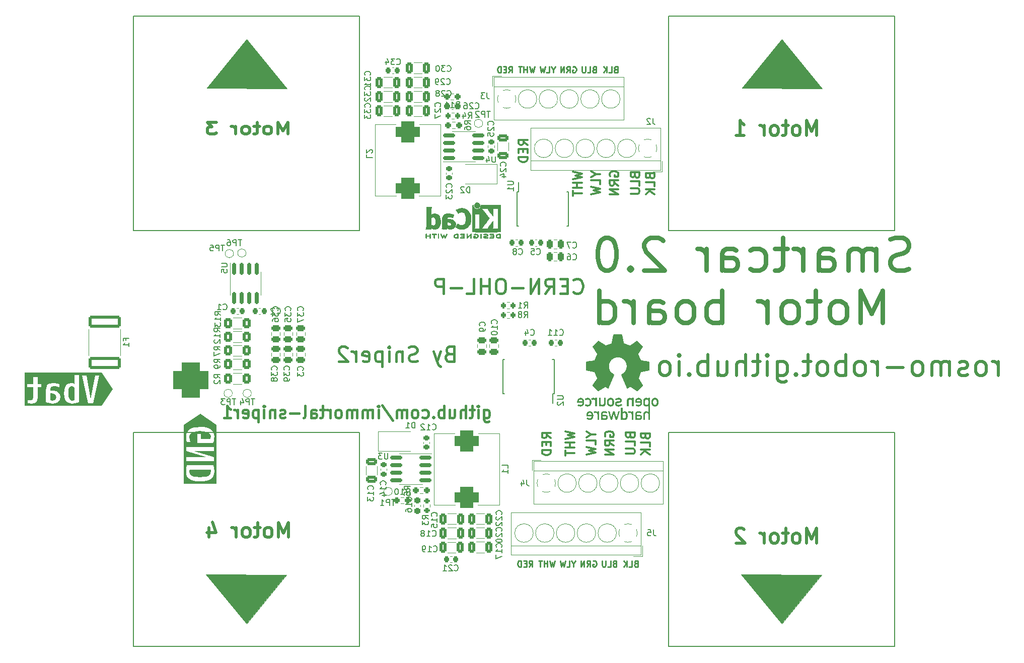
<source format=gbr>
%TF.GenerationSoftware,KiCad,Pcbnew,(6.0.9)*%
%TF.CreationDate,2023-02-19T12:57:17+02:00*%
%TF.ProjectId,Power,506f7765-722e-46b6-9963-61645f706362,rev?*%
%TF.SameCoordinates,Original*%
%TF.FileFunction,Legend,Bot*%
%TF.FilePolarity,Positive*%
%FSLAX46Y46*%
G04 Gerber Fmt 4.6, Leading zero omitted, Abs format (unit mm)*
G04 Created by KiCad (PCBNEW (6.0.9)) date 2023-02-19 12:57:17*
%MOMM*%
%LPD*%
G01*
G04 APERTURE LIST*
G04 Aperture macros list*
%AMRoundRect*
0 Rectangle with rounded corners*
0 $1 Rounding radius*
0 $2 $3 $4 $5 $6 $7 $8 $9 X,Y pos of 4 corners*
0 Add a 4 corners polygon primitive as box body*
4,1,4,$2,$3,$4,$5,$6,$7,$8,$9,$2,$3,0*
0 Add four circle primitives for the rounded corners*
1,1,$1+$1,$2,$3*
1,1,$1+$1,$4,$5*
1,1,$1+$1,$6,$7*
1,1,$1+$1,$8,$9*
0 Add four rect primitives between the rounded corners*
20,1,$1+$1,$2,$3,$4,$5,0*
20,1,$1+$1,$4,$5,$6,$7,0*
20,1,$1+$1,$6,$7,$8,$9,0*
20,1,$1+$1,$8,$9,$2,$3,0*%
%AMHorizOval*
0 Thick line with rounded ends*
0 $1 width*
0 $2 $3 position (X,Y) of the first rounded end (center of the circle)*
0 $4 $5 position (X,Y) of the second rounded end (center of the circle)*
0 Add line between two ends*
20,1,$1,$2,$3,$4,$5,0*
0 Add two circle primitives to create the rounded ends*
1,1,$1,$2,$3*
1,1,$1,$4,$5*%
%AMRotRect*
0 Rectangle, with rotation*
0 The origin of the aperture is its center*
0 $1 length*
0 $2 width*
0 $3 Rotation angle, in degrees counterclockwise*
0 Add horizontal line*
21,1,$1,$2,0,0,$3*%
G04 Aperture macros list end*
%ADD10C,0.000000*%
%ADD11C,0.300000*%
%ADD12C,0.250000*%
%ADD13C,0.450000*%
%ADD14C,0.500000*%
%ADD15C,0.800000*%
%ADD16C,0.400000*%
%ADD17C,0.150000*%
%ADD18C,0.120000*%
%ADD19C,0.050000*%
%ADD20C,0.010000*%
%ADD21C,0.200000*%
%ADD22RoundRect,0.237500X0.300000X0.237500X-0.300000X0.237500X-0.300000X-0.237500X0.300000X-0.237500X0*%
%ADD23RoundRect,0.237500X0.237500X-0.300000X0.237500X0.300000X-0.237500X0.300000X-0.237500X-0.300000X0*%
%ADD24RoundRect,0.237500X-0.250000X-0.237500X0.250000X-0.237500X0.250000X0.237500X-0.250000X0.237500X0*%
%ADD25RoundRect,0.237500X0.250000X0.237500X-0.250000X0.237500X-0.250000X-0.237500X0.250000X-0.237500X0*%
%ADD26RotRect,1.700000X1.700000X315.000000*%
%ADD27HorizOval,1.700000X0.000000X0.000000X0.000000X0.000000X0*%
%ADD28C,7.500000*%
%ADD29C,4.700000*%
%ADD30C,4.500000*%
%ADD31R,1.700000X1.700000*%
%ADD32O,1.700000X1.700000*%
%ADD33RotRect,1.700000X1.700000X225.000000*%
%ADD34HorizOval,1.700000X0.000000X0.000000X0.000000X0.000000X0*%
%ADD35RoundRect,1.500000X1.500000X1.500000X-1.500000X1.500000X-1.500000X-1.500000X1.500000X-1.500000X0*%
%ADD36C,6.000000*%
%ADD37R,2.500000X6.000000*%
%ADD38RoundRect,0.250000X-0.475000X0.250000X-0.475000X-0.250000X0.475000X-0.250000X0.475000X0.250000X0*%
%ADD39RoundRect,0.875000X-1.125000X0.875000X-1.125000X-0.875000X1.125000X-0.875000X1.125000X0.875000X0*%
%ADD40RoundRect,0.250000X-0.325000X-0.650000X0.325000X-0.650000X0.325000X0.650000X-0.325000X0.650000X0*%
%ADD41RoundRect,0.250000X0.325000X0.650000X-0.325000X0.650000X-0.325000X-0.650000X0.325000X-0.650000X0*%
%ADD42RoundRect,0.225000X-0.225000X-0.250000X0.225000X-0.250000X0.225000X0.250000X-0.225000X0.250000X0*%
%ADD43RoundRect,0.200000X0.200000X0.275000X-0.200000X0.275000X-0.200000X-0.275000X0.200000X-0.275000X0*%
%ADD44RoundRect,0.250001X2.474999X-0.799999X2.474999X0.799999X-2.474999X0.799999X-2.474999X-0.799999X0*%
%ADD45RoundRect,0.225000X0.225000X0.250000X-0.225000X0.250000X-0.225000X-0.250000X0.225000X-0.250000X0*%
%ADD46RoundRect,0.250000X0.650000X-0.325000X0.650000X0.325000X-0.650000X0.325000X-0.650000X-0.325000X0*%
%ADD47RoundRect,0.200000X-0.200000X-0.275000X0.200000X-0.275000X0.200000X0.275000X-0.200000X0.275000X0*%
%ADD48R,2.400000X2.400000*%
%ADD49C,2.400000*%
%ADD50RoundRect,0.250000X-0.400000X-0.625000X0.400000X-0.625000X0.400000X0.625000X-0.400000X0.625000X0*%
%ADD51R,0.450000X1.750000*%
%ADD52C,1.000000*%
%ADD53RoundRect,0.225000X0.250000X-0.225000X0.250000X0.225000X-0.250000X0.225000X-0.250000X-0.225000X0*%
%ADD54R,2.500000X1.800000*%
%ADD55RoundRect,0.875000X1.125000X-0.875000X1.125000X0.875000X-1.125000X0.875000X-1.125000X-0.875000X0*%
%ADD56RoundRect,0.225000X-0.250000X0.225000X-0.250000X-0.225000X0.250000X-0.225000X0.250000X0.225000X0*%
%ADD57RoundRect,0.200000X0.275000X-0.200000X0.275000X0.200000X-0.275000X0.200000X-0.275000X-0.200000X0*%
%ADD58RoundRect,0.250000X0.475000X-0.250000X0.475000X0.250000X-0.475000X0.250000X-0.475000X-0.250000X0*%
%ADD59RoundRect,0.150000X-0.150000X0.825000X-0.150000X-0.825000X0.150000X-0.825000X0.150000X0.825000X0*%
%ADD60RoundRect,0.150000X-0.825000X-0.150000X0.825000X-0.150000X0.825000X0.150000X-0.825000X0.150000X0*%
%ADD61R,2.290000X3.000000*%
%ADD62RoundRect,0.250000X0.250000X0.475000X-0.250000X0.475000X-0.250000X-0.475000X0.250000X-0.475000X0*%
%ADD63RoundRect,0.150000X0.825000X0.150000X-0.825000X0.150000X-0.825000X-0.150000X0.825000X-0.150000X0*%
%ADD64RoundRect,0.250000X-0.650000X0.325000X-0.650000X-0.325000X0.650000X-0.325000X0.650000X0.325000X0*%
G04 APERTURE END LIST*
D10*
G36*
X132614138Y-116163038D02*
G01*
X132667786Y-116168261D01*
X132719317Y-116176952D01*
X132768498Y-116189097D01*
X132815094Y-116204686D01*
X132837348Y-116213767D01*
X132858869Y-116223704D01*
X132879626Y-116234496D01*
X132899589Y-116246140D01*
X132918730Y-116258636D01*
X132937020Y-116271982D01*
X132954428Y-116286176D01*
X132970926Y-116301217D01*
X132986484Y-116317103D01*
X133001073Y-116333833D01*
X133014664Y-116351405D01*
X133027226Y-116369818D01*
X133038732Y-116389070D01*
X133049151Y-116409159D01*
X133058454Y-116430084D01*
X133066612Y-116451844D01*
X133073595Y-116474437D01*
X133079375Y-116497861D01*
X133083921Y-116522114D01*
X133087204Y-116547197D01*
X133089196Y-116573106D01*
X133089867Y-116599840D01*
X133089359Y-116622455D01*
X133087851Y-116644458D01*
X133085363Y-116665847D01*
X133081916Y-116686618D01*
X133077529Y-116706768D01*
X133072224Y-116726294D01*
X133066022Y-116745193D01*
X133058942Y-116763462D01*
X133051006Y-116781097D01*
X133042235Y-116798095D01*
X133032648Y-116814454D01*
X133022266Y-116830170D01*
X133011110Y-116845240D01*
X132999201Y-116859661D01*
X132986559Y-116873429D01*
X132973205Y-116886543D01*
X132959159Y-116898997D01*
X132944443Y-116910790D01*
X132929076Y-116921918D01*
X132913079Y-116932378D01*
X132896473Y-116942167D01*
X132879278Y-116951281D01*
X132861516Y-116959719D01*
X132843206Y-116967475D01*
X132824370Y-116974548D01*
X132805027Y-116980935D01*
X132785199Y-116986631D01*
X132764906Y-116991634D01*
X132723008Y-116999548D01*
X132679498Y-117004653D01*
X132426450Y-117027116D01*
X132408260Y-117028957D01*
X132390679Y-117031399D01*
X132373786Y-117034512D01*
X132357658Y-117038365D01*
X132342374Y-117043029D01*
X132328010Y-117048573D01*
X132314645Y-117055066D01*
X132308362Y-117058690D01*
X132302357Y-117062578D01*
X132296641Y-117066737D01*
X132291223Y-117071178D01*
X132286114Y-117075907D01*
X132281322Y-117080935D01*
X132276857Y-117086270D01*
X132272730Y-117091920D01*
X132268949Y-117097895D01*
X132265526Y-117104202D01*
X132262468Y-117110851D01*
X132259787Y-117117851D01*
X132257492Y-117125209D01*
X132255592Y-117132935D01*
X132254097Y-117141038D01*
X132253018Y-117149525D01*
X132252363Y-117158406D01*
X132252142Y-117167690D01*
X132252486Y-117178850D01*
X132253509Y-117189663D01*
X132255198Y-117200128D01*
X132257539Y-117210245D01*
X132260519Y-117220015D01*
X132264124Y-117229435D01*
X132268340Y-117238506D01*
X132273156Y-117247227D01*
X132278556Y-117255597D01*
X132284528Y-117263617D01*
X132291057Y-117271286D01*
X132298132Y-117278603D01*
X132305737Y-117285567D01*
X132313861Y-117292179D01*
X132322488Y-117298438D01*
X132331607Y-117304343D01*
X132341203Y-117309894D01*
X132351262Y-117315090D01*
X132361773Y-117319931D01*
X132372720Y-117324416D01*
X132384091Y-117328546D01*
X132395873Y-117332319D01*
X132408051Y-117335734D01*
X132420612Y-117338793D01*
X132433543Y-117341493D01*
X132446831Y-117343835D01*
X132460462Y-117345818D01*
X132474422Y-117347441D01*
X132488698Y-117348704D01*
X132503277Y-117349608D01*
X132518145Y-117350150D01*
X132533289Y-117350331D01*
X132568479Y-117349608D01*
X132602418Y-117347444D01*
X132635171Y-117343842D01*
X132666805Y-117338804D01*
X132697385Y-117332335D01*
X132726976Y-117324438D01*
X132755646Y-117315116D01*
X132783459Y-117304373D01*
X132810481Y-117292213D01*
X132836779Y-117278638D01*
X132862417Y-117263653D01*
X132887462Y-117247261D01*
X132911980Y-117229465D01*
X132936036Y-117210268D01*
X132959697Y-117189676D01*
X132983027Y-117167690D01*
X133182577Y-117364380D01*
X133147957Y-117395508D01*
X133112633Y-117424598D01*
X133076624Y-117451655D01*
X133039952Y-117476684D01*
X133002637Y-117499687D01*
X132964701Y-117520669D01*
X132926163Y-117539635D01*
X132887044Y-117556587D01*
X132847365Y-117571530D01*
X132807147Y-117584468D01*
X132766410Y-117595404D01*
X132725176Y-117604344D01*
X132683464Y-117611289D01*
X132641296Y-117616246D01*
X132598692Y-117619217D01*
X132555673Y-117620206D01*
X132494380Y-117618339D01*
X132435071Y-117612780D01*
X132378020Y-117603589D01*
X132323497Y-117590829D01*
X132271775Y-117574560D01*
X132223124Y-117554845D01*
X132177818Y-117531745D01*
X132156503Y-117518945D01*
X132136127Y-117505321D01*
X132116722Y-117490882D01*
X132098323Y-117475635D01*
X132080963Y-117459588D01*
X132064678Y-117442749D01*
X132049500Y-117425124D01*
X132035463Y-117406723D01*
X132022602Y-117387552D01*
X132010951Y-117367620D01*
X132000543Y-117346933D01*
X131991413Y-117325500D01*
X131983595Y-117303329D01*
X131977121Y-117280426D01*
X131972027Y-117256801D01*
X131968347Y-117232459D01*
X131966113Y-117207410D01*
X131965361Y-117181661D01*
X131966758Y-117139576D01*
X131971006Y-117098771D01*
X131978193Y-117059411D01*
X131982915Y-117040325D01*
X131988405Y-117021661D01*
X131994673Y-117003442D01*
X132001729Y-116985687D01*
X132009586Y-116968417D01*
X132018253Y-116951652D01*
X132027742Y-116935415D01*
X132038063Y-116919724D01*
X132049228Y-116904601D01*
X132061246Y-116890066D01*
X132074130Y-116876141D01*
X132087890Y-116862845D01*
X132102537Y-116850199D01*
X132118081Y-116838225D01*
X132134534Y-116826942D01*
X132151906Y-116816371D01*
X132170208Y-116806534D01*
X132189452Y-116797450D01*
X132209648Y-116789140D01*
X132230806Y-116781625D01*
X132252939Y-116774926D01*
X132276056Y-116769063D01*
X132300168Y-116764056D01*
X132325287Y-116759928D01*
X132351423Y-116756697D01*
X132378588Y-116754385D01*
X132614728Y-116737637D01*
X132640466Y-116734929D01*
X132663976Y-116731112D01*
X132685335Y-116726260D01*
X132704623Y-116720447D01*
X132721917Y-116713746D01*
X132729841Y-116710086D01*
X132737297Y-116706232D01*
X132744293Y-116702193D01*
X132750839Y-116697978D01*
X132756947Y-116693597D01*
X132762624Y-116689059D01*
X132767881Y-116684373D01*
X132772728Y-116679548D01*
X132781231Y-116669520D01*
X132788211Y-116659048D01*
X132793746Y-116648206D01*
X132797915Y-116637068D01*
X132800796Y-116625708D01*
X132802466Y-116614201D01*
X132803006Y-116602619D01*
X132802823Y-116593482D01*
X132802267Y-116584500D01*
X132801327Y-116575683D01*
X132799992Y-116567039D01*
X132798252Y-116558578D01*
X132796096Y-116550307D01*
X132793512Y-116542237D01*
X132790491Y-116534374D01*
X132787021Y-116526730D01*
X132783091Y-116519311D01*
X132778691Y-116512128D01*
X132773810Y-116505188D01*
X132768437Y-116498502D01*
X132762562Y-116492076D01*
X132756173Y-116485921D01*
X132749259Y-116480045D01*
X132741811Y-116474457D01*
X132733816Y-116469165D01*
X132725265Y-116464179D01*
X132716147Y-116459508D01*
X132706450Y-116455159D01*
X132696164Y-116451142D01*
X132685279Y-116447466D01*
X132673782Y-116444140D01*
X132661664Y-116441172D01*
X132648914Y-116438571D01*
X132635521Y-116436346D01*
X132621474Y-116434506D01*
X132606762Y-116433060D01*
X132591375Y-116432016D01*
X132575301Y-116431383D01*
X132558530Y-116431170D01*
X132529976Y-116431790D01*
X132502292Y-116433622D01*
X132475423Y-116436625D01*
X132449317Y-116440757D01*
X132423920Y-116445976D01*
X132399179Y-116452241D01*
X132375041Y-116459510D01*
X132351451Y-116467741D01*
X132328358Y-116476894D01*
X132305707Y-116486925D01*
X132283445Y-116497795D01*
X132261518Y-116509460D01*
X132239874Y-116521880D01*
X132218459Y-116535012D01*
X132197219Y-116548816D01*
X132176102Y-116563249D01*
X131999095Y-116355366D01*
X132025794Y-116333723D01*
X132053229Y-116313117D01*
X132081477Y-116293597D01*
X132110618Y-116275214D01*
X132140731Y-116258018D01*
X132171895Y-116242056D01*
X132204187Y-116227380D01*
X132237687Y-116214039D01*
X132272473Y-116202081D01*
X132308624Y-116191557D01*
X132346220Y-116182516D01*
X132385338Y-116175008D01*
X132426057Y-116169083D01*
X132468456Y-116164789D01*
X132512614Y-116162176D01*
X132558609Y-116161294D01*
X132614138Y-116163038D01*
G37*
G36*
X134461082Y-116161794D02*
G01*
X134488722Y-116163773D01*
X134515786Y-116167069D01*
X134542251Y-116171684D01*
X134568091Y-116177618D01*
X134593281Y-116184869D01*
X134617795Y-116193437D01*
X134641609Y-116203323D01*
X134664697Y-116214526D01*
X134687035Y-116227046D01*
X134708597Y-116240883D01*
X134729358Y-116256036D01*
X134749293Y-116272505D01*
X134768377Y-116290290D01*
X134786585Y-116309391D01*
X134803891Y-116329807D01*
X134809606Y-116329807D01*
X134809606Y-116178041D01*
X135096308Y-116178041D01*
X135096308Y-117603220D01*
X134809606Y-117603220D01*
X134809606Y-116754464D01*
X134809254Y-116736510D01*
X134808209Y-116719040D01*
X134806483Y-116702060D01*
X134804093Y-116685575D01*
X134801052Y-116669592D01*
X134797375Y-116654115D01*
X134793076Y-116639150D01*
X134788170Y-116624704D01*
X134782670Y-116610781D01*
X134776592Y-116597387D01*
X134769950Y-116584528D01*
X134762759Y-116572210D01*
X134755031Y-116560438D01*
X134746783Y-116549217D01*
X134738029Y-116538553D01*
X134728782Y-116528453D01*
X134719058Y-116518921D01*
X134708871Y-116509964D01*
X134698234Y-116501586D01*
X134687164Y-116493794D01*
X134675673Y-116486592D01*
X134663777Y-116479988D01*
X134651490Y-116473985D01*
X134638826Y-116468591D01*
X134625799Y-116463810D01*
X134612425Y-116459649D01*
X134598717Y-116456112D01*
X134584691Y-116453206D01*
X134570359Y-116450935D01*
X134555738Y-116449307D01*
X134540840Y-116448325D01*
X134525681Y-116447997D01*
X134510775Y-116448325D01*
X134496114Y-116449307D01*
X134481714Y-116450935D01*
X134467589Y-116453206D01*
X134453755Y-116456112D01*
X134440226Y-116459649D01*
X134427017Y-116463811D01*
X134414143Y-116468591D01*
X134401620Y-116473986D01*
X134389461Y-116479988D01*
X134377683Y-116486593D01*
X134366299Y-116493794D01*
X134355325Y-116501587D01*
X134344776Y-116509964D01*
X134334666Y-116518922D01*
X134325012Y-116528454D01*
X134315826Y-116538554D01*
X134307125Y-116549218D01*
X134298923Y-116560438D01*
X134291236Y-116572211D01*
X134284078Y-116584529D01*
X134277464Y-116597388D01*
X134271409Y-116610782D01*
X134265928Y-116624705D01*
X134261036Y-116639151D01*
X134256748Y-116654116D01*
X134253078Y-116669593D01*
X134250043Y-116685576D01*
X134247656Y-116702061D01*
X134245932Y-116719040D01*
X134244887Y-116736510D01*
X134244535Y-116754464D01*
X134244535Y-117603220D01*
X133957833Y-117603220D01*
X133957833Y-116655958D01*
X133958565Y-116626087D01*
X133960728Y-116597111D01*
X133964269Y-116569031D01*
X133969136Y-116541853D01*
X133975278Y-116515578D01*
X133982642Y-116490212D01*
X133991176Y-116465758D01*
X134000829Y-116442219D01*
X134011549Y-116419598D01*
X134023282Y-116397900D01*
X134035979Y-116377128D01*
X134049585Y-116357285D01*
X134064051Y-116338376D01*
X134079323Y-116320403D01*
X134095349Y-116303370D01*
X134112078Y-116287281D01*
X134129458Y-116272140D01*
X134147437Y-116257949D01*
X134165962Y-116244713D01*
X134184982Y-116232436D01*
X134204445Y-116221119D01*
X134224298Y-116210768D01*
X134244490Y-116201386D01*
X134264970Y-116192977D01*
X134306581Y-116179089D01*
X134348715Y-116169134D01*
X134390958Y-116163139D01*
X134411990Y-116161637D01*
X134432892Y-116161135D01*
X134461082Y-116161794D01*
G37*
G36*
X136515106Y-116844054D02*
G01*
X136516009Y-116894876D01*
X136515025Y-116948391D01*
X136512118Y-116999360D01*
X136507361Y-117047839D01*
X136500824Y-117093883D01*
X136492578Y-117137548D01*
X136482694Y-117178889D01*
X136471244Y-117217963D01*
X136458297Y-117254823D01*
X136443927Y-117289527D01*
X136428202Y-117322130D01*
X136411195Y-117352686D01*
X136392976Y-117381253D01*
X136373617Y-117407884D01*
X136353188Y-117432636D01*
X136331761Y-117455565D01*
X136309406Y-117476725D01*
X136286195Y-117496172D01*
X136262198Y-117513962D01*
X136237487Y-117530151D01*
X136212133Y-117544794D01*
X136186206Y-117557946D01*
X136159778Y-117569663D01*
X136105701Y-117589014D01*
X136050472Y-117603291D01*
X135994659Y-117612940D01*
X135938828Y-117618403D01*
X135883550Y-117620125D01*
X135847805Y-117619328D01*
X135812311Y-117616908D01*
X135777116Y-117612824D01*
X135742269Y-117607036D01*
X135707820Y-117599501D01*
X135673816Y-117590180D01*
X135640308Y-117579030D01*
X135607344Y-117566011D01*
X135574974Y-117551082D01*
X135543246Y-117534200D01*
X135512210Y-117515326D01*
X135481915Y-117494418D01*
X135452409Y-117471434D01*
X135423742Y-117446334D01*
X135395962Y-117419077D01*
X135369120Y-117389620D01*
X135577162Y-117212614D01*
X135593353Y-117228524D01*
X135610272Y-117243557D01*
X135627859Y-117257694D01*
X135646051Y-117270912D01*
X135664787Y-117283192D01*
X135684004Y-117294513D01*
X135703642Y-117304854D01*
X135723639Y-117314194D01*
X135743932Y-117322513D01*
X135764460Y-117329790D01*
X135785161Y-117336004D01*
X135805974Y-117341134D01*
X135826837Y-117345161D01*
X135847687Y-117348062D01*
X135868464Y-117349818D01*
X135889106Y-117350408D01*
X135907401Y-117350062D01*
X135925366Y-117349025D01*
X135942985Y-117347296D01*
X135960241Y-117344878D01*
X135977118Y-117341769D01*
X135993599Y-117337970D01*
X136009668Y-117333483D01*
X136025308Y-117328307D01*
X136040503Y-117322444D01*
X136055237Y-117315893D01*
X136069493Y-117308655D01*
X136083254Y-117300731D01*
X136096504Y-117292121D01*
X136109227Y-117282826D01*
X136121406Y-117272847D01*
X136133025Y-117262183D01*
X136144067Y-117250835D01*
X136154516Y-117238804D01*
X136164356Y-117226091D01*
X136173569Y-117212696D01*
X136182140Y-117198618D01*
X136190052Y-117183860D01*
X136197288Y-117168422D01*
X136203833Y-117152303D01*
X136209669Y-117135505D01*
X136214780Y-117118028D01*
X136219150Y-117099872D01*
X136222763Y-117081039D01*
X136225601Y-117061528D01*
X136227649Y-117041340D01*
X136228890Y-117020476D01*
X136229307Y-116998936D01*
X135341021Y-116998936D01*
X135341021Y-116762877D01*
X135627724Y-116762877D01*
X136229307Y-116762877D01*
X136228427Y-116742867D01*
X136226853Y-116723454D01*
X136224599Y-116704640D01*
X136221681Y-116686428D01*
X136218112Y-116668821D01*
X136213906Y-116651820D01*
X136209079Y-116635429D01*
X136203644Y-116619651D01*
X136197616Y-116604486D01*
X136191010Y-116589939D01*
X136183840Y-116576011D01*
X136176120Y-116562705D01*
X136167864Y-116550024D01*
X136159088Y-116537970D01*
X136149805Y-116526545D01*
X136140030Y-116515753D01*
X136129777Y-116505595D01*
X136119062Y-116496074D01*
X136107897Y-116487193D01*
X136096298Y-116478954D01*
X136084279Y-116471360D01*
X136071855Y-116464412D01*
X136059039Y-116458115D01*
X136045846Y-116452470D01*
X136032292Y-116447479D01*
X136018389Y-116443146D01*
X136004153Y-116439473D01*
X135989598Y-116436461D01*
X135974738Y-116434115D01*
X135959588Y-116432436D01*
X135944163Y-116431427D01*
X135928476Y-116431090D01*
X135912797Y-116431427D01*
X135897394Y-116432436D01*
X135882281Y-116434115D01*
X135867471Y-116436462D01*
X135852975Y-116439473D01*
X135838807Y-116443146D01*
X135824981Y-116447480D01*
X135811508Y-116452470D01*
X135798402Y-116458115D01*
X135785675Y-116464413D01*
X135773340Y-116471360D01*
X135761411Y-116478954D01*
X135749900Y-116487193D01*
X135738819Y-116496074D01*
X135728183Y-116505595D01*
X135718003Y-116515753D01*
X135708293Y-116526546D01*
X135699065Y-116537970D01*
X135690332Y-116550024D01*
X135682107Y-116562706D01*
X135674403Y-116576011D01*
X135667233Y-116589939D01*
X135660610Y-116604487D01*
X135654546Y-116619651D01*
X135649055Y-116635430D01*
X135644149Y-116651821D01*
X135639841Y-116668821D01*
X135636144Y-116686428D01*
X135633071Y-116704640D01*
X135630635Y-116723454D01*
X135628848Y-116742867D01*
X135627724Y-116762877D01*
X135341021Y-116762877D01*
X135341021Y-116762797D01*
X135341813Y-116728660D01*
X135344160Y-116695333D01*
X135348020Y-116662833D01*
X135353352Y-116631179D01*
X135360112Y-116600388D01*
X135368258Y-116570479D01*
X135377749Y-116541469D01*
X135388542Y-116513377D01*
X135400595Y-116486220D01*
X135413866Y-116460016D01*
X135428312Y-116434784D01*
X135443891Y-116410541D01*
X135460562Y-116387306D01*
X135478281Y-116365095D01*
X135497007Y-116343929D01*
X135516698Y-116323823D01*
X135537311Y-116304796D01*
X135558804Y-116286867D01*
X135581135Y-116270053D01*
X135604261Y-116254372D01*
X135628141Y-116239843D01*
X135652732Y-116226482D01*
X135677992Y-116214309D01*
X135703879Y-116203340D01*
X135730351Y-116193595D01*
X135757365Y-116185091D01*
X135784879Y-116177845D01*
X135812851Y-116171877D01*
X135841239Y-116167204D01*
X135870001Y-116163844D01*
X135899094Y-116161814D01*
X135928476Y-116161134D01*
X135980490Y-116163291D01*
X136032846Y-116169951D01*
X136058992Y-116175058D01*
X136085033Y-116181397D01*
X136110905Y-116189004D01*
X136136542Y-116197914D01*
X136161883Y-116208163D01*
X136186863Y-116219785D01*
X136211417Y-116232817D01*
X136235484Y-116247294D01*
X136258998Y-116263252D01*
X136281896Y-116280725D01*
X136304114Y-116299749D01*
X136325589Y-116320360D01*
X136346256Y-116342594D01*
X136366052Y-116366485D01*
X136384913Y-116392069D01*
X136402775Y-116419382D01*
X136419575Y-116448459D01*
X136435249Y-116479335D01*
X136449732Y-116512047D01*
X136462962Y-116546629D01*
X136474874Y-116583117D01*
X136485405Y-116621546D01*
X136494491Y-116661952D01*
X136502067Y-116704370D01*
X136508071Y-116748837D01*
X136509389Y-116762877D01*
X136512439Y-116795386D01*
X136515106Y-116844054D01*
G37*
G36*
X127417272Y-116163598D02*
G01*
X127447760Y-116166707D01*
X127478014Y-116171094D01*
X127507978Y-116176778D01*
X127537596Y-116183779D01*
X127566812Y-116192116D01*
X127595569Y-116201809D01*
X127623812Y-116212877D01*
X127651484Y-116225339D01*
X127678530Y-116239216D01*
X127704892Y-116254527D01*
X127730516Y-116271292D01*
X127755344Y-116289529D01*
X127779322Y-116309259D01*
X127802392Y-116330500D01*
X127824499Y-116353274D01*
X127845586Y-116377598D01*
X127865597Y-116403493D01*
X127884477Y-116430978D01*
X127902169Y-116460073D01*
X127918616Y-116490797D01*
X127933764Y-116523169D01*
X127947555Y-116557210D01*
X127959934Y-116592939D01*
X127970845Y-116630375D01*
X127980231Y-116669538D01*
X127988036Y-116710448D01*
X127994205Y-116753123D01*
X127998680Y-116797584D01*
X128001407Y-116843849D01*
X128002328Y-116891940D01*
X128001407Y-116939806D01*
X127998680Y-116985861D01*
X127994205Y-117030123D01*
X127988036Y-117072613D01*
X127980231Y-117113348D01*
X127970845Y-117152348D01*
X127959934Y-117189633D01*
X127947555Y-117225221D01*
X127933764Y-117259132D01*
X127918616Y-117291384D01*
X127902169Y-117321997D01*
X127884477Y-117350991D01*
X127865597Y-117378383D01*
X127845586Y-117404193D01*
X127824499Y-117428441D01*
X127802392Y-117451146D01*
X127779322Y-117472326D01*
X127755344Y-117492001D01*
X127730516Y-117510190D01*
X127704892Y-117526912D01*
X127678530Y-117542186D01*
X127651484Y-117556032D01*
X127623812Y-117568468D01*
X127595569Y-117579514D01*
X127537596Y-117597511D01*
X127478014Y-117610176D01*
X127417272Y-117617663D01*
X127355818Y-117620125D01*
X127315759Y-117618921D01*
X127276756Y-117615374D01*
X127238813Y-117609578D01*
X127201936Y-117601628D01*
X127166129Y-117591620D01*
X127131397Y-117579648D01*
X127097745Y-117565808D01*
X127065177Y-117550195D01*
X127033698Y-117532904D01*
X127003313Y-117514031D01*
X126974027Y-117493669D01*
X126945845Y-117471914D01*
X126918771Y-117448862D01*
X126892810Y-117424608D01*
X126867966Y-117399246D01*
X126844245Y-117372872D01*
X127055066Y-117184516D01*
X127068597Y-117200552D01*
X127082832Y-117215941D01*
X127097751Y-117230629D01*
X127113333Y-117244564D01*
X127129558Y-117257691D01*
X127146404Y-117269957D01*
X127163851Y-117281309D01*
X127181877Y-117291693D01*
X127200463Y-117301055D01*
X127219587Y-117309343D01*
X127239228Y-117316502D01*
X127259366Y-117322480D01*
X127279979Y-117327222D01*
X127301048Y-117330676D01*
X127311746Y-117331903D01*
X127322551Y-117332787D01*
X127333458Y-117333323D01*
X127344467Y-117333503D01*
X127366056Y-117333114D01*
X127387079Y-117331943D01*
X127407527Y-117329979D01*
X127427393Y-117327217D01*
X127446668Y-117323647D01*
X127465346Y-117319260D01*
X127483418Y-117314050D01*
X127500876Y-117308008D01*
X127517714Y-117301125D01*
X127533922Y-117293393D01*
X127549493Y-117284804D01*
X127564420Y-117275350D01*
X127578695Y-117265023D01*
X127592309Y-117253814D01*
X127605256Y-117241715D01*
X127617526Y-117228718D01*
X127629114Y-117214815D01*
X127640010Y-117199998D01*
X127650207Y-117184258D01*
X127659698Y-117167587D01*
X127668473Y-117149977D01*
X127676527Y-117131420D01*
X127683850Y-117111907D01*
X127690436Y-117091430D01*
X127696276Y-117069982D01*
X127701362Y-117047553D01*
X127705688Y-117024137D01*
X127709244Y-116999723D01*
X127712023Y-116974305D01*
X127714018Y-116947874D01*
X127715221Y-116920422D01*
X127715624Y-116891940D01*
X127714019Y-116835547D01*
X127709247Y-116783299D01*
X127705692Y-116758708D01*
X127701369Y-116735127D01*
X127696285Y-116712547D01*
X127690447Y-116690960D01*
X127683864Y-116670357D01*
X127676543Y-116650729D01*
X127668492Y-116632067D01*
X127659719Y-116614363D01*
X127650231Y-116597608D01*
X127640036Y-116581794D01*
X127629142Y-116566910D01*
X127617556Y-116552949D01*
X127605287Y-116539902D01*
X127592342Y-116527760D01*
X127578729Y-116516515D01*
X127564455Y-116506157D01*
X127549529Y-116496678D01*
X127533957Y-116488070D01*
X127517748Y-116480322D01*
X127500910Y-116473428D01*
X127483450Y-116467377D01*
X127465376Y-116462161D01*
X127446695Y-116457772D01*
X127427416Y-116454200D01*
X127387092Y-116449475D01*
X127344467Y-116447916D01*
X127322550Y-116448632D01*
X127301045Y-116450743D01*
X127279973Y-116454197D01*
X127259355Y-116458939D01*
X127239212Y-116464917D01*
X127219566Y-116472076D01*
X127200437Y-116480364D01*
X127181848Y-116489727D01*
X127163818Y-116500111D01*
X127146369Y-116511463D01*
X127129523Y-116523729D01*
X127113300Y-116536856D01*
X127097722Y-116550790D01*
X127082809Y-116565479D01*
X127068584Y-116580867D01*
X127055066Y-116596903D01*
X126844245Y-116408546D01*
X126867980Y-116382131D01*
X126892835Y-116356735D01*
X126918806Y-116332452D01*
X126945889Y-116309378D01*
X126974078Y-116287606D01*
X127003368Y-116267232D01*
X127033756Y-116248349D01*
X127065236Y-116231053D01*
X127097803Y-116215438D01*
X127131452Y-116201598D01*
X127166180Y-116189628D01*
X127201980Y-116179622D01*
X127238849Y-116171675D01*
X127276782Y-116165882D01*
X127296145Y-116163822D01*
X127315773Y-116162337D01*
X127335664Y-116161436D01*
X127355818Y-116161134D01*
X127417272Y-116163598D01*
G37*
G36*
X134074616Y-119359725D02*
G01*
X134071743Y-119402299D01*
X134068096Y-119440769D01*
X134063626Y-119475525D01*
X134058282Y-119506959D01*
X134052015Y-119535462D01*
X134044777Y-119561425D01*
X134036516Y-119585240D01*
X134027184Y-119607298D01*
X134016732Y-119627990D01*
X134005108Y-119647706D01*
X133992265Y-119666840D01*
X133978153Y-119685781D01*
X133962341Y-119705472D01*
X133945472Y-119724430D01*
X133927541Y-119742581D01*
X133908544Y-119759851D01*
X133888478Y-119776165D01*
X133867336Y-119791450D01*
X133845116Y-119805631D01*
X133821813Y-119818635D01*
X133797423Y-119830387D01*
X133784819Y-119835770D01*
X133771941Y-119840812D01*
X133758789Y-119845504D01*
X133745363Y-119849837D01*
X133731662Y-119853801D01*
X133717685Y-119857387D01*
X133703431Y-119860586D01*
X133688902Y-119863389D01*
X133674095Y-119865786D01*
X133659010Y-119867768D01*
X133643647Y-119869325D01*
X133628005Y-119870449D01*
X133612084Y-119871131D01*
X133595882Y-119871360D01*
X133568640Y-119870576D01*
X133541768Y-119868262D01*
X133515307Y-119864471D01*
X133489300Y-119859258D01*
X133463787Y-119852676D01*
X133438810Y-119844780D01*
X133414410Y-119835624D01*
X133390628Y-119825263D01*
X133367506Y-119813750D01*
X133345084Y-119801139D01*
X133323405Y-119787486D01*
X133302509Y-119772843D01*
X133282437Y-119757266D01*
X133263231Y-119740808D01*
X133244933Y-119723523D01*
X133227582Y-119705466D01*
X133227582Y-119854454D01*
X132940880Y-119854454D01*
X132940880Y-119140555D01*
X133227582Y-119140555D01*
X133228708Y-119219365D01*
X133230640Y-119258786D01*
X133233951Y-119297701D01*
X133238992Y-119335725D01*
X133246113Y-119372471D01*
X133255664Y-119407552D01*
X133261460Y-119424348D01*
X133267994Y-119440582D01*
X133275312Y-119456207D01*
X133283455Y-119471174D01*
X133292469Y-119485435D01*
X133302396Y-119498941D01*
X133313281Y-119511645D01*
X133325167Y-119523497D01*
X133338098Y-119534450D01*
X133352118Y-119544455D01*
X133367271Y-119553464D01*
X133383600Y-119561429D01*
X133401149Y-119568301D01*
X133419962Y-119574032D01*
X133440083Y-119578573D01*
X133461555Y-119581877D01*
X133484423Y-119583894D01*
X133508729Y-119584578D01*
X133533288Y-119583934D01*
X133556391Y-119582030D01*
X133578085Y-119578907D01*
X133598412Y-119574605D01*
X133617418Y-119569164D01*
X133635146Y-119562626D01*
X133651640Y-119555031D01*
X133666946Y-119546420D01*
X133681106Y-119536833D01*
X133694166Y-119526311D01*
X133706170Y-119514894D01*
X133717162Y-119502624D01*
X133727186Y-119489541D01*
X133736286Y-119475686D01*
X133744508Y-119461099D01*
X133751894Y-119445820D01*
X133758490Y-119429892D01*
X133764340Y-119413353D01*
X133769487Y-119396246D01*
X133773976Y-119378610D01*
X133777852Y-119360486D01*
X133781159Y-119341915D01*
X133786241Y-119303594D01*
X133789578Y-119263973D01*
X133791523Y-119223376D01*
X133792430Y-119182128D01*
X133792653Y-119140555D01*
X133791523Y-119058592D01*
X133789578Y-119018336D01*
X133786241Y-118979004D01*
X133781159Y-118940925D01*
X133773976Y-118904428D01*
X133764340Y-118869844D01*
X133758490Y-118853372D01*
X133751894Y-118837501D01*
X133744508Y-118822273D01*
X133736286Y-118807729D01*
X133727186Y-118793910D01*
X133717162Y-118780857D01*
X133706170Y-118768612D01*
X133694166Y-118757216D01*
X133681106Y-118746709D01*
X133666946Y-118737134D01*
X133651640Y-118728531D01*
X133635146Y-118720941D01*
X133617418Y-118714406D01*
X133598412Y-118708966D01*
X133578085Y-118704664D01*
X133556391Y-118701540D01*
X133533288Y-118699636D01*
X133508729Y-118698992D01*
X133484423Y-118699676D01*
X133461555Y-118701695D01*
X133440083Y-118705002D01*
X133419962Y-118709546D01*
X133401149Y-118715279D01*
X133383600Y-118722152D01*
X133367271Y-118730115D01*
X133352118Y-118739121D01*
X133338098Y-118749119D01*
X133325167Y-118760062D01*
X133313281Y-118771899D01*
X133302396Y-118784583D01*
X133292469Y-118798064D01*
X133283455Y-118812293D01*
X133275312Y-118827221D01*
X133267994Y-118842799D01*
X133261460Y-118858979D01*
X133255664Y-118875712D01*
X133250563Y-118892948D01*
X133246113Y-118910638D01*
X133242271Y-118928734D01*
X133238992Y-118947186D01*
X133233951Y-118984965D01*
X133230640Y-119023583D01*
X133228708Y-119062649D01*
X133227805Y-119101770D01*
X133227582Y-119140555D01*
X132940880Y-119140555D01*
X132940880Y-117852854D01*
X133227582Y-117852854D01*
X133227582Y-118581041D01*
X133247719Y-118562469D01*
X133268085Y-118544737D01*
X133288715Y-118527895D01*
X133309641Y-118511991D01*
X133330897Y-118497076D01*
X133352514Y-118483198D01*
X133374527Y-118470408D01*
X133396969Y-118458754D01*
X133419871Y-118448286D01*
X133443268Y-118439053D01*
X133467193Y-118431106D01*
X133491678Y-118424492D01*
X133516756Y-118419262D01*
X133542461Y-118415465D01*
X133568826Y-118413151D01*
X133595882Y-118412369D01*
X133628005Y-118413277D01*
X133659010Y-118415954D01*
X133688902Y-118420326D01*
X133717685Y-118426319D01*
X133745363Y-118433860D01*
X133771941Y-118442875D01*
X133797423Y-118453291D01*
X133821813Y-118465034D01*
X133845116Y-118478031D01*
X133867336Y-118492209D01*
X133888478Y-118507493D01*
X133908544Y-118523811D01*
X133927541Y-118541089D01*
X133945472Y-118559253D01*
X133962341Y-118578231D01*
X133978153Y-118597947D01*
X133992265Y-118616860D01*
X134005108Y-118635965D01*
X134016731Y-118655649D01*
X134027184Y-118676300D01*
X134031987Y-118687109D01*
X134036516Y-118698306D01*
X134040777Y-118709937D01*
X134044776Y-118722053D01*
X134048520Y-118734701D01*
X134052015Y-118747930D01*
X134058282Y-118776323D01*
X134063625Y-118807620D01*
X134068096Y-118842208D01*
X134071743Y-118880476D01*
X134074616Y-118922809D01*
X134076764Y-118969597D01*
X134078237Y-119021225D01*
X134079084Y-119078082D01*
X134079356Y-119140555D01*
X134078237Y-119260697D01*
X134074616Y-119359725D01*
G37*
G36*
X128317255Y-119095051D02*
G01*
X128318159Y-119145873D01*
X128317174Y-119199402D01*
X128314267Y-119250384D01*
X128309510Y-119298876D01*
X128302973Y-119344932D01*
X128294727Y-119388608D01*
X128284843Y-119429959D01*
X128273392Y-119469042D01*
X128260446Y-119505912D01*
X128246074Y-119540624D01*
X128230349Y-119573234D01*
X128213341Y-119603797D01*
X128195121Y-119632370D01*
X128175761Y-119659007D01*
X128155331Y-119683764D01*
X128133902Y-119706697D01*
X128111546Y-119727861D01*
X128088332Y-119747312D01*
X128064333Y-119765105D01*
X128039620Y-119781297D01*
X128014263Y-119795942D01*
X127988333Y-119809096D01*
X127961901Y-119820814D01*
X127907817Y-119840168D01*
X127852579Y-119854447D01*
X127796755Y-119864096D01*
X127740912Y-119869560D01*
X127685620Y-119871282D01*
X127649890Y-119870485D01*
X127614408Y-119868065D01*
X127579223Y-119863981D01*
X127544386Y-119858192D01*
X127509944Y-119850658D01*
X127475947Y-119841337D01*
X127442444Y-119830187D01*
X127409484Y-119817168D01*
X127377117Y-119802238D01*
X127345392Y-119785356D01*
X127314358Y-119766482D01*
X127284063Y-119745574D01*
X127254558Y-119722590D01*
X127225892Y-119697490D01*
X127198113Y-119670232D01*
X127171271Y-119640776D01*
X127379313Y-119463611D01*
X127395518Y-119479548D01*
X127412452Y-119494601D01*
X127430052Y-119508750D01*
X127448257Y-119521977D01*
X127467004Y-119534260D01*
X127486231Y-119545580D01*
X127505877Y-119555917D01*
X127525878Y-119565251D01*
X127546173Y-119573562D01*
X127566701Y-119580829D01*
X127587398Y-119587033D01*
X127608202Y-119592154D01*
X127629053Y-119596172D01*
X127649886Y-119599067D01*
X127670641Y-119600818D01*
X127691256Y-119601406D01*
X127709551Y-119601060D01*
X127727515Y-119600023D01*
X127745133Y-119598295D01*
X127762388Y-119595876D01*
X127779262Y-119592767D01*
X127795741Y-119588969D01*
X127811808Y-119584483D01*
X127827445Y-119579308D01*
X127842638Y-119573445D01*
X127857368Y-119566896D01*
X127871620Y-119559660D01*
X127885378Y-119551737D01*
X127898625Y-119543130D01*
X127911344Y-119533838D01*
X127923520Y-119523861D01*
X127935135Y-119513200D01*
X127946173Y-119501857D01*
X127956619Y-119489830D01*
X127966455Y-119477122D01*
X127975664Y-119463732D01*
X127984232Y-119449661D01*
X127992140Y-119434910D01*
X127999374Y-119419478D01*
X128005915Y-119403368D01*
X128011749Y-119386578D01*
X128016858Y-119369110D01*
X128021226Y-119350965D01*
X128024837Y-119332142D01*
X128027674Y-119312643D01*
X128029721Y-119292468D01*
X128030961Y-119271618D01*
X128031378Y-119250092D01*
X127143251Y-119250092D01*
X127143251Y-119013871D01*
X127429874Y-119013871D01*
X128031378Y-119013871D01*
X128030505Y-118993875D01*
X128028937Y-118974474D01*
X128026690Y-118955671D01*
X128023777Y-118937468D01*
X128020214Y-118919868D01*
X128016013Y-118902874D01*
X128011191Y-118886488D01*
X128005760Y-118870712D01*
X127999737Y-118855550D01*
X127993134Y-118841004D01*
X127985967Y-118827076D01*
X127978250Y-118813770D01*
X127969997Y-118801087D01*
X127961223Y-118789030D01*
X127951943Y-118777603D01*
X127942170Y-118766807D01*
X127931919Y-118756645D01*
X127921205Y-118747120D01*
X127910042Y-118738234D01*
X127898444Y-118729990D01*
X127886426Y-118722391D01*
X127874002Y-118715439D01*
X127861187Y-118709137D01*
X127847995Y-118703487D01*
X127834441Y-118698492D01*
X127820539Y-118694154D01*
X127806303Y-118690477D01*
X127791748Y-118687463D01*
X127776889Y-118685113D01*
X127761739Y-118683432D01*
X127746313Y-118682422D01*
X127730626Y-118682084D01*
X127714947Y-118682422D01*
X127699543Y-118683432D01*
X127684429Y-118685113D01*
X127669617Y-118687463D01*
X127655120Y-118690477D01*
X127640951Y-118694154D01*
X127627122Y-118698492D01*
X127613647Y-118703487D01*
X127600538Y-118709137D01*
X127587809Y-118715439D01*
X127575472Y-118722391D01*
X127563540Y-118729991D01*
X127552026Y-118738234D01*
X127540943Y-118747120D01*
X127530305Y-118756645D01*
X127520123Y-118766807D01*
X127510411Y-118777603D01*
X127501181Y-118789031D01*
X127492447Y-118801087D01*
X127484222Y-118813770D01*
X127476518Y-118827077D01*
X127469348Y-118841004D01*
X127462725Y-118855551D01*
X127456663Y-118870713D01*
X127451173Y-118886488D01*
X127446269Y-118902874D01*
X127441964Y-118919869D01*
X127438271Y-118937469D01*
X127435203Y-118955671D01*
X127432772Y-118974474D01*
X127430991Y-118993875D01*
X127429874Y-119013871D01*
X127143251Y-119013871D01*
X127143251Y-119013792D01*
X127144042Y-118979670D01*
X127146389Y-118946356D01*
X127150248Y-118913869D01*
X127155578Y-118882227D01*
X127162336Y-118851447D01*
X127170481Y-118821548D01*
X127179969Y-118792548D01*
X127190759Y-118764464D01*
X127202809Y-118737315D01*
X127216077Y-118711119D01*
X127230520Y-118685894D01*
X127246096Y-118661657D01*
X127262763Y-118638427D01*
X127280479Y-118616222D01*
X127299201Y-118595059D01*
X127318888Y-118574958D01*
X127339497Y-118555935D01*
X127360987Y-118538009D01*
X127383314Y-118521197D01*
X127406437Y-118505519D01*
X127430313Y-118490991D01*
X127454901Y-118477632D01*
X127480158Y-118465460D01*
X127506042Y-118454492D01*
X127532511Y-118444748D01*
X127559522Y-118436244D01*
X127587034Y-118429000D01*
X127615005Y-118423032D01*
X127643391Y-118418358D01*
X127672152Y-118414998D01*
X127701244Y-118412969D01*
X127730626Y-118412289D01*
X127782627Y-118414444D01*
X127834973Y-118421099D01*
X127861116Y-118426202D01*
X127887154Y-118432537D01*
X127913022Y-118440140D01*
X127938658Y-118449044D01*
X127963998Y-118459287D01*
X127988977Y-118470903D01*
X128013532Y-118483929D01*
X128037598Y-118498399D01*
X128061113Y-118514349D01*
X128084012Y-118531815D01*
X128106232Y-118550832D01*
X128127708Y-118571436D01*
X128148377Y-118593662D01*
X128168176Y-118617546D01*
X128187039Y-118643123D01*
X128204904Y-118670428D01*
X128221706Y-118699498D01*
X128237382Y-118730368D01*
X128251868Y-118763074D01*
X128265100Y-118797650D01*
X128277015Y-118834132D01*
X128287547Y-118872557D01*
X128296635Y-118912959D01*
X128304213Y-118955374D01*
X128310219Y-118999837D01*
X128311536Y-119013871D01*
X128314587Y-119046384D01*
X128317255Y-119095051D01*
G37*
G36*
X131800174Y-116996681D02*
G01*
X131797442Y-117044354D01*
X131793568Y-117088401D01*
X131788523Y-117129106D01*
X131782279Y-117166753D01*
X131774808Y-117201625D01*
X131766080Y-117234007D01*
X131756068Y-117264183D01*
X131744743Y-117292436D01*
X131732077Y-117319051D01*
X131718040Y-117344311D01*
X131702605Y-117368501D01*
X131685743Y-117391904D01*
X131667425Y-117414804D01*
X131647624Y-117437485D01*
X131632226Y-117453899D01*
X131615524Y-117470356D01*
X131597466Y-117486704D01*
X131577996Y-117502791D01*
X131557061Y-117518465D01*
X131534609Y-117533574D01*
X131510584Y-117547966D01*
X131484935Y-117561488D01*
X131471483Y-117567876D01*
X131457606Y-117573990D01*
X131443295Y-117579810D01*
X131428545Y-117585317D01*
X131413348Y-117590494D01*
X131397697Y-117595320D01*
X131381587Y-117599776D01*
X131365010Y-117603845D01*
X131347960Y-117607505D01*
X131330429Y-117610740D01*
X131312412Y-117613529D01*
X131293902Y-117615853D01*
X131274891Y-117617694D01*
X131255374Y-117619033D01*
X131235343Y-117619850D01*
X131214792Y-117620126D01*
X131174181Y-117619033D01*
X131135629Y-117615853D01*
X131099080Y-117610740D01*
X131064481Y-117603844D01*
X131031779Y-117595320D01*
X131000918Y-117585317D01*
X130971847Y-117573989D01*
X130944509Y-117561488D01*
X130918853Y-117547965D01*
X130894824Y-117533573D01*
X130872368Y-117518464D01*
X130851431Y-117502790D01*
X130831960Y-117486703D01*
X130813900Y-117470355D01*
X130797198Y-117453899D01*
X130781800Y-117437485D01*
X130762001Y-117414803D01*
X130743688Y-117391901D01*
X130726834Y-117368495D01*
X130711409Y-117344301D01*
X130697384Y-117319036D01*
X130684731Y-117292416D01*
X130673420Y-117264158D01*
X130663423Y-117233978D01*
X130654710Y-117201593D01*
X130647253Y-117166718D01*
X130641023Y-117129071D01*
X130635990Y-117088368D01*
X130632126Y-117044325D01*
X130629402Y-116996659D01*
X130627789Y-116945085D01*
X130627284Y-116892100D01*
X130914040Y-116892100D01*
X130914864Y-116962413D01*
X130915938Y-116992944D01*
X130917493Y-117020723D01*
X130919557Y-117045997D01*
X130922160Y-117069012D01*
X130925332Y-117090017D01*
X130929101Y-117109259D01*
X130933498Y-117126987D01*
X130938550Y-117143446D01*
X130944288Y-117158885D01*
X130950741Y-117173552D01*
X130957938Y-117187693D01*
X130965908Y-117201557D01*
X130974682Y-117215392D01*
X130984287Y-117229443D01*
X130988377Y-117234937D01*
X130992740Y-117240344D01*
X131002256Y-117250870D01*
X131012776Y-117260976D01*
X131024244Y-117270617D01*
X131036601Y-117279747D01*
X131049790Y-117288321D01*
X131063755Y-117296293D01*
X131078436Y-117303619D01*
X131093776Y-117310253D01*
X131109719Y-117316150D01*
X131126206Y-117321264D01*
X131143180Y-117325549D01*
X131160583Y-117328962D01*
X131178358Y-117331455D01*
X131196447Y-117332984D01*
X131214792Y-117333504D01*
X131233111Y-117332985D01*
X131251181Y-117331458D01*
X131268941Y-117328969D01*
X131286335Y-117325561D01*
X131303303Y-117321280D01*
X131319787Y-117316171D01*
X131335728Y-117310279D01*
X131351069Y-117303649D01*
X131365750Y-117296327D01*
X131379713Y-117288356D01*
X131392899Y-117279782D01*
X131405251Y-117270650D01*
X131416709Y-117261006D01*
X131427215Y-117250893D01*
X131436711Y-117240357D01*
X131445138Y-117229443D01*
X131454745Y-117215391D01*
X131463523Y-117201552D01*
X131471502Y-117187675D01*
X131478709Y-117173508D01*
X131485174Y-117158800D01*
X131490925Y-117143299D01*
X131495992Y-117126754D01*
X131500403Y-117108912D01*
X131504187Y-117089523D01*
X131507373Y-117068334D01*
X131509990Y-117045094D01*
X131512066Y-117019551D01*
X131513631Y-116991454D01*
X131514713Y-116960551D01*
X131515341Y-116926591D01*
X131515544Y-116889321D01*
X131514713Y-116819002D01*
X131513631Y-116788463D01*
X131512066Y-116760676D01*
X131509990Y-116735392D01*
X131507373Y-116712367D01*
X131504187Y-116691352D01*
X131500403Y-116672102D01*
X131495992Y-116654368D01*
X131490925Y-116637905D01*
X131485174Y-116622465D01*
X131478709Y-116607801D01*
X131471502Y-116593668D01*
X131463523Y-116579817D01*
X131454745Y-116566002D01*
X131445138Y-116551977D01*
X131441062Y-116546483D01*
X131436711Y-116541076D01*
X131427215Y-116530550D01*
X131416709Y-116520444D01*
X131405251Y-116510804D01*
X131392899Y-116501674D01*
X131379713Y-116493100D01*
X131365750Y-116485127D01*
X131351069Y-116477801D01*
X131335728Y-116471167D01*
X131319787Y-116465270D01*
X131303303Y-116460157D01*
X131286335Y-116455871D01*
X131268941Y-116452459D01*
X131251181Y-116449965D01*
X131233111Y-116448436D01*
X131214792Y-116447916D01*
X131196447Y-116448435D01*
X131178358Y-116449962D01*
X131160583Y-116452452D01*
X131143180Y-116455860D01*
X131126206Y-116460140D01*
X131109719Y-116465249D01*
X131093776Y-116471141D01*
X131078436Y-116477771D01*
X131063755Y-116485094D01*
X131049790Y-116493064D01*
X131036601Y-116501638D01*
X131024244Y-116510770D01*
X131012776Y-116520415D01*
X131002256Y-116530527D01*
X130992740Y-116541063D01*
X130984287Y-116551977D01*
X130974682Y-116566003D01*
X130965908Y-116579823D01*
X130957938Y-116593686D01*
X130950741Y-116607845D01*
X130944288Y-116622550D01*
X130938550Y-116638051D01*
X130933498Y-116654601D01*
X130929101Y-116672449D01*
X130925332Y-116691847D01*
X130922160Y-116713045D01*
X130919557Y-116736295D01*
X130917493Y-116761848D01*
X130915938Y-116789954D01*
X130914864Y-116820864D01*
X130914241Y-116854829D01*
X130914040Y-116892100D01*
X130627284Y-116892100D01*
X130627258Y-116889321D01*
X130627789Y-116834020D01*
X130629402Y-116782855D01*
X130632126Y-116735546D01*
X130635990Y-116691813D01*
X130641023Y-116651376D01*
X130647253Y-116613954D01*
X130654710Y-116579267D01*
X130663423Y-116547036D01*
X130673420Y-116516979D01*
X130684731Y-116488816D01*
X130697384Y-116462268D01*
X130711409Y-116437054D01*
X130726834Y-116412894D01*
X130743688Y-116389508D01*
X130762001Y-116366615D01*
X130781800Y-116343935D01*
X130797198Y-116327519D01*
X130813900Y-116311058D01*
X130831960Y-116294702D01*
X130851431Y-116278604D01*
X130872368Y-116262918D01*
X130894824Y-116247796D01*
X130918853Y-116233390D01*
X130944509Y-116219852D01*
X130957964Y-116213457D01*
X130971846Y-116207336D01*
X130986162Y-116201509D01*
X131000918Y-116195994D01*
X131016121Y-116190811D01*
X131031778Y-116185978D01*
X131047896Y-116181515D01*
X131064481Y-116177441D01*
X131081540Y-116173775D01*
X131099080Y-116170536D01*
X131117107Y-116167743D01*
X131135629Y-116165415D01*
X131154651Y-116163571D01*
X131174181Y-116162230D01*
X131194226Y-116161412D01*
X131214792Y-116161135D01*
X131255374Y-116162230D01*
X131293902Y-116165415D01*
X131330429Y-116170536D01*
X131365010Y-116177442D01*
X131397697Y-116185978D01*
X131428544Y-116195994D01*
X131457606Y-116207337D01*
X131484934Y-116219853D01*
X131510584Y-116233390D01*
X131534608Y-116247796D01*
X131557061Y-116262919D01*
X131577995Y-116278605D01*
X131597465Y-116294702D01*
X131615524Y-116311058D01*
X131632226Y-116327520D01*
X131647624Y-116343935D01*
X131667425Y-116366628D01*
X131685743Y-116389530D01*
X131702605Y-116412923D01*
X131718040Y-116437088D01*
X131732077Y-116462303D01*
X131744743Y-116488851D01*
X131756068Y-116517012D01*
X131766080Y-116547065D01*
X131774808Y-116579293D01*
X131782279Y-116613975D01*
X131788523Y-116651392D01*
X131793568Y-116691824D01*
X131797442Y-116735553D01*
X131800174Y-116782858D01*
X131801792Y-116834021D01*
X131802325Y-116889321D01*
X131801792Y-116945098D01*
X131800174Y-116996681D01*
G37*
G36*
X128294359Y-116161794D02*
G01*
X128322001Y-116163773D01*
X128349070Y-116167069D01*
X128375541Y-116171684D01*
X128401388Y-116177618D01*
X128426586Y-116184869D01*
X128451110Y-116193437D01*
X128474935Y-116203323D01*
X128498035Y-116214526D01*
X128520385Y-116227046D01*
X128541960Y-116240883D01*
X128562734Y-116256036D01*
X128582683Y-116272505D01*
X128601782Y-116290290D01*
X128620004Y-116309391D01*
X128637325Y-116329807D01*
X128642882Y-116329807D01*
X128642882Y-116178041D01*
X128929664Y-116178041D01*
X128929664Y-117603220D01*
X128642882Y-117603220D01*
X128642882Y-116745891D01*
X128642483Y-116726733D01*
X128641302Y-116708261D01*
X128639364Y-116690471D01*
X128636694Y-116673357D01*
X128633315Y-116656915D01*
X128629254Y-116641139D01*
X128624533Y-116626024D01*
X128619179Y-116611565D01*
X128613216Y-116597757D01*
X128606668Y-116584595D01*
X128599560Y-116572072D01*
X128591916Y-116560186D01*
X128583762Y-116548929D01*
X128575122Y-116538297D01*
X128566021Y-116528286D01*
X128556483Y-116518888D01*
X128546533Y-116510101D01*
X128536195Y-116501917D01*
X128525495Y-116494333D01*
X128514456Y-116487343D01*
X128503105Y-116480942D01*
X128491464Y-116475124D01*
X128479559Y-116469885D01*
X128467414Y-116465220D01*
X128442506Y-116457588D01*
X128416934Y-116452188D01*
X128390898Y-116448978D01*
X128364594Y-116447917D01*
X128351160Y-116448150D01*
X128338256Y-116448862D01*
X128325817Y-116450067D01*
X128313777Y-116451783D01*
X128302068Y-116454026D01*
X128290625Y-116456812D01*
X128279382Y-116460158D01*
X128268272Y-116464080D01*
X128257229Y-116468595D01*
X128246187Y-116473718D01*
X128235079Y-116479467D01*
X128223840Y-116485858D01*
X128212402Y-116492906D01*
X128200700Y-116500629D01*
X128188667Y-116509043D01*
X128176237Y-116518164D01*
X127968195Y-116270752D01*
X127984663Y-116258402D01*
X128001336Y-116246671D01*
X128018233Y-116235582D01*
X128035370Y-116225161D01*
X128052765Y-116215431D01*
X128070435Y-116206419D01*
X128088399Y-116198148D01*
X128106674Y-116190642D01*
X128125277Y-116183928D01*
X128144226Y-116178029D01*
X128163539Y-116172969D01*
X128183232Y-116168775D01*
X128203324Y-116165469D01*
X128223833Y-116163078D01*
X128244775Y-116161625D01*
X128266168Y-116161135D01*
X128294359Y-116161794D01*
G37*
G36*
X137562172Y-119854454D02*
G01*
X137562172Y-119005538D01*
X137561821Y-118987584D01*
X137560776Y-118970114D01*
X137559051Y-118953134D01*
X137556663Y-118936650D01*
X137553624Y-118920666D01*
X137549949Y-118905189D01*
X137545652Y-118890225D01*
X137540748Y-118875779D01*
X137535252Y-118861856D01*
X137529177Y-118848462D01*
X137522538Y-118835603D01*
X137515350Y-118823285D01*
X137507626Y-118811512D01*
X137499382Y-118800292D01*
X137490631Y-118789628D01*
X137481388Y-118779528D01*
X137471668Y-118769996D01*
X137461484Y-118761039D01*
X137450851Y-118752661D01*
X137439784Y-118744868D01*
X137428297Y-118737667D01*
X137416404Y-118731062D01*
X137404120Y-118725060D01*
X137391459Y-118719666D01*
X137378435Y-118714885D01*
X137365063Y-118710723D01*
X137351358Y-118707187D01*
X137337333Y-118704280D01*
X137323003Y-118702010D01*
X137308382Y-118700381D01*
X137293486Y-118699400D01*
X137278327Y-118699072D01*
X137263421Y-118699400D01*
X137248760Y-118700381D01*
X137234360Y-118702010D01*
X137220235Y-118704280D01*
X137206401Y-118707187D01*
X137192872Y-118710723D01*
X137179663Y-118714885D01*
X137166789Y-118719666D01*
X137154266Y-118725060D01*
X137142107Y-118731062D01*
X137130329Y-118737667D01*
X137118945Y-118744868D01*
X137107971Y-118752660D01*
X137097422Y-118761038D01*
X137087312Y-118769996D01*
X137077657Y-118779528D01*
X137068472Y-118789628D01*
X137059771Y-118800291D01*
X137051569Y-118811512D01*
X137043882Y-118823284D01*
X137036724Y-118835603D01*
X137030110Y-118848461D01*
X137024055Y-118861855D01*
X137018574Y-118875778D01*
X137013682Y-118890225D01*
X137009393Y-118905189D01*
X137005724Y-118920666D01*
X137002688Y-118936649D01*
X137000301Y-118953134D01*
X136998578Y-118970114D01*
X136997533Y-118987584D01*
X136997181Y-119005538D01*
X136997181Y-119854452D01*
X136710478Y-119854452D01*
X136710478Y-118907033D01*
X136711211Y-118877176D01*
X136713374Y-118848213D01*
X136716915Y-118820146D01*
X136721782Y-118792980D01*
X136727924Y-118766716D01*
X136735288Y-118741361D01*
X136743822Y-118716916D01*
X136753475Y-118693385D01*
X136764194Y-118670773D01*
X136775928Y-118649082D01*
X136788624Y-118628316D01*
X136802231Y-118608480D01*
X136816696Y-118589576D01*
X136831968Y-118571608D01*
X136847995Y-118554580D01*
X136864724Y-118538495D01*
X136882104Y-118523357D01*
X136900082Y-118509169D01*
X136918607Y-118495936D01*
X136937627Y-118483660D01*
X136957090Y-118472346D01*
X136976944Y-118461996D01*
X136997136Y-118452616D01*
X137017615Y-118444207D01*
X137038329Y-118436774D01*
X137059226Y-118430320D01*
X137080254Y-118424850D01*
X137101361Y-118420366D01*
X137122494Y-118416872D01*
X137143603Y-118414372D01*
X137164635Y-118412869D01*
X137185538Y-118412367D01*
X137213728Y-118413027D01*
X137241375Y-118415005D01*
X137268462Y-118418302D01*
X137294974Y-118422917D01*
X137320892Y-118428850D01*
X137346202Y-118436101D01*
X137370887Y-118444669D01*
X137394929Y-118454555D01*
X137418313Y-118465758D01*
X137441021Y-118478278D01*
X137463038Y-118492115D01*
X137484347Y-118507268D01*
X137504932Y-118523737D01*
X137524775Y-118541522D01*
X137543861Y-118560623D01*
X137562172Y-118581040D01*
X137561140Y-117451533D01*
X137541004Y-117470105D01*
X137520637Y-117487837D01*
X137500008Y-117504680D01*
X137479081Y-117520583D01*
X137457826Y-117535499D01*
X137436208Y-117549376D01*
X137414195Y-117562167D01*
X137391754Y-117573820D01*
X137368851Y-117584288D01*
X137345454Y-117593521D01*
X137321530Y-117601468D01*
X137297045Y-117608082D01*
X137271966Y-117613312D01*
X137246262Y-117617108D01*
X137219897Y-117619423D01*
X137192840Y-117620205D01*
X137176646Y-117619976D01*
X137160730Y-117619295D01*
X137145092Y-117618171D01*
X137129732Y-117616613D01*
X137114649Y-117614631D01*
X137099843Y-117612234D01*
X137085313Y-117609432D01*
X137071059Y-117606233D01*
X137057080Y-117602646D01*
X137043377Y-117598682D01*
X137029947Y-117594349D01*
X137016792Y-117589657D01*
X137003909Y-117584615D01*
X136991300Y-117579232D01*
X136966899Y-117567480D01*
X136943585Y-117554477D01*
X136921353Y-117540295D01*
X136900200Y-117525010D01*
X136880123Y-117508696D01*
X136861117Y-117491426D01*
X136843179Y-117473275D01*
X136826305Y-117454317D01*
X136810491Y-117434627D01*
X136796392Y-117415712D01*
X136783562Y-117396603D01*
X136771949Y-117376913D01*
X136761506Y-117356254D01*
X136752181Y-117334242D01*
X136743927Y-117310488D01*
X136736694Y-117284607D01*
X136730431Y-117256212D01*
X136725091Y-117224917D01*
X136720623Y-117190335D01*
X136716978Y-117152080D01*
X136714106Y-117109765D01*
X136710486Y-117011410D01*
X136709367Y-116892178D01*
X136709367Y-116892098D01*
X136996069Y-116892098D01*
X136996293Y-116933184D01*
X136997200Y-116974009D01*
X136999145Y-117014243D01*
X137002481Y-117053557D01*
X137007564Y-117091621D01*
X137010870Y-117110081D01*
X137014746Y-117128104D01*
X137019236Y-117145651D01*
X137024383Y-117162679D01*
X137030233Y-117179147D01*
X137036828Y-117195013D01*
X137044215Y-117210238D01*
X137052436Y-117224779D01*
X137061537Y-117238595D01*
X137071561Y-117251646D01*
X137082553Y-117263889D01*
X137094556Y-117275284D01*
X137107616Y-117285789D01*
X137121777Y-117295363D01*
X137137082Y-117303966D01*
X137153577Y-117311555D01*
X137171305Y-117318090D01*
X137190310Y-117323529D01*
X137210638Y-117327831D01*
X137232331Y-117330955D01*
X137255435Y-117332859D01*
X137279994Y-117333503D01*
X137304300Y-117332820D01*
X137327167Y-117330801D01*
X137348639Y-117327497D01*
X137368760Y-117322956D01*
X137387573Y-117317226D01*
X137405122Y-117310358D01*
X137421452Y-117302399D01*
X137436604Y-117293399D01*
X137450624Y-117283406D01*
X137463556Y-117272470D01*
X137475442Y-117260639D01*
X137486327Y-117247963D01*
X137496254Y-117234489D01*
X137505267Y-117220267D01*
X137513411Y-117205346D01*
X137520728Y-117189775D01*
X137527263Y-117173603D01*
X137533059Y-117156878D01*
X137542609Y-117121966D01*
X137549730Y-117085431D01*
X137554771Y-117047664D01*
X137558083Y-117009056D01*
X137560015Y-116969998D01*
X137561140Y-116892098D01*
X137560916Y-116852825D01*
X137560011Y-116813282D01*
X137558076Y-116773853D01*
X137554760Y-116734927D01*
X137549714Y-116696891D01*
X137546433Y-116678328D01*
X137542589Y-116660132D01*
X137538136Y-116642352D01*
X137533033Y-116625036D01*
X137527235Y-116608234D01*
X137520698Y-116591992D01*
X137513379Y-116576360D01*
X137505235Y-116561385D01*
X137496220Y-116547117D01*
X137486292Y-116533604D01*
X137475407Y-116520893D01*
X137463520Y-116509034D01*
X137450590Y-116498075D01*
X137436571Y-116488064D01*
X137421420Y-116479049D01*
X137405093Y-116471080D01*
X137387547Y-116464203D01*
X137368737Y-116458469D01*
X137348621Y-116453925D01*
X137327154Y-116450619D01*
X137304293Y-116448600D01*
X137279994Y-116447916D01*
X137255435Y-116448560D01*
X137232331Y-116450463D01*
X137210638Y-116453587D01*
X137190310Y-116457889D01*
X137171305Y-116463330D01*
X137153577Y-116469869D01*
X137137082Y-116477464D01*
X137121777Y-116486077D01*
X137107616Y-116495665D01*
X137094556Y-116506188D01*
X137082553Y-116517606D01*
X137071561Y-116529878D01*
X137061537Y-116542963D01*
X137052436Y-116556821D01*
X137044215Y-116571411D01*
X137036828Y-116586693D01*
X137030233Y-116602626D01*
X137024383Y-116619169D01*
X137014746Y-116653923D01*
X137007564Y-116690630D01*
X137002481Y-116728966D01*
X136999145Y-116768606D01*
X136997200Y-116809225D01*
X136996069Y-116892098D01*
X136709367Y-116892098D01*
X136709639Y-116829244D01*
X136710486Y-116771983D01*
X136711959Y-116720004D01*
X136714106Y-116672915D01*
X136716978Y-116630325D01*
X136720623Y-116591843D01*
X136725091Y-116557076D01*
X136730431Y-116525634D01*
X136736694Y-116497124D01*
X136740186Y-116483847D01*
X136743927Y-116471156D01*
X136747923Y-116459002D01*
X136752181Y-116447338D01*
X136756706Y-116436112D01*
X136761505Y-116425278D01*
X136771949Y-116404585D01*
X136783562Y-116384867D01*
X136796392Y-116365734D01*
X136810491Y-116346792D01*
X136826305Y-116327102D01*
X136843179Y-116308144D01*
X136861117Y-116289993D01*
X136880123Y-116272723D01*
X136900200Y-116256409D01*
X136921353Y-116241124D01*
X136943585Y-116226942D01*
X136966899Y-116213939D01*
X136991300Y-116202187D01*
X137016791Y-116191762D01*
X137043376Y-116182737D01*
X137071059Y-116175186D01*
X137099843Y-116169185D01*
X137129732Y-116164806D01*
X137160730Y-116162124D01*
X137192840Y-116161214D01*
X137220082Y-116161996D01*
X137246952Y-116164305D01*
X137273408Y-116168089D01*
X137299411Y-116173294D01*
X137324919Y-116179866D01*
X137349891Y-116187751D01*
X137374286Y-116196898D01*
X137398064Y-116207251D01*
X137421183Y-116218758D01*
X137443603Y-116231364D01*
X137465282Y-116245017D01*
X137486180Y-116259663D01*
X137506256Y-116275249D01*
X137525468Y-116291720D01*
X137543777Y-116309024D01*
X137561140Y-116327107D01*
X137561140Y-116178120D01*
X137848954Y-116178120D01*
X137848954Y-119854454D01*
X137562172Y-119854454D01*
G37*
G36*
X136508006Y-119458611D02*
G01*
X136506387Y-119481259D01*
X136503701Y-119503514D01*
X136499957Y-119525352D01*
X136495165Y-119546749D01*
X136489335Y-119567681D01*
X136482477Y-119588126D01*
X136474600Y-119608059D01*
X136465715Y-119627456D01*
X136455830Y-119646294D01*
X136444957Y-119664550D01*
X136433103Y-119682199D01*
X136420280Y-119699218D01*
X136406498Y-119715583D01*
X136391764Y-119731270D01*
X136376091Y-119746256D01*
X136359487Y-119760518D01*
X136341962Y-119774031D01*
X136323526Y-119786772D01*
X136304188Y-119798717D01*
X136283959Y-119809842D01*
X136262849Y-119820124D01*
X136240866Y-119829540D01*
X136218021Y-119838065D01*
X136194323Y-119845675D01*
X136169783Y-119852348D01*
X136144409Y-119858059D01*
X136118213Y-119862784D01*
X136091203Y-119866501D01*
X136063389Y-119869185D01*
X136034782Y-119870813D01*
X136005390Y-119871361D01*
X135970123Y-119870832D01*
X135937013Y-119869238D01*
X135905979Y-119866566D01*
X135876938Y-119862802D01*
X135849808Y-119857935D01*
X135824506Y-119851952D01*
X135800952Y-119844839D01*
X135779062Y-119836585D01*
X135758754Y-119827177D01*
X135739946Y-119816601D01*
X135722556Y-119804846D01*
X135706502Y-119791898D01*
X135691701Y-119777746D01*
X135678071Y-119762375D01*
X135665531Y-119745774D01*
X135653997Y-119727930D01*
X135648361Y-119727930D01*
X135648361Y-119854454D01*
X135361580Y-119854454D01*
X135361580Y-119353993D01*
X135648361Y-119353993D01*
X135648602Y-119374250D01*
X135649335Y-119393384D01*
X135650573Y-119411428D01*
X135652331Y-119428411D01*
X135654621Y-119444367D01*
X135657459Y-119459326D01*
X135660858Y-119473320D01*
X135664831Y-119486380D01*
X135669394Y-119498537D01*
X135674559Y-119509824D01*
X135680341Y-119520271D01*
X135686753Y-119529910D01*
X135693810Y-119538772D01*
X135701525Y-119546889D01*
X135709912Y-119554293D01*
X135718985Y-119561014D01*
X135728758Y-119567084D01*
X135739245Y-119572535D01*
X135750460Y-119577397D01*
X135762416Y-119581703D01*
X135775128Y-119585484D01*
X135788609Y-119588772D01*
X135802874Y-119591597D01*
X135817936Y-119593991D01*
X135850507Y-119597612D01*
X135886433Y-119599888D01*
X135925827Y-119601069D01*
X135968798Y-119601406D01*
X136003799Y-119600435D01*
X136036095Y-119597594D01*
X136065748Y-119592990D01*
X136092819Y-119586731D01*
X136105406Y-119583013D01*
X136117371Y-119578923D01*
X136128721Y-119574472D01*
X136139464Y-119569674D01*
X136149608Y-119564542D01*
X136159161Y-119559091D01*
X136168130Y-119553333D01*
X136176522Y-119547282D01*
X136184347Y-119540951D01*
X136191611Y-119534354D01*
X136198322Y-119527504D01*
X136204488Y-119520415D01*
X136210116Y-119513099D01*
X136215214Y-119505571D01*
X136219790Y-119497843D01*
X136223852Y-119489930D01*
X136230464Y-119473599D01*
X136235110Y-119456686D01*
X136237852Y-119439298D01*
X136238752Y-119421542D01*
X136238521Y-119411894D01*
X136237827Y-119402466D01*
X136236667Y-119393263D01*
X136235039Y-119384291D01*
X136232942Y-119375556D01*
X136230374Y-119367063D01*
X136227331Y-119358818D01*
X136223813Y-119350827D01*
X136219816Y-119343095D01*
X136215340Y-119335629D01*
X136210382Y-119328433D01*
X136204940Y-119321514D01*
X136199011Y-119314877D01*
X136192595Y-119308527D01*
X136185688Y-119302471D01*
X136178289Y-119296715D01*
X136170395Y-119291263D01*
X136162005Y-119286121D01*
X136153116Y-119281296D01*
X136143727Y-119276793D01*
X136133836Y-119272618D01*
X136123439Y-119268775D01*
X136112536Y-119265272D01*
X136101124Y-119262113D01*
X136089201Y-119259305D01*
X136076765Y-119256853D01*
X136063814Y-119254762D01*
X136050346Y-119253039D01*
X136036359Y-119251689D01*
X136021850Y-119250717D01*
X136006818Y-119250130D01*
X135991261Y-119249933D01*
X135648361Y-119249933D01*
X135648361Y-119353993D01*
X135361580Y-119353993D01*
X135361580Y-118881793D01*
X135362284Y-118849537D01*
X135364381Y-118818626D01*
X135367846Y-118789040D01*
X135372655Y-118760757D01*
X135378784Y-118733756D01*
X135386208Y-118708016D01*
X135394904Y-118683516D01*
X135404848Y-118660235D01*
X135416014Y-118638152D01*
X135428379Y-118617245D01*
X135441919Y-118597495D01*
X135456610Y-118578878D01*
X135472426Y-118561376D01*
X135489345Y-118544966D01*
X135507342Y-118529627D01*
X135526392Y-118515338D01*
X135546472Y-118502079D01*
X135567557Y-118489828D01*
X135589623Y-118478564D01*
X135612646Y-118468266D01*
X135636601Y-118458913D01*
X135661465Y-118450484D01*
X135687214Y-118442957D01*
X135713822Y-118436313D01*
X135741267Y-118430529D01*
X135769523Y-118425584D01*
X135828373Y-118418130D01*
X135890180Y-118413781D01*
X135954749Y-118412369D01*
X135994156Y-118413036D01*
X136032257Y-118415077D01*
X136069063Y-118418549D01*
X136104588Y-118423511D01*
X136138843Y-118430021D01*
X136171842Y-118438136D01*
X136203597Y-118447916D01*
X136234119Y-118459418D01*
X136263422Y-118472701D01*
X136291518Y-118487822D01*
X136318420Y-118504839D01*
X136344139Y-118523811D01*
X136368689Y-118544797D01*
X136392081Y-118567853D01*
X136414329Y-118593038D01*
X136435444Y-118620411D01*
X136210574Y-118791862D01*
X136205775Y-118784374D01*
X136200848Y-118777195D01*
X136195784Y-118770318D01*
X136190572Y-118763740D01*
X136185201Y-118757455D01*
X136179661Y-118751460D01*
X136173939Y-118745749D01*
X136168027Y-118740318D01*
X136161912Y-118735163D01*
X136155585Y-118730279D01*
X136149034Y-118725660D01*
X136142248Y-118721304D01*
X136135218Y-118717205D01*
X136127931Y-118713358D01*
X136120377Y-118709759D01*
X136112546Y-118706404D01*
X136104427Y-118703287D01*
X136096008Y-118700405D01*
X136087280Y-118697753D01*
X136078231Y-118695325D01*
X136068850Y-118693118D01*
X136059127Y-118691127D01*
X136049051Y-118689347D01*
X136038611Y-118687774D01*
X136016596Y-118685230D01*
X135992997Y-118683459D01*
X135967727Y-118682423D01*
X135940699Y-118682085D01*
X135903603Y-118682657D01*
X135869228Y-118684409D01*
X135837528Y-118687399D01*
X135808459Y-118691684D01*
X135781976Y-118697321D01*
X135758033Y-118704367D01*
X135736585Y-118712879D01*
X135726782Y-118717703D01*
X135717586Y-118722914D01*
X135708991Y-118728521D01*
X135700992Y-118734530D01*
X135693583Y-118740949D01*
X135686757Y-118747784D01*
X135680511Y-118755042D01*
X135674837Y-118762731D01*
X135669730Y-118770859D01*
X135665185Y-118779431D01*
X135661196Y-118788455D01*
X135657757Y-118797939D01*
X135654862Y-118807889D01*
X135652507Y-118818313D01*
X135650685Y-118829217D01*
X135649390Y-118840610D01*
X135648361Y-118864886D01*
X135648361Y-119013872D01*
X136044760Y-119013872D01*
X136073047Y-119014436D01*
X136100460Y-119016107D01*
X136126996Y-119018857D01*
X136152655Y-119022656D01*
X136177435Y-119027474D01*
X136201334Y-119033283D01*
X136224351Y-119040052D01*
X136246484Y-119047753D01*
X136267732Y-119056356D01*
X136288093Y-119065832D01*
X136307566Y-119076150D01*
X136326148Y-119087283D01*
X136343840Y-119099200D01*
X136360638Y-119111872D01*
X136376542Y-119125270D01*
X136391549Y-119139365D01*
X136405659Y-119154126D01*
X136418870Y-119169525D01*
X136431180Y-119185531D01*
X136442588Y-119202117D01*
X136453092Y-119219252D01*
X136462691Y-119236907D01*
X136471383Y-119255053D01*
X136479167Y-119273660D01*
X136486041Y-119292699D01*
X136492003Y-119312140D01*
X136497052Y-119331954D01*
X136501186Y-119352112D01*
X136504405Y-119372584D01*
X136506706Y-119393342D01*
X136508087Y-119414354D01*
X136508243Y-119421542D01*
X136508548Y-119435593D01*
X136508006Y-119458611D01*
G37*
G36*
X134411393Y-118413028D02*
G01*
X134439033Y-118415006D01*
X134466098Y-118418303D01*
X134492563Y-118422918D01*
X134518404Y-118428851D01*
X134543596Y-118436102D01*
X134568113Y-118444671D01*
X134591930Y-118454557D01*
X134615022Y-118465760D01*
X134637365Y-118478280D01*
X134658934Y-118492116D01*
X134679702Y-118507269D01*
X134699647Y-118523738D01*
X134718741Y-118541524D01*
X134736961Y-118560624D01*
X134754281Y-118581041D01*
X134759917Y-118581041D01*
X134759917Y-118429275D01*
X135046619Y-118429275D01*
X135046619Y-119854454D01*
X134759917Y-119854454D01*
X134759917Y-118996966D01*
X134759517Y-118977821D01*
X134758335Y-118959362D01*
X134756395Y-118941582D01*
X134753721Y-118924477D01*
X134750339Y-118908043D01*
X134746274Y-118892273D01*
X134741549Y-118877162D01*
X134736190Y-118862707D01*
X134730221Y-118848901D01*
X134723668Y-118835740D01*
X134716554Y-118823218D01*
X134708905Y-118811331D01*
X134700745Y-118800072D01*
X134692099Y-118789439D01*
X134682992Y-118779424D01*
X134673448Y-118770023D01*
X134663492Y-118761232D01*
X134653149Y-118753044D01*
X134642444Y-118745455D01*
X134631401Y-118738460D01*
X134620046Y-118732054D01*
X134608402Y-118726232D01*
X134596494Y-118720988D01*
X134584348Y-118716318D01*
X134559438Y-118708677D01*
X134533870Y-118703270D01*
X134507841Y-118700055D01*
X134481549Y-118698993D01*
X134468127Y-118699226D01*
X134455234Y-118699938D01*
X134442801Y-118701144D01*
X134430765Y-118702861D01*
X134419058Y-118705106D01*
X134407615Y-118707896D01*
X134396370Y-118711247D01*
X134385257Y-118715175D01*
X134374210Y-118719698D01*
X134363163Y-118724832D01*
X134352050Y-118730594D01*
X134340806Y-118737000D01*
X134329363Y-118744066D01*
X134317658Y-118751810D01*
X134305622Y-118760249D01*
X134293192Y-118769398D01*
X134085230Y-118521986D01*
X134101671Y-118509636D01*
X134118325Y-118497905D01*
X134135208Y-118486816D01*
X134152337Y-118476394D01*
X134169729Y-118466665D01*
X134187400Y-118457652D01*
X134205368Y-118449381D01*
X134223649Y-118441876D01*
X134242261Y-118435162D01*
X134261219Y-118429262D01*
X134280542Y-118424203D01*
X134300245Y-118420008D01*
X134320346Y-118416703D01*
X134340861Y-118414311D01*
X134361808Y-118412858D01*
X134383203Y-118412369D01*
X134411393Y-118413028D01*
G37*
G36*
X139265478Y-116996681D02*
G01*
X139262754Y-117044354D01*
X139258891Y-117088401D01*
X139253858Y-117129106D01*
X139247627Y-117166753D01*
X139240170Y-117201625D01*
X139231458Y-117234007D01*
X139221461Y-117264183D01*
X139210150Y-117292436D01*
X139197497Y-117319051D01*
X139183472Y-117344311D01*
X139168047Y-117368501D01*
X139151192Y-117391904D01*
X139132880Y-117414804D01*
X139113080Y-117437485D01*
X139097681Y-117453899D01*
X139080977Y-117470356D01*
X139062914Y-117486704D01*
X139043438Y-117502791D01*
X139022497Y-117518465D01*
X139000036Y-117533574D01*
X138976002Y-117547966D01*
X138950341Y-117561488D01*
X138936884Y-117567876D01*
X138923001Y-117573990D01*
X138908684Y-117579810D01*
X138893927Y-117585317D01*
X138878724Y-117590494D01*
X138863067Y-117595320D01*
X138846950Y-117599776D01*
X138830366Y-117603845D01*
X138813309Y-117607505D01*
X138795771Y-117610740D01*
X138777747Y-117613529D01*
X138759229Y-117615853D01*
X138740211Y-117617694D01*
X138720686Y-117619033D01*
X138700648Y-117619850D01*
X138680089Y-117620126D01*
X138639506Y-117619033D01*
X138600976Y-117615853D01*
X138564444Y-117610740D01*
X138529858Y-117603844D01*
X138497165Y-117595320D01*
X138466311Y-117585317D01*
X138437243Y-117573989D01*
X138409907Y-117561488D01*
X138384250Y-117547965D01*
X138360218Y-117533573D01*
X138337759Y-117518464D01*
X138316818Y-117502790D01*
X138297344Y-117486703D01*
X138279281Y-117470355D01*
X138262577Y-117453899D01*
X138247178Y-117437485D01*
X138227377Y-117414803D01*
X138209062Y-117391901D01*
X138192204Y-117368495D01*
X138176774Y-117344301D01*
X138162743Y-117319036D01*
X138150083Y-117292416D01*
X138138765Y-117264158D01*
X138128761Y-117233978D01*
X138120040Y-117201593D01*
X138112576Y-117166718D01*
X138106339Y-117129071D01*
X138101300Y-117088368D01*
X138097432Y-117044325D01*
X138094704Y-116996659D01*
X138093088Y-116945085D01*
X138092583Y-116892100D01*
X138379337Y-116892100D01*
X138380165Y-116962413D01*
X138381243Y-116992944D01*
X138382801Y-117020723D01*
X138384871Y-117045997D01*
X138387479Y-117069012D01*
X138390655Y-117090017D01*
X138394429Y-117109259D01*
X138398828Y-117126987D01*
X138403882Y-117143446D01*
X138409621Y-117158885D01*
X138416072Y-117173552D01*
X138423265Y-117187693D01*
X138431229Y-117201557D01*
X138439992Y-117215392D01*
X138449584Y-117229443D01*
X138453682Y-117234937D01*
X138458051Y-117240344D01*
X138467579Y-117250870D01*
X138478110Y-117260976D01*
X138489586Y-117270617D01*
X138501949Y-117279747D01*
X138515144Y-117288321D01*
X138529110Y-117296293D01*
X138543793Y-117303619D01*
X138559132Y-117310253D01*
X138575072Y-117316150D01*
X138591554Y-117321264D01*
X138608522Y-117325549D01*
X138625916Y-117328962D01*
X138643681Y-117331455D01*
X138661758Y-117332984D01*
X138680089Y-117333504D01*
X138698435Y-117332985D01*
X138716524Y-117331458D01*
X138734299Y-117328969D01*
X138751702Y-117325561D01*
X138768675Y-117321280D01*
X138785162Y-117316171D01*
X138801105Y-117310279D01*
X138816446Y-117303649D01*
X138831127Y-117296327D01*
X138845091Y-117288356D01*
X138858280Y-117279782D01*
X138870638Y-117270650D01*
X138882105Y-117261006D01*
X138892626Y-117250893D01*
X138902141Y-117240357D01*
X138910594Y-117229443D01*
X138920187Y-117215391D01*
X138928953Y-117201552D01*
X138936921Y-117187675D01*
X138944119Y-117173508D01*
X138950576Y-117158800D01*
X138956321Y-117143299D01*
X138961383Y-117126754D01*
X138965790Y-117108912D01*
X138969571Y-117089523D01*
X138972754Y-117068334D01*
X138975369Y-117045094D01*
X138977444Y-117019551D01*
X138979008Y-116991454D01*
X138980090Y-116960551D01*
X138980718Y-116926591D01*
X138980921Y-116889321D01*
X138980090Y-116819002D01*
X138979008Y-116788463D01*
X138977444Y-116760676D01*
X138975369Y-116735392D01*
X138972754Y-116712367D01*
X138969571Y-116691352D01*
X138965790Y-116672102D01*
X138961383Y-116654368D01*
X138956321Y-116637905D01*
X138950576Y-116622465D01*
X138944119Y-116607801D01*
X138936921Y-116593668D01*
X138928953Y-116579817D01*
X138920187Y-116566002D01*
X138910594Y-116551977D01*
X138906504Y-116546483D01*
X138902141Y-116541076D01*
X138892626Y-116530550D01*
X138882105Y-116520444D01*
X138870638Y-116510804D01*
X138858280Y-116501674D01*
X138845091Y-116493100D01*
X138831127Y-116485127D01*
X138816446Y-116477801D01*
X138801105Y-116471167D01*
X138785162Y-116465270D01*
X138768676Y-116460157D01*
X138751702Y-116455871D01*
X138734299Y-116452459D01*
X138716524Y-116449965D01*
X138698435Y-116448436D01*
X138680089Y-116447916D01*
X138661758Y-116448435D01*
X138643681Y-116449962D01*
X138625916Y-116452452D01*
X138608522Y-116455860D01*
X138591554Y-116460140D01*
X138575072Y-116465249D01*
X138559132Y-116471141D01*
X138543793Y-116477771D01*
X138529110Y-116485094D01*
X138515144Y-116493064D01*
X138501949Y-116501638D01*
X138489586Y-116510770D01*
X138478110Y-116520415D01*
X138467579Y-116530527D01*
X138458051Y-116541063D01*
X138449584Y-116551977D01*
X138439992Y-116566003D01*
X138431229Y-116579823D01*
X138423265Y-116593686D01*
X138416072Y-116607845D01*
X138409621Y-116622550D01*
X138403882Y-116638051D01*
X138398828Y-116654601D01*
X138394429Y-116672449D01*
X138390655Y-116691847D01*
X138387479Y-116713045D01*
X138384871Y-116736295D01*
X138382801Y-116761848D01*
X138381243Y-116789954D01*
X138380165Y-116820864D01*
X138379539Y-116854829D01*
X138379337Y-116892100D01*
X138092583Y-116892100D01*
X138092556Y-116889321D01*
X138093088Y-116834020D01*
X138094704Y-116782855D01*
X138097432Y-116735546D01*
X138101300Y-116691813D01*
X138106339Y-116651376D01*
X138112576Y-116613954D01*
X138120040Y-116579267D01*
X138128761Y-116547036D01*
X138138765Y-116516979D01*
X138150083Y-116488816D01*
X138162743Y-116462268D01*
X138176774Y-116437054D01*
X138192204Y-116412894D01*
X138209062Y-116389508D01*
X138227377Y-116366615D01*
X138247178Y-116343935D01*
X138262577Y-116327519D01*
X138279281Y-116311058D01*
X138297344Y-116294702D01*
X138316818Y-116278604D01*
X138337759Y-116262918D01*
X138360218Y-116247796D01*
X138384250Y-116233390D01*
X138409907Y-116219852D01*
X138423362Y-116213457D01*
X138437243Y-116207336D01*
X138451557Y-116201509D01*
X138466311Y-116195994D01*
X138481512Y-116190811D01*
X138497165Y-116185978D01*
X138513279Y-116181515D01*
X138529858Y-116177441D01*
X138546911Y-116173775D01*
X138564444Y-116170536D01*
X138582463Y-116167743D01*
X138600976Y-116165415D01*
X138619988Y-116163571D01*
X138639506Y-116162230D01*
X138659538Y-116161412D01*
X138680089Y-116161135D01*
X138720686Y-116162230D01*
X138759229Y-116165415D01*
X138795771Y-116170536D01*
X138830366Y-116177442D01*
X138863067Y-116185978D01*
X138893927Y-116195994D01*
X138923001Y-116207337D01*
X138950341Y-116219853D01*
X138976002Y-116233390D01*
X139000036Y-116247796D01*
X139022497Y-116262919D01*
X139043438Y-116278605D01*
X139062914Y-116294702D01*
X139080977Y-116311058D01*
X139097681Y-116327520D01*
X139113080Y-116343935D01*
X139132880Y-116366628D01*
X139151192Y-116389530D01*
X139168047Y-116412923D01*
X139183472Y-116437088D01*
X139197497Y-116462303D01*
X139210150Y-116488851D01*
X139221461Y-116517012D01*
X139231458Y-116547065D01*
X139240170Y-116579293D01*
X139247627Y-116613975D01*
X139253858Y-116651392D01*
X139258891Y-116691824D01*
X139262754Y-116735553D01*
X139265478Y-116782858D01*
X139267092Y-116834021D01*
X139267623Y-116889321D01*
X139267092Y-116945098D01*
X139265478Y-116996681D01*
G37*
G36*
X133106386Y-105505038D02*
G01*
X133109401Y-105505262D01*
X133112401Y-105505632D01*
X133115383Y-105506143D01*
X133118341Y-105506792D01*
X133121270Y-105507574D01*
X133124168Y-105508488D01*
X133127028Y-105509527D01*
X133129847Y-105510690D01*
X133132619Y-105511972D01*
X133138009Y-105514878D01*
X133143161Y-105518217D01*
X133148039Y-105521958D01*
X133152607Y-105526073D01*
X133156829Y-105530530D01*
X133160670Y-105535302D01*
X133162436Y-105537796D01*
X133164094Y-105540357D01*
X133165637Y-105542982D01*
X133167063Y-105545667D01*
X133168367Y-105548408D01*
X133169544Y-105551202D01*
X133170589Y-105554044D01*
X133171499Y-105556931D01*
X133172268Y-105559860D01*
X133172893Y-105562826D01*
X133424036Y-106912440D01*
X133425440Y-106918431D01*
X133427369Y-106924442D01*
X133429790Y-106930435D01*
X133432668Y-106936370D01*
X133435970Y-106942207D01*
X133439663Y-106947908D01*
X133443713Y-106953434D01*
X133448086Y-106958745D01*
X133452750Y-106963802D01*
X133457671Y-106968565D01*
X133462815Y-106972997D01*
X133468148Y-106977057D01*
X133473638Y-106980706D01*
X133479251Y-106983906D01*
X133484952Y-106986616D01*
X133490710Y-106988798D01*
X134395347Y-107359083D01*
X134400981Y-107361557D01*
X134406953Y-107363623D01*
X134413211Y-107365286D01*
X134419702Y-107366548D01*
X134426374Y-107367413D01*
X134433174Y-107367885D01*
X134440051Y-107367968D01*
X134446951Y-107367665D01*
X134453822Y-107366980D01*
X134460612Y-107365916D01*
X134467269Y-107364476D01*
X134473739Y-107362666D01*
X134479970Y-107360487D01*
X134485911Y-107357944D01*
X134491508Y-107355041D01*
X134496709Y-107351780D01*
X135624151Y-106578033D01*
X135626698Y-106576378D01*
X135629321Y-106574853D01*
X135632013Y-106573455D01*
X135634768Y-106572186D01*
X135637581Y-106571043D01*
X135640447Y-106570027D01*
X135646311Y-106568374D01*
X135652314Y-106567221D01*
X135658409Y-106566564D01*
X135664552Y-106566399D01*
X135670695Y-106566722D01*
X135676792Y-106567528D01*
X135682798Y-106568815D01*
X135688666Y-106570576D01*
X135694350Y-106572809D01*
X135699804Y-106575508D01*
X135702430Y-106577032D01*
X135704981Y-106578671D01*
X135707451Y-106580424D01*
X135709835Y-106582292D01*
X135712127Y-106584273D01*
X135714321Y-106586367D01*
X136663965Y-107535930D01*
X136666052Y-107538131D01*
X136668027Y-107540430D01*
X136669889Y-107542820D01*
X136671638Y-107545297D01*
X136673273Y-107547853D01*
X136674794Y-107550484D01*
X136676199Y-107553184D01*
X136677489Y-107555946D01*
X136678663Y-107558766D01*
X136679720Y-107561636D01*
X136681482Y-107567509D01*
X136682770Y-107573518D01*
X136683580Y-107579616D01*
X136683907Y-107585758D01*
X136683747Y-107591898D01*
X136683095Y-107597989D01*
X136682583Y-107601002D01*
X136681947Y-107603985D01*
X136681185Y-107606934D01*
X136680297Y-107609841D01*
X136679284Y-107612701D01*
X136678143Y-107615509D01*
X136676874Y-107618259D01*
X136675478Y-107620944D01*
X136673953Y-107623560D01*
X136672299Y-107626100D01*
X135911966Y-108734175D01*
X135908724Y-108739413D01*
X135905846Y-108745031D01*
X135903336Y-108750979D01*
X135901197Y-108757205D01*
X135899432Y-108763659D01*
X135898045Y-108770289D01*
X135897039Y-108777044D01*
X135896418Y-108783874D01*
X135896185Y-108790727D01*
X135896343Y-108797552D01*
X135896895Y-108804298D01*
X135897846Y-108810914D01*
X135899197Y-108817350D01*
X135900954Y-108823554D01*
X135903119Y-108829474D01*
X135905695Y-108835061D01*
X136305745Y-109768193D01*
X136306812Y-109771062D01*
X136308015Y-109773923D01*
X136310809Y-109779600D01*
X136314088Y-109785191D01*
X136317813Y-109790662D01*
X136321944Y-109795979D01*
X136326442Y-109801109D01*
X136331269Y-109806016D01*
X136336384Y-109810669D01*
X136341748Y-109815032D01*
X136347322Y-109819071D01*
X136353067Y-109822754D01*
X136358944Y-109826046D01*
X136364912Y-109828914D01*
X136370933Y-109831323D01*
X136376968Y-109833239D01*
X136379978Y-109834002D01*
X136382977Y-109834630D01*
X137687743Y-110077279D01*
X137690717Y-110077918D01*
X137693651Y-110078700D01*
X137696544Y-110079622D01*
X137699391Y-110080677D01*
X137702188Y-110081864D01*
X137704932Y-110083176D01*
X137707619Y-110084609D01*
X137710246Y-110086159D01*
X137712808Y-110087822D01*
X137715303Y-110089593D01*
X137717726Y-110091468D01*
X137720074Y-110093442D01*
X137722343Y-110095511D01*
X137724530Y-110097670D01*
X137726630Y-110099916D01*
X137728641Y-110102243D01*
X137730558Y-110104647D01*
X137732378Y-110107124D01*
X137734098Y-110109669D01*
X137735712Y-110112279D01*
X137737219Y-110114947D01*
X137738614Y-110117671D01*
X137739893Y-110120446D01*
X137741053Y-110123267D01*
X137742091Y-110126130D01*
X137743002Y-110129030D01*
X137743783Y-110131963D01*
X137744430Y-110134925D01*
X137744940Y-110137911D01*
X137745308Y-110140917D01*
X137745532Y-110143938D01*
X137745608Y-110146970D01*
X137745528Y-111489916D01*
X137745453Y-111492949D01*
X137745228Y-111495972D01*
X137744858Y-111498981D01*
X137744347Y-111501971D01*
X137743699Y-111504938D01*
X137742916Y-111507877D01*
X137742003Y-111510783D01*
X137740963Y-111513653D01*
X137738518Y-111519263D01*
X137735612Y-111524671D01*
X137732273Y-111529839D01*
X137728532Y-111534733D01*
X137724418Y-111539315D01*
X137719960Y-111543549D01*
X137715189Y-111547399D01*
X137712695Y-111549168D01*
X137710133Y-111550828D01*
X137707508Y-111552373D01*
X137704823Y-111553799D01*
X137702082Y-111555102D01*
X137699289Y-111556278D01*
X137696446Y-111557320D01*
X137693559Y-111558226D01*
X137690630Y-111558990D01*
X137687664Y-111559608D01*
X136414886Y-111796462D01*
X136411896Y-111797077D01*
X136408898Y-111797830D01*
X136402898Y-111799735D01*
X136396923Y-111802143D01*
X136391012Y-111805020D01*
X136385206Y-111808330D01*
X136379542Y-111812039D01*
X136374060Y-111816112D01*
X136368799Y-111820513D01*
X136363797Y-111825208D01*
X136359093Y-111830163D01*
X136354727Y-111835341D01*
X136350737Y-111840709D01*
X136347163Y-111846231D01*
X136344042Y-111851873D01*
X136341416Y-111857599D01*
X136340299Y-111860483D01*
X136339321Y-111863376D01*
X135941970Y-112855960D01*
X135939511Y-112861606D01*
X135937459Y-112867585D01*
X135935811Y-112873846D01*
X135934564Y-112880337D01*
X135933714Y-112887005D01*
X135933256Y-112893801D01*
X135933188Y-112900671D01*
X135933506Y-112907563D01*
X135934206Y-112914427D01*
X135935285Y-112921211D01*
X135936740Y-112927862D01*
X135938565Y-112934329D01*
X135940759Y-112940560D01*
X135943316Y-112946504D01*
X135946235Y-112952108D01*
X135949510Y-112957321D01*
X136672457Y-114010866D01*
X136674105Y-114013406D01*
X136675624Y-114016023D01*
X136677015Y-114018709D01*
X136678278Y-114021460D01*
X136679416Y-114024270D01*
X136680426Y-114027133D01*
X136682072Y-114032993D01*
X136683218Y-114038996D01*
X136683871Y-114045093D01*
X136684033Y-114051240D01*
X136683709Y-114057390D01*
X136682903Y-114063496D01*
X136681620Y-114069511D01*
X136679863Y-114075391D01*
X136677637Y-114081087D01*
X136674946Y-114086554D01*
X136673427Y-114089187D01*
X136671793Y-114091745D01*
X136670046Y-114094223D01*
X136668185Y-114096615D01*
X136666210Y-114098914D01*
X136664123Y-114101115D01*
X135714401Y-115050679D01*
X135712207Y-115052758D01*
X135709915Y-115054726D01*
X135707531Y-115056581D01*
X135705061Y-115058323D01*
X135702510Y-115059951D01*
X135699883Y-115061465D01*
X135697188Y-115062864D01*
X135694430Y-115064148D01*
X135691614Y-115065316D01*
X135688746Y-115066367D01*
X135682878Y-115068119D01*
X135676872Y-115069400D01*
X135670775Y-115070205D01*
X135664632Y-115070530D01*
X135658489Y-115070370D01*
X135652393Y-115069723D01*
X135649378Y-115069215D01*
X135646391Y-115068583D01*
X135643438Y-115067827D01*
X135640527Y-115066946D01*
X135637661Y-115065940D01*
X135634848Y-115064808D01*
X135632093Y-115063550D01*
X135629401Y-115062165D01*
X135626779Y-115060653D01*
X135624231Y-115059013D01*
X134589340Y-114348687D01*
X134584137Y-114345461D01*
X134578562Y-114342631D01*
X134572667Y-114340198D01*
X134566503Y-114338163D01*
X134560121Y-114336528D01*
X134553572Y-114335293D01*
X134546907Y-114334461D01*
X134540177Y-114334032D01*
X134533433Y-114334007D01*
X134526726Y-114334389D01*
X134520107Y-114335178D01*
X134513627Y-114336375D01*
X134507338Y-114337982D01*
X134501290Y-114339999D01*
X134495534Y-114342430D01*
X134490121Y-114345273D01*
X134033715Y-114588955D01*
X134030993Y-114590259D01*
X134028247Y-114591406D01*
X134025483Y-114592397D01*
X134022705Y-114593234D01*
X134019917Y-114593918D01*
X134017125Y-114594452D01*
X134014334Y-114594837D01*
X134011547Y-114595075D01*
X134008771Y-114595168D01*
X134006009Y-114595117D01*
X134003267Y-114594925D01*
X134000550Y-114594593D01*
X133997861Y-114594123D01*
X133995207Y-114593516D01*
X133992591Y-114592775D01*
X133990019Y-114591901D01*
X133987495Y-114590897D01*
X133985025Y-114589763D01*
X133982612Y-114588502D01*
X133980262Y-114587115D01*
X133977980Y-114585605D01*
X133975770Y-114583972D01*
X133973637Y-114582220D01*
X133971587Y-114580349D01*
X133969622Y-114578361D01*
X133967750Y-114576259D01*
X133965974Y-114574043D01*
X133964299Y-114571716D01*
X133962729Y-114569280D01*
X133961271Y-114566736D01*
X133959928Y-114564086D01*
X133958705Y-114561332D01*
X133017636Y-112287476D01*
X133016540Y-112284647D01*
X133015589Y-112281776D01*
X133014780Y-112278866D01*
X133014112Y-112275925D01*
X133013583Y-112272957D01*
X133013191Y-112269967D01*
X133012810Y-112263946D01*
X133012957Y-112257905D01*
X133013616Y-112251886D01*
X133014774Y-112245933D01*
X133016416Y-112240089D01*
X133018527Y-112234398D01*
X133021094Y-112228903D01*
X133024102Y-112223646D01*
X133027537Y-112218673D01*
X133031384Y-112214024D01*
X133033458Y-112211836D01*
X133035630Y-112209745D01*
X133037898Y-112207757D01*
X133040259Y-112205877D01*
X133042714Y-112204112D01*
X133045259Y-112202465D01*
X133159479Y-112132536D01*
X133167723Y-112127300D01*
X133176514Y-112121324D01*
X133185689Y-112114738D01*
X133195089Y-112107672D01*
X133204552Y-112100256D01*
X133213917Y-112092620D01*
X133223024Y-112084896D01*
X133231711Y-112077212D01*
X133307310Y-112025457D01*
X133379461Y-111969264D01*
X133447968Y-111908828D01*
X133512633Y-111844345D01*
X133573258Y-111776012D01*
X133629647Y-111704024D01*
X133681602Y-111628576D01*
X133728926Y-111549864D01*
X133771421Y-111468085D01*
X133790796Y-111426106D01*
X133808891Y-111383434D01*
X133825679Y-111340093D01*
X133841137Y-111296107D01*
X133855239Y-111251501D01*
X133867962Y-111206300D01*
X133879281Y-111160527D01*
X133889170Y-111114208D01*
X133897606Y-111067366D01*
X133904563Y-111020027D01*
X133910017Y-110972214D01*
X133913943Y-110923953D01*
X133916317Y-110875268D01*
X133917114Y-110826183D01*
X133915181Y-110749754D01*
X133909446Y-110674328D01*
X133900000Y-110600000D01*
X133886938Y-110526861D01*
X133870353Y-110455006D01*
X133850338Y-110384528D01*
X133826986Y-110315520D01*
X133800392Y-110248075D01*
X133770648Y-110182286D01*
X133737847Y-110118248D01*
X133702084Y-110056053D01*
X133663451Y-109995794D01*
X133622042Y-109937566D01*
X133577949Y-109881460D01*
X133531268Y-109827571D01*
X133482090Y-109775992D01*
X133430509Y-109726816D01*
X133376618Y-109680136D01*
X133320512Y-109636046D01*
X133262282Y-109594639D01*
X133202023Y-109556009D01*
X133139828Y-109520248D01*
X133075790Y-109487450D01*
X133010003Y-109457708D01*
X132942560Y-109431116D01*
X132873554Y-109407767D01*
X132803078Y-109387754D01*
X132731227Y-109371170D01*
X132658093Y-109358109D01*
X132583770Y-109348665D01*
X132508350Y-109342929D01*
X132431929Y-109340997D01*
X132355507Y-109342929D01*
X132280088Y-109348665D01*
X132205766Y-109358109D01*
X132132634Y-109371170D01*
X132060784Y-109387754D01*
X131990311Y-109407767D01*
X131921307Y-109431116D01*
X131853867Y-109457708D01*
X131788082Y-109487450D01*
X131724048Y-109520248D01*
X131661856Y-109556009D01*
X131601600Y-109594639D01*
X131543374Y-109636046D01*
X131487271Y-109680136D01*
X131433385Y-109726816D01*
X131381807Y-109775992D01*
X131332633Y-109827571D01*
X131285955Y-109881460D01*
X131241866Y-109937566D01*
X131200460Y-109995794D01*
X131161831Y-110056053D01*
X131126071Y-110118248D01*
X131093273Y-110182286D01*
X131063532Y-110248075D01*
X131036940Y-110315520D01*
X131013592Y-110384528D01*
X130993579Y-110455006D01*
X130976995Y-110526861D01*
X130963935Y-110600000D01*
X130954490Y-110674328D01*
X130948755Y-110749754D01*
X130946822Y-110826183D01*
X130949992Y-110923953D01*
X130959370Y-111020027D01*
X130974759Y-111114208D01*
X130995963Y-111206300D01*
X131022784Y-111296107D01*
X131055025Y-111383434D01*
X131092490Y-111468085D01*
X131134981Y-111549864D01*
X131182302Y-111628575D01*
X131234255Y-111704023D01*
X131290643Y-111776012D01*
X131351270Y-111844345D01*
X131415939Y-111908828D01*
X131484453Y-111969264D01*
X131556614Y-112025457D01*
X131632226Y-112077212D01*
X131640864Y-112084896D01*
X131649939Y-112092620D01*
X131659286Y-112100256D01*
X131668738Y-112107672D01*
X131678132Y-112114738D01*
X131687300Y-112121325D01*
X131696077Y-112127301D01*
X131704298Y-112132536D01*
X131818519Y-112202465D01*
X131821050Y-112204112D01*
X131823491Y-112205877D01*
X131825841Y-112207757D01*
X131828099Y-112209745D01*
X131830262Y-112211836D01*
X131832328Y-112214024D01*
X131834295Y-112216305D01*
X131836163Y-112218673D01*
X131837928Y-112221122D01*
X131839589Y-112223646D01*
X131841145Y-112226242D01*
X131842593Y-112228903D01*
X131843932Y-112231623D01*
X131845159Y-112234398D01*
X131846273Y-112237222D01*
X131847273Y-112240089D01*
X131848155Y-112242994D01*
X131848919Y-112245933D01*
X131849563Y-112248898D01*
X131850085Y-112251886D01*
X131850482Y-112254889D01*
X131850753Y-112257905D01*
X131850897Y-112260925D01*
X131850911Y-112263946D01*
X131850794Y-112266962D01*
X131850544Y-112269967D01*
X131850158Y-112272957D01*
X131849636Y-112275925D01*
X131848975Y-112278866D01*
X131848174Y-112281776D01*
X131847230Y-112284647D01*
X131846141Y-112287476D01*
X130905150Y-114561411D01*
X130903928Y-114564165D01*
X130902586Y-114566814D01*
X130901128Y-114569357D01*
X130899561Y-114571792D01*
X130897887Y-114574117D01*
X130896113Y-114576331D01*
X130894242Y-114578431D01*
X130892281Y-114580416D01*
X130890232Y-114582285D01*
X130888102Y-114584035D01*
X130885894Y-114585665D01*
X130883615Y-114587173D01*
X130881267Y-114588557D01*
X130878857Y-114589816D01*
X130876389Y-114590948D01*
X130873867Y-114591950D01*
X130871297Y-114592822D01*
X130868682Y-114593562D01*
X130866029Y-114594167D01*
X130863342Y-114594637D01*
X130860624Y-114594968D01*
X130857882Y-114595161D01*
X130855120Y-114595212D01*
X130852343Y-114595120D01*
X130849555Y-114594884D01*
X130846761Y-114594501D01*
X130843966Y-114593970D01*
X130841175Y-114593290D01*
X130838392Y-114592457D01*
X130835622Y-114591472D01*
X130832870Y-114590331D01*
X130830141Y-114589033D01*
X130373735Y-114345352D01*
X130368309Y-114342508D01*
X130362544Y-114340075D01*
X130356489Y-114338054D01*
X130350195Y-114336442D01*
X130343714Y-114335240D01*
X130337095Y-114334447D01*
X130330390Y-114334060D01*
X130323649Y-114334081D01*
X130316923Y-114334507D01*
X130310263Y-114335337D01*
X130303719Y-114336571D01*
X130297342Y-114338208D01*
X130291182Y-114340247D01*
X130285291Y-114342687D01*
X130279719Y-114345526D01*
X130274516Y-114348765D01*
X129239545Y-115059092D01*
X129237005Y-115060732D01*
X129234389Y-115062244D01*
X129231702Y-115063629D01*
X129228952Y-115064887D01*
X129226142Y-115066018D01*
X129223280Y-115067024D01*
X129217421Y-115068661D01*
X129211421Y-115069802D01*
X129205327Y-115070449D01*
X129199185Y-115070608D01*
X129193042Y-115070284D01*
X129186945Y-115069479D01*
X129180939Y-115068198D01*
X129175073Y-115066446D01*
X129169392Y-115064226D01*
X129163943Y-115061543D01*
X129161320Y-115060030D01*
X129158773Y-115058401D01*
X129156307Y-115056660D01*
X129153928Y-115054805D01*
X129151642Y-115052837D01*
X129149455Y-115050757D01*
X128199733Y-114101194D01*
X128197639Y-114098993D01*
X128195658Y-114096694D01*
X128193790Y-114094302D01*
X128192037Y-114091824D01*
X128190398Y-114089266D01*
X128188875Y-114086633D01*
X128187467Y-114083931D01*
X128186175Y-114081166D01*
X128185000Y-114078343D01*
X128183942Y-114075469D01*
X128182181Y-114069590D01*
X128180895Y-114063574D01*
X128180088Y-114057469D01*
X128179765Y-114051319D01*
X128179930Y-114045172D01*
X128180587Y-114039074D01*
X128181101Y-114036058D01*
X128181740Y-114033072D01*
X128182504Y-114030121D01*
X128183394Y-114027212D01*
X128184410Y-114024349D01*
X128185552Y-114021539D01*
X128186822Y-114018788D01*
X128188219Y-114016102D01*
X128189745Y-114013485D01*
X128191399Y-114010945D01*
X128914426Y-112957400D01*
X128917674Y-112952187D01*
X128920570Y-112946583D01*
X128923111Y-112940639D01*
X128925291Y-112934408D01*
X128927107Y-112927941D01*
X128928555Y-112921289D01*
X128929631Y-112914506D01*
X128930330Y-112907642D01*
X128930649Y-112900749D01*
X128930583Y-112893879D01*
X128930129Y-112887084D01*
X128929282Y-112880415D01*
X128928038Y-112873924D01*
X128926394Y-112867663D01*
X128924344Y-112861684D01*
X128921886Y-112856038D01*
X128524536Y-111863454D01*
X128523551Y-111860562D01*
X128522430Y-111857678D01*
X128519798Y-111851952D01*
X128516678Y-111846310D01*
X128513109Y-111840788D01*
X128509129Y-111835420D01*
X128504775Y-111830242D01*
X128500085Y-111825287D01*
X128495097Y-111820592D01*
X128489851Y-111816191D01*
X128484382Y-111812118D01*
X128478730Y-111808409D01*
X128472933Y-111805099D01*
X128467028Y-111802222D01*
X128461054Y-111799814D01*
X128458053Y-111798796D01*
X128455048Y-111797908D01*
X128452046Y-111797155D01*
X128449049Y-111796541D01*
X127176271Y-111559686D01*
X127173311Y-111559068D01*
X127170389Y-111558304D01*
X127167506Y-111557399D01*
X127164669Y-111556356D01*
X127161879Y-111555181D01*
X127159141Y-111553878D01*
X127156458Y-111552452D01*
X127153835Y-111550906D01*
X127151275Y-111549247D01*
X127148781Y-111547478D01*
X127146358Y-111545603D01*
X127144010Y-111543628D01*
X127141739Y-111541557D01*
X127139550Y-111539394D01*
X127137447Y-111537144D01*
X127135433Y-111534812D01*
X127133512Y-111532402D01*
X127131687Y-111529918D01*
X127129963Y-111527366D01*
X127128344Y-111524750D01*
X127126832Y-111522073D01*
X127125433Y-111519342D01*
X127124148Y-111516560D01*
X127122983Y-111513732D01*
X127121941Y-111510862D01*
X127121026Y-111507956D01*
X127120241Y-111505017D01*
X127119591Y-111502050D01*
X127119079Y-111499060D01*
X127118708Y-111496051D01*
X127118483Y-111493028D01*
X127118407Y-111489995D01*
X127118248Y-110147049D01*
X127118316Y-110144010D01*
X127118534Y-110140982D01*
X127118897Y-110137970D01*
X127119402Y-110134978D01*
X127120046Y-110132011D01*
X127120823Y-110129072D01*
X127121731Y-110126168D01*
X127122766Y-110123300D01*
X127123924Y-110120475D01*
X127125202Y-110117697D01*
X127128100Y-110112298D01*
X127131431Y-110107138D01*
X127135165Y-110102253D01*
X127139272Y-110097677D01*
X127143722Y-110093446D01*
X127148485Y-110089596D01*
X127153532Y-110086161D01*
X127156152Y-110084610D01*
X127158832Y-110083176D01*
X127161567Y-110081864D01*
X127164355Y-110080678D01*
X127167192Y-110079622D01*
X127170072Y-110078700D01*
X127172994Y-110077918D01*
X127175954Y-110077279D01*
X128480799Y-109834630D01*
X128486780Y-109833239D01*
X128492793Y-109831323D01*
X128498797Y-109828914D01*
X128504753Y-109826046D01*
X128510622Y-109822754D01*
X128516362Y-109819071D01*
X128521936Y-109815032D01*
X128527302Y-109810669D01*
X128532423Y-109806016D01*
X128537257Y-109801109D01*
X128541765Y-109795979D01*
X128545908Y-109790662D01*
X128549645Y-109785191D01*
X128552938Y-109779600D01*
X128555747Y-109773923D01*
X128558031Y-109768193D01*
X128958002Y-108835061D01*
X128960593Y-108829474D01*
X128962769Y-108823554D01*
X128964536Y-108817350D01*
X128965895Y-108810914D01*
X128966851Y-108804298D01*
X128967406Y-108797552D01*
X128967565Y-108790727D01*
X128967329Y-108783874D01*
X128966702Y-108777044D01*
X128965688Y-108770289D01*
X128964290Y-108763659D01*
X128962511Y-108757205D01*
X128960355Y-108750979D01*
X128957824Y-108745031D01*
X128954922Y-108739413D01*
X128951652Y-108734175D01*
X128191398Y-107626100D01*
X128189758Y-107623560D01*
X128188244Y-107620944D01*
X128186857Y-107618259D01*
X128185596Y-107615509D01*
X128184461Y-107612701D01*
X128183451Y-107609841D01*
X128181806Y-107603985D01*
X128180656Y-107597989D01*
X128179998Y-107591898D01*
X128179829Y-107585758D01*
X128180146Y-107579616D01*
X128180944Y-107573518D01*
X128182221Y-107567509D01*
X128183973Y-107561636D01*
X128186196Y-107555946D01*
X128188887Y-107550484D01*
X128190406Y-107547853D01*
X128192042Y-107545297D01*
X128193793Y-107542820D01*
X128195658Y-107540430D01*
X128197638Y-107538131D01*
X128199732Y-107535930D01*
X129149295Y-106586367D01*
X129151496Y-106584273D01*
X129153794Y-106582292D01*
X129156183Y-106580424D01*
X129158658Y-106578671D01*
X129161213Y-106577032D01*
X129163842Y-106575508D01*
X129166539Y-106574100D01*
X129169299Y-106572809D01*
X129172115Y-106571634D01*
X129174983Y-106570576D01*
X129180849Y-106568814D01*
X129186850Y-106567528D01*
X129192942Y-106566722D01*
X129199076Y-106566399D01*
X129205209Y-106566563D01*
X129211293Y-106567220D01*
X129214303Y-106567735D01*
X129217284Y-106568374D01*
X129220229Y-106569138D01*
X129223134Y-106570027D01*
X129225993Y-106571043D01*
X129228799Y-106572185D01*
X129231547Y-106573455D01*
X129234231Y-106574853D01*
X129236846Y-106576378D01*
X129239386Y-106578033D01*
X130366908Y-107351780D01*
X130372123Y-107355041D01*
X130377732Y-107357944D01*
X130383683Y-107360487D01*
X130389923Y-107362666D01*
X130396400Y-107364476D01*
X130403061Y-107365916D01*
X130409853Y-107366980D01*
X130416726Y-107367665D01*
X130423625Y-107367968D01*
X130430499Y-107367885D01*
X130437294Y-107367413D01*
X130443960Y-107366547D01*
X130450443Y-107365285D01*
X130456690Y-107363623D01*
X130462650Y-107361556D01*
X130468269Y-107359082D01*
X131372826Y-106988798D01*
X131375703Y-106987776D01*
X131378571Y-106986616D01*
X131381426Y-106985324D01*
X131384263Y-106983906D01*
X131389869Y-106980706D01*
X131395355Y-106977057D01*
X131400687Y-106972997D01*
X131405832Y-106968565D01*
X131410754Y-106963802D01*
X131415421Y-106958745D01*
X131419799Y-106953434D01*
X131423854Y-106947908D01*
X131427551Y-106942207D01*
X131430858Y-106936370D01*
X131433741Y-106930435D01*
X131436165Y-106924442D01*
X131438096Y-106918431D01*
X131438867Y-106915430D01*
X131439501Y-106912440D01*
X131690724Y-105562826D01*
X131691348Y-105559860D01*
X131692118Y-105556931D01*
X131693028Y-105554044D01*
X131694073Y-105551202D01*
X131695250Y-105548408D01*
X131696554Y-105545667D01*
X131697980Y-105542982D01*
X131699525Y-105540357D01*
X131701182Y-105537796D01*
X131702949Y-105535302D01*
X131704820Y-105532879D01*
X131706792Y-105530530D01*
X131708859Y-105528260D01*
X131711017Y-105526073D01*
X131713261Y-105523971D01*
X131715588Y-105521958D01*
X131717993Y-105520039D01*
X131720470Y-105518217D01*
X131723017Y-105516495D01*
X131725627Y-105514878D01*
X131728298Y-105513369D01*
X131731023Y-105511972D01*
X131733800Y-105510690D01*
X131736623Y-105509527D01*
X131739487Y-105508488D01*
X131742389Y-105507574D01*
X131745324Y-105506792D01*
X131748288Y-105506143D01*
X131751275Y-105505632D01*
X131754282Y-105505262D01*
X131757304Y-105505038D01*
X131760336Y-105504962D01*
X133103361Y-105504962D01*
X133106386Y-105505038D01*
G37*
G36*
X129530771Y-117026957D02*
G01*
X129531123Y-117044897D01*
X129532168Y-117062355D01*
X129533892Y-117079324D01*
X129536279Y-117095800D01*
X129539315Y-117111776D01*
X129542984Y-117127246D01*
X129547273Y-117142206D01*
X129552165Y-117156649D01*
X129557647Y-117170570D01*
X129563702Y-117183962D01*
X129570317Y-117196821D01*
X129577476Y-117209140D01*
X129585165Y-117220914D01*
X129593368Y-117232137D01*
X129602070Y-117242803D01*
X129611257Y-117252907D01*
X129620914Y-117262443D01*
X129631026Y-117271405D01*
X129641578Y-117279787D01*
X129652554Y-117287585D01*
X129663941Y-117294791D01*
X129675723Y-117301400D01*
X129687885Y-117307408D01*
X129700413Y-117312807D01*
X129713291Y-117317592D01*
X129726504Y-117321758D01*
X129740039Y-117325298D01*
X129753878Y-117328208D01*
X129768009Y-117330481D01*
X129782416Y-117332112D01*
X129797083Y-117333094D01*
X129811997Y-117333423D01*
X129827148Y-117333094D01*
X129842039Y-117332112D01*
X129856654Y-117330481D01*
X129870979Y-117328208D01*
X129885001Y-117325298D01*
X129898703Y-117321758D01*
X129912073Y-117317592D01*
X129925095Y-117312807D01*
X129937755Y-117307408D01*
X129950038Y-117301400D01*
X129961931Y-117294791D01*
X129973419Y-117287585D01*
X129984487Y-117279787D01*
X129995120Y-117271405D01*
X130005306Y-117262443D01*
X130015028Y-117252907D01*
X130024273Y-117242803D01*
X130033026Y-117232137D01*
X130041272Y-117220914D01*
X130048998Y-117209140D01*
X130056189Y-117196821D01*
X130062830Y-117183962D01*
X130068908Y-117170570D01*
X130074407Y-117156649D01*
X130079312Y-117142206D01*
X130083611Y-117127246D01*
X130087288Y-117111776D01*
X130090329Y-117095800D01*
X130092719Y-117079324D01*
X130094444Y-117062355D01*
X130095490Y-117044897D01*
X130095841Y-117026957D01*
X130095841Y-116178040D01*
X130382464Y-116178040D01*
X130382464Y-117125461D01*
X130382465Y-117125461D01*
X130381732Y-117155317D01*
X130379568Y-117184281D01*
X130376025Y-117212348D01*
X130371153Y-117239514D01*
X130365004Y-117265777D01*
X130357630Y-117291133D01*
X130349083Y-117315578D01*
X130339413Y-117339109D01*
X130328672Y-117361721D01*
X130316912Y-117383412D01*
X130304185Y-117404177D01*
X130290541Y-117424014D01*
X130276032Y-117442918D01*
X130260710Y-117460886D01*
X130244626Y-117477914D01*
X130227832Y-117493999D01*
X130210380Y-117509137D01*
X130192320Y-117523324D01*
X130173704Y-117536558D01*
X130154583Y-117548833D01*
X130135010Y-117560147D01*
X130115036Y-117570497D01*
X130094712Y-117579877D01*
X130074089Y-117588286D01*
X130053220Y-117595719D01*
X130032155Y-117602172D01*
X129989645Y-117612127D01*
X129946972Y-117618121D01*
X129925703Y-117619623D01*
X129904548Y-117620125D01*
X129876874Y-117619466D01*
X129849684Y-117617487D01*
X129823008Y-117614191D01*
X129796873Y-117609576D01*
X129771311Y-117603643D01*
X129746350Y-117596392D01*
X129722020Y-117587823D01*
X129698352Y-117577938D01*
X129675373Y-117566735D01*
X129653114Y-117554215D01*
X129631604Y-117540378D01*
X129610873Y-117525225D01*
X129590950Y-117508756D01*
X129571865Y-117490971D01*
X129553648Y-117471870D01*
X129536327Y-117451454D01*
X129530771Y-117451454D01*
X129530771Y-117603378D01*
X129244148Y-117603378D01*
X129244148Y-116178040D01*
X129530771Y-116178040D01*
X129530771Y-117026957D01*
G37*
G36*
X128649641Y-118413028D02*
G01*
X128677278Y-118415006D01*
X128704339Y-118418303D01*
X128730800Y-118422918D01*
X128756635Y-118428851D01*
X128781819Y-118436102D01*
X128806329Y-118444671D01*
X128830139Y-118454557D01*
X128853224Y-118465760D01*
X128875560Y-118478280D01*
X128897121Y-118492116D01*
X128917884Y-118507269D01*
X128937823Y-118523738D01*
X128956914Y-118541524D01*
X128975131Y-118560624D01*
X128992450Y-118581041D01*
X128998165Y-118581041D01*
X128998165Y-118429275D01*
X129284788Y-118429275D01*
X129284788Y-119854454D01*
X128998165Y-119854454D01*
X128998165Y-118996966D01*
X128997766Y-118977821D01*
X128996585Y-118959362D01*
X128994647Y-118941582D01*
X128991977Y-118924477D01*
X128988598Y-118908043D01*
X128984536Y-118892273D01*
X128979816Y-118877162D01*
X128974462Y-118862707D01*
X128968499Y-118848901D01*
X128961951Y-118835740D01*
X128954843Y-118823218D01*
X128947199Y-118811331D01*
X128939045Y-118800072D01*
X128930405Y-118789439D01*
X128921304Y-118779424D01*
X128911766Y-118770023D01*
X128901816Y-118761232D01*
X128891478Y-118753044D01*
X128880778Y-118745455D01*
X128869739Y-118738460D01*
X128858388Y-118732054D01*
X128846747Y-118726232D01*
X128834842Y-118720988D01*
X128822697Y-118716318D01*
X128797789Y-118708677D01*
X128772217Y-118703270D01*
X128746181Y-118700055D01*
X128719877Y-118698993D01*
X128706443Y-118699226D01*
X128693539Y-118699938D01*
X128681100Y-118701144D01*
X128669060Y-118702861D01*
X128657351Y-118705106D01*
X128645909Y-118707896D01*
X128634666Y-118711247D01*
X128623556Y-118715175D01*
X128612513Y-118719698D01*
X128601471Y-118724832D01*
X128590363Y-118730594D01*
X128579123Y-118737000D01*
X128567685Y-118744066D01*
X128555983Y-118751810D01*
X128543950Y-118760249D01*
X128531520Y-118769398D01*
X128323478Y-118521986D01*
X128339922Y-118509636D01*
X128356580Y-118497905D01*
X128373471Y-118486816D01*
X128390608Y-118476394D01*
X128408010Y-118466665D01*
X128425691Y-118457652D01*
X128443668Y-118449381D01*
X128461958Y-118441876D01*
X128480575Y-118435162D01*
X128499538Y-118429262D01*
X128518861Y-118424203D01*
X128538561Y-118420008D01*
X128558654Y-118416703D01*
X128579156Y-118414311D01*
X128600083Y-118412858D01*
X128621452Y-118412369D01*
X128649641Y-118413028D01*
G37*
G36*
X126770395Y-116844054D02*
G01*
X126771298Y-116894876D01*
X126770314Y-116948391D01*
X126767407Y-116999360D01*
X126762650Y-117047839D01*
X126756113Y-117093883D01*
X126747867Y-117137548D01*
X126737983Y-117178889D01*
X126726532Y-117217963D01*
X126713585Y-117254823D01*
X126699214Y-117289527D01*
X126683489Y-117322130D01*
X126666481Y-117352686D01*
X126648261Y-117381253D01*
X126628901Y-117407884D01*
X126608471Y-117432636D01*
X126587042Y-117455565D01*
X126564685Y-117476725D01*
X126541472Y-117496172D01*
X126517473Y-117513962D01*
X126492760Y-117530151D01*
X126467402Y-117544794D01*
X126441473Y-117557946D01*
X126415041Y-117569663D01*
X126360957Y-117589014D01*
X126305719Y-117603291D01*
X126249895Y-117612940D01*
X126194052Y-117618403D01*
X126138759Y-117620125D01*
X126103028Y-117619328D01*
X126067541Y-117616908D01*
X126032349Y-117612824D01*
X125997503Y-117607036D01*
X125963051Y-117599501D01*
X125929044Y-117590180D01*
X125895532Y-117579030D01*
X125862564Y-117566011D01*
X125830190Y-117551082D01*
X125798461Y-117534200D01*
X125767426Y-117515326D01*
X125737135Y-117494418D01*
X125707638Y-117471434D01*
X125678985Y-117446334D01*
X125651225Y-117419077D01*
X125624409Y-117389620D01*
X125832451Y-117212614D01*
X125848655Y-117228524D01*
X125865585Y-117243557D01*
X125883178Y-117257694D01*
X125901374Y-117270912D01*
X125920111Y-117283192D01*
X125939329Y-117294513D01*
X125958965Y-117304854D01*
X125978958Y-117314194D01*
X125999247Y-117322513D01*
X126019770Y-117329790D01*
X126040467Y-117336004D01*
X126061275Y-117341134D01*
X126082133Y-117345161D01*
X126102980Y-117348062D01*
X126123754Y-117349818D01*
X126144395Y-117350408D01*
X126162690Y-117350062D01*
X126180654Y-117349025D01*
X126198272Y-117347296D01*
X126215527Y-117344878D01*
X126232402Y-117341769D01*
X126248881Y-117337970D01*
X126264947Y-117333483D01*
X126280585Y-117328307D01*
X126295777Y-117322444D01*
X126310508Y-117315893D01*
X126324760Y-117308655D01*
X126338518Y-117300731D01*
X126351765Y-117292121D01*
X126364484Y-117282826D01*
X126376660Y-117272847D01*
X126388275Y-117262183D01*
X126399313Y-117250835D01*
X126409759Y-117238804D01*
X126419594Y-117226091D01*
X126428804Y-117212696D01*
X126437372Y-117198618D01*
X126445280Y-117183860D01*
X126452514Y-117168422D01*
X126459055Y-117152303D01*
X126464889Y-117135505D01*
X126469998Y-117118028D01*
X126474366Y-117099872D01*
X126477977Y-117081039D01*
X126480814Y-117061528D01*
X126482860Y-117041340D01*
X126484101Y-117020476D01*
X126484518Y-116998936D01*
X125596232Y-116998936D01*
X125596232Y-116762877D01*
X125883014Y-116762877D01*
X126484519Y-116762877D01*
X126483646Y-116742867D01*
X126482078Y-116723454D01*
X126479831Y-116704640D01*
X126476918Y-116686428D01*
X126473355Y-116668821D01*
X126469154Y-116651820D01*
X126464331Y-116635429D01*
X126458901Y-116619651D01*
X126452877Y-116604486D01*
X126446275Y-116589939D01*
X126439108Y-116576011D01*
X126431391Y-116562705D01*
X126423138Y-116550024D01*
X126414364Y-116537970D01*
X126405083Y-116526545D01*
X126395310Y-116515753D01*
X126385060Y-116505595D01*
X126374345Y-116496074D01*
X126363182Y-116487193D01*
X126351584Y-116478954D01*
X126339566Y-116471360D01*
X126327143Y-116464412D01*
X126314328Y-116458115D01*
X126301136Y-116452470D01*
X126287582Y-116447479D01*
X126273679Y-116443146D01*
X126259444Y-116439473D01*
X126244889Y-116436461D01*
X126230029Y-116434115D01*
X126214879Y-116432436D01*
X126199454Y-116431427D01*
X126183767Y-116431090D01*
X126168088Y-116431427D01*
X126152686Y-116432436D01*
X126137574Y-116434115D01*
X126122765Y-116436462D01*
X126108271Y-116439473D01*
X126094105Y-116443146D01*
X126080281Y-116447480D01*
X126066810Y-116452470D01*
X126053706Y-116458115D01*
X126040982Y-116464413D01*
X126028650Y-116471360D01*
X126016723Y-116478954D01*
X126005214Y-116487193D01*
X125994136Y-116496074D01*
X125983501Y-116505595D01*
X125973323Y-116515753D01*
X125963615Y-116526546D01*
X125954388Y-116537970D01*
X125945656Y-116550024D01*
X125937432Y-116562706D01*
X125929729Y-116576011D01*
X125922559Y-116589939D01*
X125915935Y-116604487D01*
X125909870Y-116619651D01*
X125904377Y-116635430D01*
X125899469Y-116651821D01*
X125895158Y-116668821D01*
X125891457Y-116686428D01*
X125888380Y-116704640D01*
X125885938Y-116723454D01*
X125884145Y-116742867D01*
X125883014Y-116762877D01*
X125596232Y-116762877D01*
X125596232Y-116762797D01*
X125597024Y-116728660D01*
X125599373Y-116695333D01*
X125603237Y-116662833D01*
X125608572Y-116631179D01*
X125615337Y-116600388D01*
X125623490Y-116570479D01*
X125632987Y-116541469D01*
X125643787Y-116513377D01*
X125655848Y-116486220D01*
X125669126Y-116460016D01*
X125683581Y-116434784D01*
X125699169Y-116410541D01*
X125715848Y-116387306D01*
X125733575Y-116365095D01*
X125752309Y-116343929D01*
X125772008Y-116323823D01*
X125792628Y-116304796D01*
X125814127Y-116286867D01*
X125836464Y-116270053D01*
X125859596Y-116254372D01*
X125883480Y-116239843D01*
X125908074Y-116226482D01*
X125933336Y-116214309D01*
X125959224Y-116203340D01*
X125985694Y-116193595D01*
X126012706Y-116185091D01*
X126040217Y-116177845D01*
X126068183Y-116171877D01*
X126096564Y-116167204D01*
X126125316Y-116163844D01*
X126154397Y-116161814D01*
X126183766Y-116161134D01*
X126235793Y-116163291D01*
X126288159Y-116169951D01*
X126314309Y-116175058D01*
X126340353Y-116181397D01*
X126366226Y-116189004D01*
X126391866Y-116197914D01*
X126417208Y-116208163D01*
X126442188Y-116219785D01*
X126466743Y-116232817D01*
X126490809Y-116247294D01*
X126514322Y-116263252D01*
X126537219Y-116280725D01*
X126559435Y-116299749D01*
X126580908Y-116320360D01*
X126601573Y-116342594D01*
X126621367Y-116366485D01*
X126640226Y-116392069D01*
X126658086Y-116419382D01*
X126674883Y-116448459D01*
X126690554Y-116479335D01*
X126705035Y-116512047D01*
X126718263Y-116546629D01*
X126730172Y-116583117D01*
X126740701Y-116621546D01*
X126749785Y-116661952D01*
X126757360Y-116704370D01*
X126763362Y-116748837D01*
X126764679Y-116762877D01*
X126767729Y-116795386D01*
X126770395Y-116844054D01*
G37*
G36*
X130746414Y-119458611D02*
G01*
X130744794Y-119481259D01*
X130742107Y-119503514D01*
X130738361Y-119525352D01*
X130733568Y-119546749D01*
X130727736Y-119567681D01*
X130720875Y-119588126D01*
X130712996Y-119608059D01*
X130704107Y-119627456D01*
X130694220Y-119646294D01*
X130683343Y-119664550D01*
X130671486Y-119682199D01*
X130658660Y-119699218D01*
X130644873Y-119715583D01*
X130630136Y-119731270D01*
X130614459Y-119746256D01*
X130597851Y-119760518D01*
X130580323Y-119774031D01*
X130561883Y-119786772D01*
X130542542Y-119798717D01*
X130522310Y-119809842D01*
X130501196Y-119820124D01*
X130479210Y-119829540D01*
X130456361Y-119838065D01*
X130432661Y-119845675D01*
X130408118Y-119852348D01*
X130382743Y-119858059D01*
X130356544Y-119862784D01*
X130329533Y-119866501D01*
X130301718Y-119869185D01*
X130273110Y-119870813D01*
X130243718Y-119871361D01*
X130208464Y-119870832D01*
X130175364Y-119869238D01*
X130144336Y-119866566D01*
X130115298Y-119862802D01*
X130088168Y-119857935D01*
X130062865Y-119851952D01*
X130039307Y-119844839D01*
X130017410Y-119836585D01*
X129997094Y-119827177D01*
X129978276Y-119816601D01*
X129960875Y-119804846D01*
X129944808Y-119791898D01*
X129929994Y-119777746D01*
X129916350Y-119762375D01*
X129903794Y-119745774D01*
X129892245Y-119727930D01*
X129886689Y-119727930D01*
X129886689Y-119854454D01*
X129599828Y-119854454D01*
X129599828Y-119353993D01*
X129886610Y-119353993D01*
X129886851Y-119374250D01*
X129887584Y-119393384D01*
X129888822Y-119411428D01*
X129890579Y-119428411D01*
X129892870Y-119444367D01*
X129895708Y-119459326D01*
X129899106Y-119473320D01*
X129903080Y-119486380D01*
X129907643Y-119498537D01*
X129912808Y-119509824D01*
X129918590Y-119520271D01*
X129925002Y-119529910D01*
X129932059Y-119538772D01*
X129939774Y-119546889D01*
X129948161Y-119554293D01*
X129957234Y-119561014D01*
X129967007Y-119567084D01*
X129977494Y-119572535D01*
X129988709Y-119577397D01*
X130000665Y-119581703D01*
X130013377Y-119585484D01*
X130026858Y-119588772D01*
X130041123Y-119591597D01*
X130056185Y-119593991D01*
X130088756Y-119597612D01*
X130124682Y-119599888D01*
X130164076Y-119601069D01*
X130207047Y-119601406D01*
X130242034Y-119600435D01*
X130274318Y-119597594D01*
X130303960Y-119592990D01*
X130331022Y-119586731D01*
X130343605Y-119583013D01*
X130355566Y-119578923D01*
X130366913Y-119574472D01*
X130377653Y-119569674D01*
X130387794Y-119564542D01*
X130397345Y-119559091D01*
X130406311Y-119553333D01*
X130414702Y-119547282D01*
X130422525Y-119540951D01*
X130429787Y-119534354D01*
X130436497Y-119527504D01*
X130442662Y-119520415D01*
X130448289Y-119513099D01*
X130453386Y-119505571D01*
X130457962Y-119497843D01*
X130462023Y-119489930D01*
X130468634Y-119473599D01*
X130473280Y-119456686D01*
X130476022Y-119439298D01*
X130476922Y-119421542D01*
X130476691Y-119411894D01*
X130475997Y-119402466D01*
X130474837Y-119393263D01*
X130473209Y-119384291D01*
X130471113Y-119375556D01*
X130468544Y-119367063D01*
X130465502Y-119358818D01*
X130461984Y-119350827D01*
X130457988Y-119343095D01*
X130453512Y-119335629D01*
X130448555Y-119328433D01*
X130443114Y-119321514D01*
X130437186Y-119314877D01*
X130430771Y-119308527D01*
X130423866Y-119302471D01*
X130416468Y-119296715D01*
X130408577Y-119291263D01*
X130400189Y-119286121D01*
X130391303Y-119281296D01*
X130381917Y-119276793D01*
X130372028Y-119272618D01*
X130361635Y-119268775D01*
X130350735Y-119265272D01*
X130339327Y-119262113D01*
X130327409Y-119259305D01*
X130314977Y-119256853D01*
X130302031Y-119254762D01*
X130288569Y-119253039D01*
X130274588Y-119251689D01*
X130260086Y-119250717D01*
X130245061Y-119250130D01*
X130229511Y-119249933D01*
X129886611Y-119249933D01*
X129886611Y-119353993D01*
X129886610Y-119353993D01*
X129599828Y-119353993D01*
X129599828Y-118881793D01*
X129600533Y-118849537D01*
X129602630Y-118818626D01*
X129606096Y-118789040D01*
X129610907Y-118760757D01*
X129617037Y-118733756D01*
X129624464Y-118708016D01*
X129633162Y-118683516D01*
X129643107Y-118660235D01*
X129654276Y-118638152D01*
X129666644Y-118617245D01*
X129680186Y-118597495D01*
X129694879Y-118578878D01*
X129710698Y-118561376D01*
X129727619Y-118544966D01*
X129745618Y-118529627D01*
X129764670Y-118515338D01*
X129784752Y-118502079D01*
X129805838Y-118489828D01*
X129827905Y-118478564D01*
X129850929Y-118468266D01*
X129874885Y-118458913D01*
X129899749Y-118450484D01*
X129925497Y-118442957D01*
X129952104Y-118436313D01*
X129979547Y-118430529D01*
X130007801Y-118425584D01*
X130066644Y-118418130D01*
X130128441Y-118413781D01*
X130192998Y-118412369D01*
X130232393Y-118413036D01*
X130270486Y-118415077D01*
X130307290Y-118418549D01*
X130342816Y-118423511D01*
X130377076Y-118430021D01*
X130410081Y-118438136D01*
X130441845Y-118447916D01*
X130472378Y-118459418D01*
X130501693Y-118472701D01*
X130529800Y-118487822D01*
X130556714Y-118504839D01*
X130582444Y-118523811D01*
X130607003Y-118544797D01*
X130630402Y-118567853D01*
X130652655Y-118593038D01*
X130673772Y-118620411D01*
X130448823Y-118791862D01*
X130444024Y-118784374D01*
X130439098Y-118777195D01*
X130434037Y-118770318D01*
X130428828Y-118763740D01*
X130423460Y-118757455D01*
X130417924Y-118751460D01*
X130412208Y-118745749D01*
X130406300Y-118740318D01*
X130400192Y-118735163D01*
X130393870Y-118730279D01*
X130387326Y-118725660D01*
X130380547Y-118721304D01*
X130373524Y-118717205D01*
X130366244Y-118713358D01*
X130358698Y-118709759D01*
X130350874Y-118706404D01*
X130342762Y-118703287D01*
X130334351Y-118700405D01*
X130325630Y-118697753D01*
X130316588Y-118695325D01*
X130307214Y-118693118D01*
X130297497Y-118691127D01*
X130287427Y-118689347D01*
X130276993Y-118687774D01*
X130254989Y-118685230D01*
X130231398Y-118683459D01*
X130206132Y-118682423D01*
X130179106Y-118682085D01*
X130141996Y-118682657D01*
X130107609Y-118684409D01*
X130075899Y-118687399D01*
X130046821Y-118691684D01*
X130020330Y-118697321D01*
X129996380Y-118704367D01*
X129974927Y-118712879D01*
X129965122Y-118717703D01*
X129955924Y-118722914D01*
X129947328Y-118728521D01*
X129939327Y-118734530D01*
X129931916Y-118740949D01*
X129925090Y-118747784D01*
X129918842Y-118755042D01*
X129913167Y-118762731D01*
X129908060Y-118770859D01*
X129903514Y-118779431D01*
X129899525Y-118788455D01*
X129896085Y-118797939D01*
X129893191Y-118807889D01*
X129890835Y-118818313D01*
X129889013Y-118829217D01*
X129887718Y-118840610D01*
X129886689Y-118864886D01*
X129886689Y-119013872D01*
X130283089Y-119013872D01*
X130311369Y-119014436D01*
X130338776Y-119016107D01*
X130365308Y-119018857D01*
X130390964Y-119022656D01*
X130415742Y-119027474D01*
X130439640Y-119033283D01*
X130462657Y-119040052D01*
X130484792Y-119047753D01*
X130506041Y-119056356D01*
X130526405Y-119065832D01*
X130545881Y-119076150D01*
X130564467Y-119087283D01*
X130582163Y-119099200D01*
X130598966Y-119111872D01*
X130614875Y-119125270D01*
X130629888Y-119139365D01*
X130644003Y-119154126D01*
X130657220Y-119169525D01*
X130669536Y-119185531D01*
X130680950Y-119202117D01*
X130691460Y-119219252D01*
X130701065Y-119236907D01*
X130709762Y-119255053D01*
X130717551Y-119273660D01*
X130724430Y-119292699D01*
X130730396Y-119312140D01*
X130735450Y-119331954D01*
X130739588Y-119352112D01*
X130742809Y-119372584D01*
X130745112Y-119393342D01*
X130746495Y-119414354D01*
X130746651Y-119421542D01*
X130746956Y-119435593D01*
X130746414Y-119458611D01*
G37*
G36*
X131345284Y-119427177D02*
G01*
X131351079Y-119427177D01*
X131674293Y-118429275D01*
X131882335Y-118429275D01*
X132205550Y-119427177D01*
X132211186Y-119427177D01*
X132483918Y-118429275D01*
X132787448Y-118429275D01*
X132332074Y-119854454D01*
X132079105Y-119854454D01*
X131781132Y-118856470D01*
X131775497Y-118856470D01*
X131477523Y-119854454D01*
X131224396Y-119854454D01*
X130769101Y-118429275D01*
X131072790Y-118429275D01*
X131345284Y-119427177D01*
G37*
D11*
X130330000Y-122645714D02*
X130258571Y-122502857D01*
X130258571Y-122288571D01*
X130330000Y-122074285D01*
X130472857Y-121931428D01*
X130615714Y-121860000D01*
X130901428Y-121788571D01*
X131115714Y-121788571D01*
X131401428Y-121860000D01*
X131544285Y-121931428D01*
X131687142Y-122074285D01*
X131758571Y-122288571D01*
X131758571Y-122431428D01*
X131687142Y-122645714D01*
X131615714Y-122717142D01*
X131115714Y-122717142D01*
X131115714Y-122431428D01*
X131758571Y-124217142D02*
X131044285Y-123717142D01*
X131758571Y-123360000D02*
X130258571Y-123360000D01*
X130258571Y-123931428D01*
X130330000Y-124074285D01*
X130401428Y-124145714D01*
X130544285Y-124217142D01*
X130758571Y-124217142D01*
X130901428Y-124145714D01*
X130972857Y-124074285D01*
X131044285Y-123931428D01*
X131044285Y-123360000D01*
X131758571Y-124860000D02*
X130258571Y-124860000D01*
X131758571Y-125717142D01*
X130258571Y-125717142D01*
D12*
X114082857Y-61452380D02*
X114416190Y-60976190D01*
X114654285Y-61452380D02*
X114654285Y-60452380D01*
X114273333Y-60452380D01*
X114178095Y-60500000D01*
X114130476Y-60547619D01*
X114082857Y-60642857D01*
X114082857Y-60785714D01*
X114130476Y-60880952D01*
X114178095Y-60928571D01*
X114273333Y-60976190D01*
X114654285Y-60976190D01*
X113654285Y-60928571D02*
X113320952Y-60928571D01*
X113178095Y-61452380D02*
X113654285Y-61452380D01*
X113654285Y-60452380D01*
X113178095Y-60452380D01*
X112749523Y-61452380D02*
X112749523Y-60452380D01*
X112511428Y-60452380D01*
X112368571Y-60500000D01*
X112273333Y-60595238D01*
X112225714Y-60690476D01*
X112178095Y-60880952D01*
X112178095Y-61023809D01*
X112225714Y-61214285D01*
X112273333Y-61309523D01*
X112368571Y-61404761D01*
X112511428Y-61452380D01*
X112749523Y-61452380D01*
X118433333Y-60452380D02*
X118195238Y-61452380D01*
X118004761Y-60738095D01*
X117814285Y-61452380D01*
X117576190Y-60452380D01*
X117195238Y-61452380D02*
X117195238Y-60452380D01*
X117195238Y-60928571D02*
X116623809Y-60928571D01*
X116623809Y-61452380D02*
X116623809Y-60452380D01*
X116290476Y-60452380D02*
X115719047Y-60452380D01*
X116004761Y-61452380D02*
X116004761Y-60452380D01*
D11*
X117278571Y-73635714D02*
X116564285Y-73135714D01*
X117278571Y-72778571D02*
X115778571Y-72778571D01*
X115778571Y-73350000D01*
X115850000Y-73492857D01*
X115921428Y-73564285D01*
X116064285Y-73635714D01*
X116278571Y-73635714D01*
X116421428Y-73564285D01*
X116492857Y-73492857D01*
X116564285Y-73350000D01*
X116564285Y-72778571D01*
X116492857Y-74278571D02*
X116492857Y-74778571D01*
X117278571Y-74992857D02*
X117278571Y-74278571D01*
X115778571Y-74278571D01*
X115778571Y-74992857D01*
X117278571Y-75635714D02*
X115778571Y-75635714D01*
X115778571Y-75992857D01*
X115850000Y-76207142D01*
X115992857Y-76350000D01*
X116135714Y-76421428D01*
X116421428Y-76492857D01*
X116635714Y-76492857D01*
X116921428Y-76421428D01*
X117064285Y-76350000D01*
X117207142Y-76207142D01*
X117278571Y-75992857D01*
X117278571Y-75635714D01*
X137052857Y-122650000D02*
X137124285Y-122864285D01*
X137195714Y-122935714D01*
X137338571Y-123007142D01*
X137552857Y-123007142D01*
X137695714Y-122935714D01*
X137767142Y-122864285D01*
X137838571Y-122721428D01*
X137838571Y-122150000D01*
X136338571Y-122150000D01*
X136338571Y-122650000D01*
X136410000Y-122792857D01*
X136481428Y-122864285D01*
X136624285Y-122935714D01*
X136767142Y-122935714D01*
X136910000Y-122864285D01*
X136981428Y-122792857D01*
X137052857Y-122650000D01*
X137052857Y-122150000D01*
X137838571Y-124364285D02*
X137838571Y-123650000D01*
X136338571Y-123650000D01*
X137838571Y-124864285D02*
X136338571Y-124864285D01*
X137838571Y-125721428D02*
X136981428Y-125078571D01*
X136338571Y-125721428D02*
X137195714Y-124864285D01*
X128744285Y-78564285D02*
X129458571Y-78564285D01*
X127958571Y-78064285D02*
X128744285Y-78564285D01*
X127958571Y-79064285D01*
X129458571Y-80278571D02*
X129458571Y-79564285D01*
X127958571Y-79564285D01*
X127958571Y-80635714D02*
X129458571Y-80992857D01*
X128387142Y-81278571D01*
X129458571Y-81564285D01*
X127958571Y-81921428D01*
X121178571Y-122935714D02*
X120464285Y-122435714D01*
X121178571Y-122078571D02*
X119678571Y-122078571D01*
X119678571Y-122650000D01*
X119750000Y-122792857D01*
X119821428Y-122864285D01*
X119964285Y-122935714D01*
X120178571Y-122935714D01*
X120321428Y-122864285D01*
X120392857Y-122792857D01*
X120464285Y-122650000D01*
X120464285Y-122078571D01*
X120392857Y-123578571D02*
X120392857Y-124078571D01*
X121178571Y-124292857D02*
X121178571Y-123578571D01*
X119678571Y-123578571D01*
X119678571Y-124292857D01*
X121178571Y-124935714D02*
X119678571Y-124935714D01*
X119678571Y-125292857D01*
X119750000Y-125507142D01*
X119892857Y-125650000D01*
X120035714Y-125721428D01*
X120321428Y-125792857D01*
X120535714Y-125792857D01*
X120821428Y-125721428D01*
X120964285Y-125650000D01*
X121107142Y-125507142D01*
X121178571Y-125292857D01*
X121178571Y-124935714D01*
D12*
X124976190Y-144076190D02*
X124976190Y-144552380D01*
X125309523Y-143552380D02*
X124976190Y-144076190D01*
X124642857Y-143552380D01*
X123833333Y-144552380D02*
X124309523Y-144552380D01*
X124309523Y-143552380D01*
X123595238Y-143552380D02*
X123357142Y-144552380D01*
X123166666Y-143838095D01*
X122976190Y-144552380D01*
X122738095Y-143552380D01*
D11*
X124878571Y-78128571D02*
X126378571Y-78485714D01*
X125307142Y-78771428D01*
X126378571Y-79057142D01*
X124878571Y-79414285D01*
X126378571Y-79985714D02*
X124878571Y-79985714D01*
X125592857Y-79985714D02*
X125592857Y-80842857D01*
X126378571Y-80842857D02*
X124878571Y-80842857D01*
X124878571Y-81342857D02*
X124878571Y-82200000D01*
X126378571Y-81771428D02*
X124878571Y-81771428D01*
D13*
X124992857Y-98380357D02*
X125111904Y-98499404D01*
X125469047Y-98618452D01*
X125707142Y-98618452D01*
X126064285Y-98499404D01*
X126302380Y-98261309D01*
X126421428Y-98023214D01*
X126540476Y-97547023D01*
X126540476Y-97189880D01*
X126421428Y-96713690D01*
X126302380Y-96475595D01*
X126064285Y-96237500D01*
X125707142Y-96118452D01*
X125469047Y-96118452D01*
X125111904Y-96237500D01*
X124992857Y-96356547D01*
X123921428Y-97308928D02*
X123088095Y-97308928D01*
X122730952Y-98618452D02*
X123921428Y-98618452D01*
X123921428Y-96118452D01*
X122730952Y-96118452D01*
X120230952Y-98618452D02*
X121064285Y-97427976D01*
X121659523Y-98618452D02*
X121659523Y-96118452D01*
X120707142Y-96118452D01*
X120469047Y-96237500D01*
X120350000Y-96356547D01*
X120230952Y-96594642D01*
X120230952Y-96951785D01*
X120350000Y-97189880D01*
X120469047Y-97308928D01*
X120707142Y-97427976D01*
X121659523Y-97427976D01*
X119159523Y-98618452D02*
X119159523Y-96118452D01*
X117730952Y-98618452D01*
X117730952Y-96118452D01*
X116540476Y-97666071D02*
X114635714Y-97666071D01*
X112969047Y-96118452D02*
X112492857Y-96118452D01*
X112254761Y-96237500D01*
X112016666Y-96475595D01*
X111897619Y-96951785D01*
X111897619Y-97785119D01*
X112016666Y-98261309D01*
X112254761Y-98499404D01*
X112492857Y-98618452D01*
X112969047Y-98618452D01*
X113207142Y-98499404D01*
X113445238Y-98261309D01*
X113564285Y-97785119D01*
X113564285Y-96951785D01*
X113445238Y-96475595D01*
X113207142Y-96237500D01*
X112969047Y-96118452D01*
X110826190Y-98618452D02*
X110826190Y-96118452D01*
X110826190Y-97308928D02*
X109397619Y-97308928D01*
X109397619Y-98618452D02*
X109397619Y-96118452D01*
X107016666Y-98618452D02*
X108207142Y-98618452D01*
X108207142Y-96118452D01*
X106183333Y-97666071D02*
X104278571Y-97666071D01*
X103088095Y-98618452D02*
X103088095Y-96118452D01*
X102135714Y-96118452D01*
X101897619Y-96237500D01*
X101778571Y-96356547D01*
X101659523Y-96594642D01*
X101659523Y-96951785D01*
X101778571Y-97189880D01*
X101897619Y-97308928D01*
X102135714Y-97427976D01*
X103088095Y-97427976D01*
D11*
X135292857Y-78742857D02*
X135364285Y-78957142D01*
X135435714Y-79028571D01*
X135578571Y-79100000D01*
X135792857Y-79100000D01*
X135935714Y-79028571D01*
X136007142Y-78957142D01*
X136078571Y-78814285D01*
X136078571Y-78242857D01*
X134578571Y-78242857D01*
X134578571Y-78742857D01*
X134650000Y-78885714D01*
X134721428Y-78957142D01*
X134864285Y-79028571D01*
X135007142Y-79028571D01*
X135150000Y-78957142D01*
X135221428Y-78885714D01*
X135292857Y-78742857D01*
X135292857Y-78242857D01*
X136078571Y-80457142D02*
X136078571Y-79742857D01*
X134578571Y-79742857D01*
X134578571Y-80957142D02*
X135792857Y-80957142D01*
X135935714Y-81028571D01*
X136007142Y-81100000D01*
X136078571Y-81242857D01*
X136078571Y-81528571D01*
X136007142Y-81671428D01*
X135935714Y-81742857D01*
X135792857Y-81814285D01*
X134578571Y-81814285D01*
D12*
X132053333Y-60928571D02*
X131910476Y-60976190D01*
X131862857Y-61023809D01*
X131815238Y-61119047D01*
X131815238Y-61261904D01*
X131862857Y-61357142D01*
X131910476Y-61404761D01*
X132005714Y-61452380D01*
X132386666Y-61452380D01*
X132386666Y-60452380D01*
X132053333Y-60452380D01*
X131958095Y-60500000D01*
X131910476Y-60547619D01*
X131862857Y-60642857D01*
X131862857Y-60738095D01*
X131910476Y-60833333D01*
X131958095Y-60880952D01*
X132053333Y-60928571D01*
X132386666Y-60928571D01*
X130910476Y-61452380D02*
X131386666Y-61452380D01*
X131386666Y-60452380D01*
X130577142Y-61452380D02*
X130577142Y-60452380D01*
X130005714Y-61452380D02*
X130434285Y-60880952D01*
X130005714Y-60452380D02*
X130577142Y-61023809D01*
D14*
X196416666Y-112383333D02*
X196416666Y-110050000D01*
X196416666Y-110716666D02*
X196250000Y-110383333D01*
X196083333Y-110216666D01*
X195750000Y-110050000D01*
X195416666Y-110050000D01*
X193750000Y-112383333D02*
X194083333Y-112216666D01*
X194250000Y-112050000D01*
X194416666Y-111716666D01*
X194416666Y-110716666D01*
X194250000Y-110383333D01*
X194083333Y-110216666D01*
X193750000Y-110050000D01*
X193250000Y-110050000D01*
X192916666Y-110216666D01*
X192750000Y-110383333D01*
X192583333Y-110716666D01*
X192583333Y-111716666D01*
X192750000Y-112050000D01*
X192916666Y-112216666D01*
X193250000Y-112383333D01*
X193750000Y-112383333D01*
X191250000Y-112216666D02*
X190916666Y-112383333D01*
X190250000Y-112383333D01*
X189916666Y-112216666D01*
X189750000Y-111883333D01*
X189750000Y-111716666D01*
X189916666Y-111383333D01*
X190250000Y-111216666D01*
X190750000Y-111216666D01*
X191083333Y-111050000D01*
X191250000Y-110716666D01*
X191250000Y-110550000D01*
X191083333Y-110216666D01*
X190750000Y-110050000D01*
X190250000Y-110050000D01*
X189916666Y-110216666D01*
X188250000Y-112383333D02*
X188250000Y-110050000D01*
X188250000Y-110383333D02*
X188083333Y-110216666D01*
X187750000Y-110050000D01*
X187250000Y-110050000D01*
X186916666Y-110216666D01*
X186750000Y-110550000D01*
X186750000Y-112383333D01*
X186750000Y-110550000D02*
X186583333Y-110216666D01*
X186250000Y-110050000D01*
X185750000Y-110050000D01*
X185416666Y-110216666D01*
X185250000Y-110550000D01*
X185250000Y-112383333D01*
X183083333Y-112383333D02*
X183416666Y-112216666D01*
X183583333Y-112050000D01*
X183750000Y-111716666D01*
X183750000Y-110716666D01*
X183583333Y-110383333D01*
X183416666Y-110216666D01*
X183083333Y-110050000D01*
X182583333Y-110050000D01*
X182250000Y-110216666D01*
X182083333Y-110383333D01*
X181916666Y-110716666D01*
X181916666Y-111716666D01*
X182083333Y-112050000D01*
X182250000Y-112216666D01*
X182583333Y-112383333D01*
X183083333Y-112383333D01*
X180416666Y-111050000D02*
X177750000Y-111050000D01*
X176083333Y-112383333D02*
X176083333Y-110050000D01*
X176083333Y-110716666D02*
X175916666Y-110383333D01*
X175750000Y-110216666D01*
X175416666Y-110050000D01*
X175083333Y-110050000D01*
X173416666Y-112383333D02*
X173750000Y-112216666D01*
X173916666Y-112050000D01*
X174083333Y-111716666D01*
X174083333Y-110716666D01*
X173916666Y-110383333D01*
X173750000Y-110216666D01*
X173416666Y-110050000D01*
X172916666Y-110050000D01*
X172583333Y-110216666D01*
X172416666Y-110383333D01*
X172250000Y-110716666D01*
X172250000Y-111716666D01*
X172416666Y-112050000D01*
X172583333Y-112216666D01*
X172916666Y-112383333D01*
X173416666Y-112383333D01*
X170750000Y-112383333D02*
X170750000Y-108883333D01*
X170750000Y-110216666D02*
X170416666Y-110050000D01*
X169750000Y-110050000D01*
X169416666Y-110216666D01*
X169250000Y-110383333D01*
X169083333Y-110716666D01*
X169083333Y-111716666D01*
X169250000Y-112050000D01*
X169416666Y-112216666D01*
X169750000Y-112383333D01*
X170416666Y-112383333D01*
X170750000Y-112216666D01*
X167083333Y-112383333D02*
X167416666Y-112216666D01*
X167583333Y-112050000D01*
X167750000Y-111716666D01*
X167750000Y-110716666D01*
X167583333Y-110383333D01*
X167416666Y-110216666D01*
X167083333Y-110050000D01*
X166583333Y-110050000D01*
X166250000Y-110216666D01*
X166083333Y-110383333D01*
X165916666Y-110716666D01*
X165916666Y-111716666D01*
X166083333Y-112050000D01*
X166250000Y-112216666D01*
X166583333Y-112383333D01*
X167083333Y-112383333D01*
X164916666Y-110050000D02*
X163583333Y-110050000D01*
X164416666Y-108883333D02*
X164416666Y-111883333D01*
X164250000Y-112216666D01*
X163916666Y-112383333D01*
X163583333Y-112383333D01*
X162416666Y-112050000D02*
X162250000Y-112216666D01*
X162416666Y-112383333D01*
X162583333Y-112216666D01*
X162416666Y-112050000D01*
X162416666Y-112383333D01*
X159250000Y-110050000D02*
X159250000Y-112883333D01*
X159416666Y-113216666D01*
X159583333Y-113383333D01*
X159916666Y-113550000D01*
X160416666Y-113550000D01*
X160750000Y-113383333D01*
X159250000Y-112216666D02*
X159583333Y-112383333D01*
X160250000Y-112383333D01*
X160583333Y-112216666D01*
X160750000Y-112050000D01*
X160916666Y-111716666D01*
X160916666Y-110716666D01*
X160750000Y-110383333D01*
X160583333Y-110216666D01*
X160250000Y-110050000D01*
X159583333Y-110050000D01*
X159250000Y-110216666D01*
X157583333Y-112383333D02*
X157583333Y-110050000D01*
X157583333Y-108883333D02*
X157750000Y-109050000D01*
X157583333Y-109216666D01*
X157416666Y-109050000D01*
X157583333Y-108883333D01*
X157583333Y-109216666D01*
X156416666Y-110050000D02*
X155083333Y-110050000D01*
X155916666Y-108883333D02*
X155916666Y-111883333D01*
X155750000Y-112216666D01*
X155416666Y-112383333D01*
X155083333Y-112383333D01*
X153916666Y-112383333D02*
X153916666Y-108883333D01*
X152416666Y-112383333D02*
X152416666Y-110550000D01*
X152583333Y-110216666D01*
X152916666Y-110050000D01*
X153416666Y-110050000D01*
X153750000Y-110216666D01*
X153916666Y-110383333D01*
X149250000Y-110050000D02*
X149250000Y-112383333D01*
X150750000Y-110050000D02*
X150750000Y-111883333D01*
X150583333Y-112216666D01*
X150250000Y-112383333D01*
X149750000Y-112383333D01*
X149416666Y-112216666D01*
X149250000Y-112050000D01*
X147583333Y-112383333D02*
X147583333Y-108883333D01*
X147583333Y-110216666D02*
X147250000Y-110050000D01*
X146583333Y-110050000D01*
X146250000Y-110216666D01*
X146083333Y-110383333D01*
X145916666Y-110716666D01*
X145916666Y-111716666D01*
X146083333Y-112050000D01*
X146250000Y-112216666D01*
X146583333Y-112383333D01*
X147250000Y-112383333D01*
X147583333Y-112216666D01*
X144416666Y-112050000D02*
X144250000Y-112216666D01*
X144416666Y-112383333D01*
X144583333Y-112216666D01*
X144416666Y-112050000D01*
X144416666Y-112383333D01*
X142750000Y-112383333D02*
X142750000Y-110050000D01*
X142750000Y-108883333D02*
X142916666Y-109050000D01*
X142750000Y-109216666D01*
X142583333Y-109050000D01*
X142750000Y-108883333D01*
X142750000Y-109216666D01*
X140583333Y-112383333D02*
X140916666Y-112216666D01*
X141083333Y-112050000D01*
X141250000Y-111716666D01*
X141250000Y-110716666D01*
X141083333Y-110383333D01*
X140916666Y-110216666D01*
X140583333Y-110050000D01*
X140083333Y-110050000D01*
X139750000Y-110216666D01*
X139583333Y-110383333D01*
X139416666Y-110716666D01*
X139416666Y-111716666D01*
X139583333Y-112050000D01*
X139750000Y-112216666D01*
X140083333Y-112383333D01*
X140583333Y-112383333D01*
D12*
X121833333Y-143552380D02*
X121595238Y-144552380D01*
X121404761Y-143838095D01*
X121214285Y-144552380D01*
X120976190Y-143552380D01*
X120595238Y-144552380D02*
X120595238Y-143552380D01*
X120595238Y-144028571D02*
X120023809Y-144028571D01*
X120023809Y-144552380D02*
X120023809Y-143552380D01*
X119690476Y-143552380D02*
X119119047Y-143552380D01*
X119404761Y-144552380D02*
X119404761Y-143552380D01*
D14*
X165846190Y-72020952D02*
X165846190Y-69520952D01*
X165012857Y-71306666D01*
X164179523Y-69520952D01*
X164179523Y-72020952D01*
X162631904Y-72020952D02*
X162870000Y-71901904D01*
X162989047Y-71782857D01*
X163108095Y-71544761D01*
X163108095Y-70830476D01*
X162989047Y-70592380D01*
X162870000Y-70473333D01*
X162631904Y-70354285D01*
X162274761Y-70354285D01*
X162036666Y-70473333D01*
X161917619Y-70592380D01*
X161798571Y-70830476D01*
X161798571Y-71544761D01*
X161917619Y-71782857D01*
X162036666Y-71901904D01*
X162274761Y-72020952D01*
X162631904Y-72020952D01*
X161084285Y-70354285D02*
X160131904Y-70354285D01*
X160727142Y-69520952D02*
X160727142Y-71663809D01*
X160608095Y-71901904D01*
X160370000Y-72020952D01*
X160131904Y-72020952D01*
X158941428Y-72020952D02*
X159179523Y-71901904D01*
X159298571Y-71782857D01*
X159417619Y-71544761D01*
X159417619Y-70830476D01*
X159298571Y-70592380D01*
X159179523Y-70473333D01*
X158941428Y-70354285D01*
X158584285Y-70354285D01*
X158346190Y-70473333D01*
X158227142Y-70592380D01*
X158108095Y-70830476D01*
X158108095Y-71544761D01*
X158227142Y-71782857D01*
X158346190Y-71901904D01*
X158584285Y-72020952D01*
X158941428Y-72020952D01*
X157036666Y-72020952D02*
X157036666Y-70354285D01*
X157036666Y-70830476D02*
X156917619Y-70592380D01*
X156798571Y-70473333D01*
X156560476Y-70354285D01*
X156322380Y-70354285D01*
X152274761Y-72020952D02*
X153703333Y-72020952D01*
X152989047Y-72020952D02*
X152989047Y-69520952D01*
X153227142Y-69878095D01*
X153465238Y-70116190D01*
X153703333Y-70235238D01*
D12*
X124861904Y-60500000D02*
X124957142Y-60452380D01*
X125100000Y-60452380D01*
X125242857Y-60500000D01*
X125338095Y-60595238D01*
X125385714Y-60690476D01*
X125433333Y-60880952D01*
X125433333Y-61023809D01*
X125385714Y-61214285D01*
X125338095Y-61309523D01*
X125242857Y-61404761D01*
X125100000Y-61452380D01*
X125004761Y-61452380D01*
X124861904Y-61404761D01*
X124814285Y-61357142D01*
X124814285Y-61023809D01*
X125004761Y-61023809D01*
X123814285Y-61452380D02*
X124147619Y-60976190D01*
X124385714Y-61452380D02*
X124385714Y-60452380D01*
X124004761Y-60452380D01*
X123909523Y-60500000D01*
X123861904Y-60547619D01*
X123814285Y-60642857D01*
X123814285Y-60785714D01*
X123861904Y-60880952D01*
X123909523Y-60928571D01*
X124004761Y-60976190D01*
X124385714Y-60976190D01*
X123385714Y-61452380D02*
X123385714Y-60452380D01*
X122814285Y-61452380D01*
X122814285Y-60452380D01*
X128261904Y-143600000D02*
X128357142Y-143552380D01*
X128500000Y-143552380D01*
X128642857Y-143600000D01*
X128738095Y-143695238D01*
X128785714Y-143790476D01*
X128833333Y-143980952D01*
X128833333Y-144123809D01*
X128785714Y-144314285D01*
X128738095Y-144409523D01*
X128642857Y-144504761D01*
X128500000Y-144552380D01*
X128404761Y-144552380D01*
X128261904Y-144504761D01*
X128214285Y-144457142D01*
X128214285Y-144123809D01*
X128404761Y-144123809D01*
X127214285Y-144552380D02*
X127547619Y-144076190D01*
X127785714Y-144552380D02*
X127785714Y-143552380D01*
X127404761Y-143552380D01*
X127309523Y-143600000D01*
X127261904Y-143647619D01*
X127214285Y-143742857D01*
X127214285Y-143885714D01*
X127261904Y-143980952D01*
X127309523Y-144028571D01*
X127404761Y-144076190D01*
X127785714Y-144076190D01*
X126785714Y-144552380D02*
X126785714Y-143552380D01*
X126214285Y-144552380D01*
X126214285Y-143552380D01*
X117482857Y-144552380D02*
X117816190Y-144076190D01*
X118054285Y-144552380D02*
X118054285Y-143552380D01*
X117673333Y-143552380D01*
X117578095Y-143600000D01*
X117530476Y-143647619D01*
X117482857Y-143742857D01*
X117482857Y-143885714D01*
X117530476Y-143980952D01*
X117578095Y-144028571D01*
X117673333Y-144076190D01*
X118054285Y-144076190D01*
X117054285Y-144028571D02*
X116720952Y-144028571D01*
X116578095Y-144552380D02*
X117054285Y-144552380D01*
X117054285Y-143552380D01*
X116578095Y-143552380D01*
X116149523Y-144552380D02*
X116149523Y-143552380D01*
X115911428Y-143552380D01*
X115768571Y-143600000D01*
X115673333Y-143695238D01*
X115625714Y-143790476D01*
X115578095Y-143980952D01*
X115578095Y-144123809D01*
X115625714Y-144314285D01*
X115673333Y-144409523D01*
X115768571Y-144504761D01*
X115911428Y-144552380D01*
X116149523Y-144552380D01*
D11*
X127964285Y-122324285D02*
X128678571Y-122324285D01*
X127178571Y-121824285D02*
X127964285Y-122324285D01*
X127178571Y-122824285D01*
X128678571Y-124038571D02*
X128678571Y-123324285D01*
X127178571Y-123324285D01*
X127178571Y-124395714D02*
X128678571Y-124752857D01*
X127607142Y-125038571D01*
X128678571Y-125324285D01*
X127178571Y-125681428D01*
D12*
X121576190Y-60976190D02*
X121576190Y-61452380D01*
X121909523Y-60452380D02*
X121576190Y-60976190D01*
X121242857Y-60452380D01*
X120433333Y-61452380D02*
X120909523Y-61452380D01*
X120909523Y-60452380D01*
X120195238Y-60452380D02*
X119957142Y-61452380D01*
X119766666Y-60738095D01*
X119576190Y-61452380D01*
X119338095Y-60452380D01*
D11*
X134512857Y-122502857D02*
X134584285Y-122717142D01*
X134655714Y-122788571D01*
X134798571Y-122860000D01*
X135012857Y-122860000D01*
X135155714Y-122788571D01*
X135227142Y-122717142D01*
X135298571Y-122574285D01*
X135298571Y-122002857D01*
X133798571Y-122002857D01*
X133798571Y-122502857D01*
X133870000Y-122645714D01*
X133941428Y-122717142D01*
X134084285Y-122788571D01*
X134227142Y-122788571D01*
X134370000Y-122717142D01*
X134441428Y-122645714D01*
X134512857Y-122502857D01*
X134512857Y-122002857D01*
X135298571Y-124217142D02*
X135298571Y-123502857D01*
X133798571Y-123502857D01*
X133798571Y-124717142D02*
X135012857Y-124717142D01*
X135155714Y-124788571D01*
X135227142Y-124860000D01*
X135298571Y-125002857D01*
X135298571Y-125288571D01*
X135227142Y-125431428D01*
X135155714Y-125502857D01*
X135012857Y-125574285D01*
X133798571Y-125574285D01*
D12*
X131857142Y-144028571D02*
X131714285Y-144076190D01*
X131666666Y-144123809D01*
X131619047Y-144219047D01*
X131619047Y-144361904D01*
X131666666Y-144457142D01*
X131714285Y-144504761D01*
X131809523Y-144552380D01*
X132190476Y-144552380D01*
X132190476Y-143552380D01*
X131857142Y-143552380D01*
X131761904Y-143600000D01*
X131714285Y-143647619D01*
X131666666Y-143742857D01*
X131666666Y-143838095D01*
X131714285Y-143933333D01*
X131761904Y-143980952D01*
X131857142Y-144028571D01*
X132190476Y-144028571D01*
X130714285Y-144552380D02*
X131190476Y-144552380D01*
X131190476Y-143552380D01*
X130380952Y-143552380D02*
X130380952Y-144361904D01*
X130333333Y-144457142D01*
X130285714Y-144504761D01*
X130190476Y-144552380D01*
X130000000Y-144552380D01*
X129904761Y-144504761D01*
X129857142Y-144457142D01*
X129809523Y-144361904D01*
X129809523Y-143552380D01*
X135453333Y-144028571D02*
X135310476Y-144076190D01*
X135262857Y-144123809D01*
X135215238Y-144219047D01*
X135215238Y-144361904D01*
X135262857Y-144457142D01*
X135310476Y-144504761D01*
X135405714Y-144552380D01*
X135786666Y-144552380D01*
X135786666Y-143552380D01*
X135453333Y-143552380D01*
X135358095Y-143600000D01*
X135310476Y-143647619D01*
X135262857Y-143742857D01*
X135262857Y-143838095D01*
X135310476Y-143933333D01*
X135358095Y-143980952D01*
X135453333Y-144028571D01*
X135786666Y-144028571D01*
X134310476Y-144552380D02*
X134786666Y-144552380D01*
X134786666Y-143552380D01*
X133977142Y-144552380D02*
X133977142Y-143552380D01*
X133405714Y-144552380D02*
X133834285Y-143980952D01*
X133405714Y-143552380D02*
X133977142Y-144123809D01*
D15*
X181385714Y-94443690D02*
X180600000Y-94705595D01*
X179290476Y-94705595D01*
X178766666Y-94443690D01*
X178504761Y-94181785D01*
X178242857Y-93657976D01*
X178242857Y-93134166D01*
X178504761Y-92610357D01*
X178766666Y-92348452D01*
X179290476Y-92086547D01*
X180338095Y-91824642D01*
X180861904Y-91562738D01*
X181123809Y-91300833D01*
X181385714Y-90777023D01*
X181385714Y-90253214D01*
X181123809Y-89729404D01*
X180861904Y-89467500D01*
X180338095Y-89205595D01*
X179028571Y-89205595D01*
X178242857Y-89467500D01*
X175885714Y-94705595D02*
X175885714Y-91038928D01*
X175885714Y-91562738D02*
X175623809Y-91300833D01*
X175100000Y-91038928D01*
X174314285Y-91038928D01*
X173790476Y-91300833D01*
X173528571Y-91824642D01*
X173528571Y-94705595D01*
X173528571Y-91824642D02*
X173266666Y-91300833D01*
X172742857Y-91038928D01*
X171957142Y-91038928D01*
X171433333Y-91300833D01*
X171171428Y-91824642D01*
X171171428Y-94705595D01*
X166195238Y-94705595D02*
X166195238Y-91824642D01*
X166457142Y-91300833D01*
X166980952Y-91038928D01*
X168028571Y-91038928D01*
X168552380Y-91300833D01*
X166195238Y-94443690D02*
X166719047Y-94705595D01*
X168028571Y-94705595D01*
X168552380Y-94443690D01*
X168814285Y-93919880D01*
X168814285Y-93396071D01*
X168552380Y-92872261D01*
X168028571Y-92610357D01*
X166719047Y-92610357D01*
X166195238Y-92348452D01*
X163576190Y-94705595D02*
X163576190Y-91038928D01*
X163576190Y-92086547D02*
X163314285Y-91562738D01*
X163052380Y-91300833D01*
X162528571Y-91038928D01*
X162004761Y-91038928D01*
X160957142Y-91038928D02*
X158861904Y-91038928D01*
X160171428Y-89205595D02*
X160171428Y-93919880D01*
X159909523Y-94443690D01*
X159385714Y-94705595D01*
X158861904Y-94705595D01*
X154671428Y-94443690D02*
X155195238Y-94705595D01*
X156242857Y-94705595D01*
X156766666Y-94443690D01*
X157028571Y-94181785D01*
X157290476Y-93657976D01*
X157290476Y-92086547D01*
X157028571Y-91562738D01*
X156766666Y-91300833D01*
X156242857Y-91038928D01*
X155195238Y-91038928D01*
X154671428Y-91300833D01*
X149957142Y-94705595D02*
X149957142Y-91824642D01*
X150219047Y-91300833D01*
X150742857Y-91038928D01*
X151790476Y-91038928D01*
X152314285Y-91300833D01*
X149957142Y-94443690D02*
X150480952Y-94705595D01*
X151790476Y-94705595D01*
X152314285Y-94443690D01*
X152576190Y-93919880D01*
X152576190Y-93396071D01*
X152314285Y-92872261D01*
X151790476Y-92610357D01*
X150480952Y-92610357D01*
X149957142Y-92348452D01*
X147338095Y-94705595D02*
X147338095Y-91038928D01*
X147338095Y-92086547D02*
X147076190Y-91562738D01*
X146814285Y-91300833D01*
X146290476Y-91038928D01*
X145766666Y-91038928D01*
X140004761Y-89729404D02*
X139742857Y-89467500D01*
X139219047Y-89205595D01*
X137909523Y-89205595D01*
X137385714Y-89467500D01*
X137123809Y-89729404D01*
X136861904Y-90253214D01*
X136861904Y-90777023D01*
X137123809Y-91562738D01*
X140266666Y-94705595D01*
X136861904Y-94705595D01*
X134504761Y-94181785D02*
X134242857Y-94443690D01*
X134504761Y-94705595D01*
X134766666Y-94443690D01*
X134504761Y-94181785D01*
X134504761Y-94705595D01*
X130838095Y-89205595D02*
X130314285Y-89205595D01*
X129790476Y-89467500D01*
X129528571Y-89729404D01*
X129266666Y-90253214D01*
X129004761Y-91300833D01*
X129004761Y-92610357D01*
X129266666Y-93657976D01*
X129528571Y-94181785D01*
X129790476Y-94443690D01*
X130314285Y-94705595D01*
X130838095Y-94705595D01*
X131361904Y-94443690D01*
X131623809Y-94181785D01*
X131885714Y-93657976D01*
X132147619Y-92610357D01*
X132147619Y-91300833D01*
X131885714Y-90253214D01*
X131623809Y-89729404D01*
X131361904Y-89467500D01*
X130838095Y-89205595D01*
X176933333Y-103560595D02*
X176933333Y-98060595D01*
X175100000Y-101989166D01*
X173266666Y-98060595D01*
X173266666Y-103560595D01*
X169861904Y-103560595D02*
X170385714Y-103298690D01*
X170647619Y-103036785D01*
X170909523Y-102512976D01*
X170909523Y-100941547D01*
X170647619Y-100417738D01*
X170385714Y-100155833D01*
X169861904Y-99893928D01*
X169076190Y-99893928D01*
X168552380Y-100155833D01*
X168290476Y-100417738D01*
X168028571Y-100941547D01*
X168028571Y-102512976D01*
X168290476Y-103036785D01*
X168552380Y-103298690D01*
X169076190Y-103560595D01*
X169861904Y-103560595D01*
X166457142Y-99893928D02*
X164361904Y-99893928D01*
X165671428Y-98060595D02*
X165671428Y-102774880D01*
X165409523Y-103298690D01*
X164885714Y-103560595D01*
X164361904Y-103560595D01*
X161742857Y-103560595D02*
X162266666Y-103298690D01*
X162528571Y-103036785D01*
X162790476Y-102512976D01*
X162790476Y-100941547D01*
X162528571Y-100417738D01*
X162266666Y-100155833D01*
X161742857Y-99893928D01*
X160957142Y-99893928D01*
X160433333Y-100155833D01*
X160171428Y-100417738D01*
X159909523Y-100941547D01*
X159909523Y-102512976D01*
X160171428Y-103036785D01*
X160433333Y-103298690D01*
X160957142Y-103560595D01*
X161742857Y-103560595D01*
X157552380Y-103560595D02*
X157552380Y-99893928D01*
X157552380Y-100941547D02*
X157290476Y-100417738D01*
X157028571Y-100155833D01*
X156504761Y-99893928D01*
X155980952Y-99893928D01*
X149957142Y-103560595D02*
X149957142Y-98060595D01*
X149957142Y-100155833D02*
X149433333Y-99893928D01*
X148385714Y-99893928D01*
X147861904Y-100155833D01*
X147600000Y-100417738D01*
X147338095Y-100941547D01*
X147338095Y-102512976D01*
X147600000Y-103036785D01*
X147861904Y-103298690D01*
X148385714Y-103560595D01*
X149433333Y-103560595D01*
X149957142Y-103298690D01*
X144195238Y-103560595D02*
X144719047Y-103298690D01*
X144980952Y-103036785D01*
X145242857Y-102512976D01*
X145242857Y-100941547D01*
X144980952Y-100417738D01*
X144719047Y-100155833D01*
X144195238Y-99893928D01*
X143409523Y-99893928D01*
X142885714Y-100155833D01*
X142623809Y-100417738D01*
X142361904Y-100941547D01*
X142361904Y-102512976D01*
X142623809Y-103036785D01*
X142885714Y-103298690D01*
X143409523Y-103560595D01*
X144195238Y-103560595D01*
X137647619Y-103560595D02*
X137647619Y-100679642D01*
X137909523Y-100155833D01*
X138433333Y-99893928D01*
X139480952Y-99893928D01*
X140004761Y-100155833D01*
X137647619Y-103298690D02*
X138171428Y-103560595D01*
X139480952Y-103560595D01*
X140004761Y-103298690D01*
X140266666Y-102774880D01*
X140266666Y-102251071D01*
X140004761Y-101727261D01*
X139480952Y-101465357D01*
X138171428Y-101465357D01*
X137647619Y-101203452D01*
X135028571Y-103560595D02*
X135028571Y-99893928D01*
X135028571Y-100941547D02*
X134766666Y-100417738D01*
X134504761Y-100155833D01*
X133980952Y-99893928D01*
X133457142Y-99893928D01*
X129266666Y-103560595D02*
X129266666Y-98060595D01*
X129266666Y-103298690D02*
X129790476Y-103560595D01*
X130838095Y-103560595D01*
X131361904Y-103298690D01*
X131623809Y-103036785D01*
X131885714Y-102512976D01*
X131885714Y-100941547D01*
X131623809Y-100417738D01*
X131361904Y-100155833D01*
X130838095Y-99893928D01*
X129790476Y-99893928D01*
X129266666Y-100155833D01*
D11*
X123638571Y-121788571D02*
X125138571Y-122145714D01*
X124067142Y-122431428D01*
X125138571Y-122717142D01*
X123638571Y-123074285D01*
X125138571Y-123645714D02*
X123638571Y-123645714D01*
X124352857Y-123645714D02*
X124352857Y-124502857D01*
X125138571Y-124502857D02*
X123638571Y-124502857D01*
X123638571Y-125002857D02*
X123638571Y-125860000D01*
X125138571Y-125431428D02*
X123638571Y-125431428D01*
X131110000Y-78885714D02*
X131038571Y-78742857D01*
X131038571Y-78528571D01*
X131110000Y-78314285D01*
X131252857Y-78171428D01*
X131395714Y-78100000D01*
X131681428Y-78028571D01*
X131895714Y-78028571D01*
X132181428Y-78100000D01*
X132324285Y-78171428D01*
X132467142Y-78314285D01*
X132538571Y-78528571D01*
X132538571Y-78671428D01*
X132467142Y-78885714D01*
X132395714Y-78957142D01*
X131895714Y-78957142D01*
X131895714Y-78671428D01*
X132538571Y-80457142D02*
X131824285Y-79957142D01*
X132538571Y-79600000D02*
X131038571Y-79600000D01*
X131038571Y-80171428D01*
X131110000Y-80314285D01*
X131181428Y-80385714D01*
X131324285Y-80457142D01*
X131538571Y-80457142D01*
X131681428Y-80385714D01*
X131752857Y-80314285D01*
X131824285Y-80171428D01*
X131824285Y-79600000D01*
X132538571Y-81100000D02*
X131038571Y-81100000D01*
X132538571Y-81957142D01*
X131038571Y-81957142D01*
D13*
X104067955Y-108732345D02*
X103710812Y-108851393D01*
X103591765Y-108970440D01*
X103472717Y-109208536D01*
X103472717Y-109565678D01*
X103591765Y-109803774D01*
X103710812Y-109922821D01*
X103948908Y-110041869D01*
X104901289Y-110041869D01*
X104901289Y-107541869D01*
X104067955Y-107541869D01*
X103829860Y-107660917D01*
X103710812Y-107779964D01*
X103591765Y-108018059D01*
X103591765Y-108256155D01*
X103710812Y-108494250D01*
X103829860Y-108613297D01*
X104067955Y-108732345D01*
X104901289Y-108732345D01*
X102639384Y-108375202D02*
X102044146Y-110041869D01*
X101448908Y-108375202D02*
X102044146Y-110041869D01*
X102282241Y-110637107D01*
X102401289Y-110756155D01*
X102639384Y-110875202D01*
X98710812Y-109922821D02*
X98353670Y-110041869D01*
X97758431Y-110041869D01*
X97520336Y-109922821D01*
X97401289Y-109803774D01*
X97282241Y-109565678D01*
X97282241Y-109327583D01*
X97401289Y-109089488D01*
X97520336Y-108970440D01*
X97758431Y-108851393D01*
X98234622Y-108732345D01*
X98472717Y-108613297D01*
X98591765Y-108494250D01*
X98710812Y-108256155D01*
X98710812Y-108018059D01*
X98591765Y-107779964D01*
X98472717Y-107660917D01*
X98234622Y-107541869D01*
X97639384Y-107541869D01*
X97282241Y-107660917D01*
X96210812Y-108375202D02*
X96210812Y-110041869D01*
X96210812Y-108613297D02*
X96091765Y-108494250D01*
X95853670Y-108375202D01*
X95496527Y-108375202D01*
X95258431Y-108494250D01*
X95139384Y-108732345D01*
X95139384Y-110041869D01*
X93948908Y-110041869D02*
X93948908Y-108375202D01*
X93948908Y-107541869D02*
X94067955Y-107660917D01*
X93948908Y-107779964D01*
X93829860Y-107660917D01*
X93948908Y-107541869D01*
X93948908Y-107779964D01*
X92758431Y-108375202D02*
X92758431Y-110875202D01*
X92758431Y-108494250D02*
X92520336Y-108375202D01*
X92044146Y-108375202D01*
X91806051Y-108494250D01*
X91687003Y-108613297D01*
X91567955Y-108851393D01*
X91567955Y-109565678D01*
X91687003Y-109803774D01*
X91806051Y-109922821D01*
X92044146Y-110041869D01*
X92520336Y-110041869D01*
X92758431Y-109922821D01*
X89544146Y-109922821D02*
X89782241Y-110041869D01*
X90258431Y-110041869D01*
X90496527Y-109922821D01*
X90615574Y-109684726D01*
X90615574Y-108732345D01*
X90496527Y-108494250D01*
X90258431Y-108375202D01*
X89782241Y-108375202D01*
X89544146Y-108494250D01*
X89425098Y-108732345D01*
X89425098Y-108970440D01*
X90615574Y-109208536D01*
X88353670Y-110041869D02*
X88353670Y-108375202D01*
X88353670Y-108851393D02*
X88234622Y-108613297D01*
X88115574Y-108494250D01*
X87877479Y-108375202D01*
X87639384Y-108375202D01*
X86925098Y-107779964D02*
X86806051Y-107660917D01*
X86567955Y-107541869D01*
X85972717Y-107541869D01*
X85734622Y-107660917D01*
X85615574Y-107779964D01*
X85496527Y-108018059D01*
X85496527Y-108256155D01*
X85615574Y-108613297D01*
X87044146Y-110041869D01*
X85496527Y-110041869D01*
D14*
X76946190Y-71794761D02*
X76946190Y-69794761D01*
X76112857Y-71223333D01*
X75279523Y-69794761D01*
X75279523Y-71794761D01*
X73731904Y-71794761D02*
X73970000Y-71699523D01*
X74089047Y-71604285D01*
X74208095Y-71413809D01*
X74208095Y-70842380D01*
X74089047Y-70651904D01*
X73970000Y-70556666D01*
X73731904Y-70461428D01*
X73374761Y-70461428D01*
X73136666Y-70556666D01*
X73017619Y-70651904D01*
X72898571Y-70842380D01*
X72898571Y-71413809D01*
X73017619Y-71604285D01*
X73136666Y-71699523D01*
X73374761Y-71794761D01*
X73731904Y-71794761D01*
X72184285Y-70461428D02*
X71231904Y-70461428D01*
X71827142Y-69794761D02*
X71827142Y-71509047D01*
X71708095Y-71699523D01*
X71470000Y-71794761D01*
X71231904Y-71794761D01*
X70041428Y-71794761D02*
X70279523Y-71699523D01*
X70398571Y-71604285D01*
X70517619Y-71413809D01*
X70517619Y-70842380D01*
X70398571Y-70651904D01*
X70279523Y-70556666D01*
X70041428Y-70461428D01*
X69684285Y-70461428D01*
X69446190Y-70556666D01*
X69327142Y-70651904D01*
X69208095Y-70842380D01*
X69208095Y-71413809D01*
X69327142Y-71604285D01*
X69446190Y-71699523D01*
X69684285Y-71794761D01*
X70041428Y-71794761D01*
X68136666Y-71794761D02*
X68136666Y-70461428D01*
X68136666Y-70842380D02*
X68017619Y-70651904D01*
X67898571Y-70556666D01*
X67660476Y-70461428D01*
X67422380Y-70461428D01*
X64922380Y-69794761D02*
X63374761Y-69794761D01*
X64208095Y-70556666D01*
X63850952Y-70556666D01*
X63612857Y-70651904D01*
X63493809Y-70747142D01*
X63374761Y-70937619D01*
X63374761Y-71413809D01*
X63493809Y-71604285D01*
X63612857Y-71699523D01*
X63850952Y-71794761D01*
X64565238Y-71794761D01*
X64803333Y-71699523D01*
X64922380Y-71604285D01*
X165846190Y-140600952D02*
X165846190Y-138100952D01*
X165012857Y-139886666D01*
X164179523Y-138100952D01*
X164179523Y-140600952D01*
X162631904Y-140600952D02*
X162870000Y-140481904D01*
X162989047Y-140362857D01*
X163108095Y-140124761D01*
X163108095Y-139410476D01*
X162989047Y-139172380D01*
X162870000Y-139053333D01*
X162631904Y-138934285D01*
X162274761Y-138934285D01*
X162036666Y-139053333D01*
X161917619Y-139172380D01*
X161798571Y-139410476D01*
X161798571Y-140124761D01*
X161917619Y-140362857D01*
X162036666Y-140481904D01*
X162274761Y-140600952D01*
X162631904Y-140600952D01*
X161084285Y-138934285D02*
X160131904Y-138934285D01*
X160727142Y-138100952D02*
X160727142Y-140243809D01*
X160608095Y-140481904D01*
X160370000Y-140600952D01*
X160131904Y-140600952D01*
X158941428Y-140600952D02*
X159179523Y-140481904D01*
X159298571Y-140362857D01*
X159417619Y-140124761D01*
X159417619Y-139410476D01*
X159298571Y-139172380D01*
X159179523Y-139053333D01*
X158941428Y-138934285D01*
X158584285Y-138934285D01*
X158346190Y-139053333D01*
X158227142Y-139172380D01*
X158108095Y-139410476D01*
X158108095Y-140124761D01*
X158227142Y-140362857D01*
X158346190Y-140481904D01*
X158584285Y-140600952D01*
X158941428Y-140600952D01*
X157036666Y-140600952D02*
X157036666Y-138934285D01*
X157036666Y-139410476D02*
X156917619Y-139172380D01*
X156798571Y-139053333D01*
X156560476Y-138934285D01*
X156322380Y-138934285D01*
X153703333Y-138339047D02*
X153584285Y-138220000D01*
X153346190Y-138100952D01*
X152750952Y-138100952D01*
X152512857Y-138220000D01*
X152393809Y-138339047D01*
X152274761Y-138577142D01*
X152274761Y-138815238D01*
X152393809Y-139172380D01*
X153822380Y-140600952D01*
X152274761Y-140600952D01*
D11*
X137832857Y-78890000D02*
X137904285Y-79104285D01*
X137975714Y-79175714D01*
X138118571Y-79247142D01*
X138332857Y-79247142D01*
X138475714Y-79175714D01*
X138547142Y-79104285D01*
X138618571Y-78961428D01*
X138618571Y-78390000D01*
X137118571Y-78390000D01*
X137118571Y-78890000D01*
X137190000Y-79032857D01*
X137261428Y-79104285D01*
X137404285Y-79175714D01*
X137547142Y-79175714D01*
X137690000Y-79104285D01*
X137761428Y-79032857D01*
X137832857Y-78890000D01*
X137832857Y-78390000D01*
X138618571Y-80604285D02*
X138618571Y-79890000D01*
X137118571Y-79890000D01*
X138618571Y-81104285D02*
X137118571Y-81104285D01*
X138618571Y-81961428D02*
X137761428Y-81318571D01*
X137118571Y-81961428D02*
X137975714Y-81104285D01*
D16*
X109880952Y-118171428D02*
X109880952Y-119790476D01*
X109976190Y-119980952D01*
X110071428Y-120076190D01*
X110261904Y-120171428D01*
X110547619Y-120171428D01*
X110738095Y-120076190D01*
X109880952Y-119409523D02*
X110071428Y-119504761D01*
X110452380Y-119504761D01*
X110642857Y-119409523D01*
X110738095Y-119314285D01*
X110833333Y-119123809D01*
X110833333Y-118552380D01*
X110738095Y-118361904D01*
X110642857Y-118266666D01*
X110452380Y-118171428D01*
X110071428Y-118171428D01*
X109880952Y-118266666D01*
X108928571Y-119504761D02*
X108928571Y-118171428D01*
X108928571Y-117504761D02*
X109023809Y-117600000D01*
X108928571Y-117695238D01*
X108833333Y-117600000D01*
X108928571Y-117504761D01*
X108928571Y-117695238D01*
X108261904Y-118171428D02*
X107500000Y-118171428D01*
X107976190Y-117504761D02*
X107976190Y-119219047D01*
X107880952Y-119409523D01*
X107690476Y-119504761D01*
X107500000Y-119504761D01*
X106833333Y-119504761D02*
X106833333Y-117504761D01*
X105976190Y-119504761D02*
X105976190Y-118457142D01*
X106071428Y-118266666D01*
X106261904Y-118171428D01*
X106547619Y-118171428D01*
X106738095Y-118266666D01*
X106833333Y-118361904D01*
X104166666Y-118171428D02*
X104166666Y-119504761D01*
X105023809Y-118171428D02*
X105023809Y-119219047D01*
X104928571Y-119409523D01*
X104738095Y-119504761D01*
X104452380Y-119504761D01*
X104261904Y-119409523D01*
X104166666Y-119314285D01*
X103214285Y-119504761D02*
X103214285Y-117504761D01*
X103214285Y-118266666D02*
X103023809Y-118171428D01*
X102642857Y-118171428D01*
X102452380Y-118266666D01*
X102357142Y-118361904D01*
X102261904Y-118552380D01*
X102261904Y-119123809D01*
X102357142Y-119314285D01*
X102452380Y-119409523D01*
X102642857Y-119504761D01*
X103023809Y-119504761D01*
X103214285Y-119409523D01*
X101404761Y-119314285D02*
X101309523Y-119409523D01*
X101404761Y-119504761D01*
X101500000Y-119409523D01*
X101404761Y-119314285D01*
X101404761Y-119504761D01*
X99595238Y-119409523D02*
X99785714Y-119504761D01*
X100166666Y-119504761D01*
X100357142Y-119409523D01*
X100452380Y-119314285D01*
X100547619Y-119123809D01*
X100547619Y-118552380D01*
X100452380Y-118361904D01*
X100357142Y-118266666D01*
X100166666Y-118171428D01*
X99785714Y-118171428D01*
X99595238Y-118266666D01*
X98452380Y-119504761D02*
X98642857Y-119409523D01*
X98738095Y-119314285D01*
X98833333Y-119123809D01*
X98833333Y-118552380D01*
X98738095Y-118361904D01*
X98642857Y-118266666D01*
X98452380Y-118171428D01*
X98166666Y-118171428D01*
X97976190Y-118266666D01*
X97880952Y-118361904D01*
X97785714Y-118552380D01*
X97785714Y-119123809D01*
X97880952Y-119314285D01*
X97976190Y-119409523D01*
X98166666Y-119504761D01*
X98452380Y-119504761D01*
X96928571Y-119504761D02*
X96928571Y-118171428D01*
X96928571Y-118361904D02*
X96833333Y-118266666D01*
X96642857Y-118171428D01*
X96357142Y-118171428D01*
X96166666Y-118266666D01*
X96071428Y-118457142D01*
X96071428Y-119504761D01*
X96071428Y-118457142D02*
X95976190Y-118266666D01*
X95785714Y-118171428D01*
X95500000Y-118171428D01*
X95309523Y-118266666D01*
X95214285Y-118457142D01*
X95214285Y-119504761D01*
X92833333Y-117409523D02*
X94547619Y-119980952D01*
X92166666Y-119504761D02*
X92166666Y-118171428D01*
X92166666Y-117504761D02*
X92261904Y-117600000D01*
X92166666Y-117695238D01*
X92071428Y-117600000D01*
X92166666Y-117504761D01*
X92166666Y-117695238D01*
X91214285Y-119504761D02*
X91214285Y-118171428D01*
X91214285Y-118361904D02*
X91119047Y-118266666D01*
X90928571Y-118171428D01*
X90642857Y-118171428D01*
X90452380Y-118266666D01*
X90357142Y-118457142D01*
X90357142Y-119504761D01*
X90357142Y-118457142D02*
X90261904Y-118266666D01*
X90071428Y-118171428D01*
X89785714Y-118171428D01*
X89595238Y-118266666D01*
X89500000Y-118457142D01*
X89500000Y-119504761D01*
X88547619Y-119504761D02*
X88547619Y-118171428D01*
X88547619Y-118361904D02*
X88452380Y-118266666D01*
X88261904Y-118171428D01*
X87976190Y-118171428D01*
X87785714Y-118266666D01*
X87690476Y-118457142D01*
X87690476Y-119504761D01*
X87690476Y-118457142D02*
X87595238Y-118266666D01*
X87404761Y-118171428D01*
X87119047Y-118171428D01*
X86928571Y-118266666D01*
X86833333Y-118457142D01*
X86833333Y-119504761D01*
X85595238Y-119504761D02*
X85785714Y-119409523D01*
X85880952Y-119314285D01*
X85976190Y-119123809D01*
X85976190Y-118552380D01*
X85880952Y-118361904D01*
X85785714Y-118266666D01*
X85595238Y-118171428D01*
X85309523Y-118171428D01*
X85119047Y-118266666D01*
X85023809Y-118361904D01*
X84928571Y-118552380D01*
X84928571Y-119123809D01*
X85023809Y-119314285D01*
X85119047Y-119409523D01*
X85309523Y-119504761D01*
X85595238Y-119504761D01*
X84071428Y-119504761D02*
X84071428Y-118171428D01*
X84071428Y-118552380D02*
X83976190Y-118361904D01*
X83880952Y-118266666D01*
X83690476Y-118171428D01*
X83500000Y-118171428D01*
X83119047Y-118171428D02*
X82357142Y-118171428D01*
X82833333Y-117504761D02*
X82833333Y-119219047D01*
X82738095Y-119409523D01*
X82547619Y-119504761D01*
X82357142Y-119504761D01*
X80833333Y-119504761D02*
X80833333Y-118457142D01*
X80928571Y-118266666D01*
X81119047Y-118171428D01*
X81500000Y-118171428D01*
X81690476Y-118266666D01*
X80833333Y-119409523D02*
X81023809Y-119504761D01*
X81500000Y-119504761D01*
X81690476Y-119409523D01*
X81785714Y-119219047D01*
X81785714Y-119028571D01*
X81690476Y-118838095D01*
X81500000Y-118742857D01*
X81023809Y-118742857D01*
X80833333Y-118647619D01*
X79595238Y-119504761D02*
X79785714Y-119409523D01*
X79880952Y-119219047D01*
X79880952Y-117504761D01*
X78833333Y-118742857D02*
X77309523Y-118742857D01*
X76452380Y-119409523D02*
X76261904Y-119504761D01*
X75880952Y-119504761D01*
X75690476Y-119409523D01*
X75595238Y-119219047D01*
X75595238Y-119123809D01*
X75690476Y-118933333D01*
X75880952Y-118838095D01*
X76166666Y-118838095D01*
X76357142Y-118742857D01*
X76452380Y-118552380D01*
X76452380Y-118457142D01*
X76357142Y-118266666D01*
X76166666Y-118171428D01*
X75880952Y-118171428D01*
X75690476Y-118266666D01*
X74738095Y-118171428D02*
X74738095Y-119504761D01*
X74738095Y-118361904D02*
X74642857Y-118266666D01*
X74452380Y-118171428D01*
X74166666Y-118171428D01*
X73976190Y-118266666D01*
X73880952Y-118457142D01*
X73880952Y-119504761D01*
X72928571Y-119504761D02*
X72928571Y-118171428D01*
X72928571Y-117504761D02*
X73023809Y-117600000D01*
X72928571Y-117695238D01*
X72833333Y-117600000D01*
X72928571Y-117504761D01*
X72928571Y-117695238D01*
X71976190Y-118171428D02*
X71976190Y-120171428D01*
X71976190Y-118266666D02*
X71785714Y-118171428D01*
X71404761Y-118171428D01*
X71214285Y-118266666D01*
X71119047Y-118361904D01*
X71023809Y-118552380D01*
X71023809Y-119123809D01*
X71119047Y-119314285D01*
X71214285Y-119409523D01*
X71404761Y-119504761D01*
X71785714Y-119504761D01*
X71976190Y-119409523D01*
X69404761Y-119409523D02*
X69595238Y-119504761D01*
X69976190Y-119504761D01*
X70166666Y-119409523D01*
X70261904Y-119219047D01*
X70261904Y-118457142D01*
X70166666Y-118266666D01*
X69976190Y-118171428D01*
X69595238Y-118171428D01*
X69404761Y-118266666D01*
X69309523Y-118457142D01*
X69309523Y-118647619D01*
X70261904Y-118838095D01*
X68452380Y-119504761D02*
X68452380Y-118171428D01*
X68452380Y-118552380D02*
X68357142Y-118361904D01*
X68261904Y-118266666D01*
X68071428Y-118171428D01*
X67880952Y-118171428D01*
X66166666Y-119504761D02*
X67309523Y-119504761D01*
X66738095Y-119504761D02*
X66738095Y-117504761D01*
X66928571Y-117790476D01*
X67119047Y-117980952D01*
X67309523Y-118076190D01*
D12*
X128457142Y-60928571D02*
X128314285Y-60976190D01*
X128266666Y-61023809D01*
X128219047Y-61119047D01*
X128219047Y-61261904D01*
X128266666Y-61357142D01*
X128314285Y-61404761D01*
X128409523Y-61452380D01*
X128790476Y-61452380D01*
X128790476Y-60452380D01*
X128457142Y-60452380D01*
X128361904Y-60500000D01*
X128314285Y-60547619D01*
X128266666Y-60642857D01*
X128266666Y-60738095D01*
X128314285Y-60833333D01*
X128361904Y-60880952D01*
X128457142Y-60928571D01*
X128790476Y-60928571D01*
X127314285Y-61452380D02*
X127790476Y-61452380D01*
X127790476Y-60452380D01*
X126980952Y-60452380D02*
X126980952Y-61261904D01*
X126933333Y-61357142D01*
X126885714Y-61404761D01*
X126790476Y-61452380D01*
X126600000Y-61452380D01*
X126504761Y-61404761D01*
X126457142Y-61357142D01*
X126409523Y-61261904D01*
X126409523Y-60452380D01*
D14*
X77026190Y-139630952D02*
X77026190Y-137130952D01*
X76192857Y-138916666D01*
X75359523Y-137130952D01*
X75359523Y-139630952D01*
X73811904Y-139630952D02*
X74050000Y-139511904D01*
X74169047Y-139392857D01*
X74288095Y-139154761D01*
X74288095Y-138440476D01*
X74169047Y-138202380D01*
X74050000Y-138083333D01*
X73811904Y-137964285D01*
X73454761Y-137964285D01*
X73216666Y-138083333D01*
X73097619Y-138202380D01*
X72978571Y-138440476D01*
X72978571Y-139154761D01*
X73097619Y-139392857D01*
X73216666Y-139511904D01*
X73454761Y-139630952D01*
X73811904Y-139630952D01*
X72264285Y-137964285D02*
X71311904Y-137964285D01*
X71907142Y-137130952D02*
X71907142Y-139273809D01*
X71788095Y-139511904D01*
X71550000Y-139630952D01*
X71311904Y-139630952D01*
X70121428Y-139630952D02*
X70359523Y-139511904D01*
X70478571Y-139392857D01*
X70597619Y-139154761D01*
X70597619Y-138440476D01*
X70478571Y-138202380D01*
X70359523Y-138083333D01*
X70121428Y-137964285D01*
X69764285Y-137964285D01*
X69526190Y-138083333D01*
X69407142Y-138202380D01*
X69288095Y-138440476D01*
X69288095Y-139154761D01*
X69407142Y-139392857D01*
X69526190Y-139511904D01*
X69764285Y-139630952D01*
X70121428Y-139630952D01*
X68216666Y-139630952D02*
X68216666Y-137964285D01*
X68216666Y-138440476D02*
X68097619Y-138202380D01*
X67978571Y-138083333D01*
X67740476Y-137964285D01*
X67502380Y-137964285D01*
X63692857Y-137964285D02*
X63692857Y-139630952D01*
X64288095Y-137011904D02*
X64883333Y-138797619D01*
X63335714Y-138797619D01*
D17*
%TO.C,C26*%
X108442857Y-67457142D02*
X108490476Y-67504761D01*
X108633333Y-67552380D01*
X108728571Y-67552380D01*
X108871428Y-67504761D01*
X108966666Y-67409523D01*
X109014285Y-67314285D01*
X109061904Y-67123809D01*
X109061904Y-66980952D01*
X109014285Y-66790476D01*
X108966666Y-66695238D01*
X108871428Y-66600000D01*
X108728571Y-66552380D01*
X108633333Y-66552380D01*
X108490476Y-66600000D01*
X108442857Y-66647619D01*
X108061904Y-66647619D02*
X108014285Y-66600000D01*
X107919047Y-66552380D01*
X107680952Y-66552380D01*
X107585714Y-66600000D01*
X107538095Y-66647619D01*
X107490476Y-66742857D01*
X107490476Y-66838095D01*
X107538095Y-66980952D01*
X108109523Y-67552380D01*
X107490476Y-67552380D01*
X106633333Y-66552380D02*
X106823809Y-66552380D01*
X106919047Y-66600000D01*
X106966666Y-66647619D01*
X107061904Y-66790476D01*
X107109523Y-66980952D01*
X107109523Y-67361904D01*
X107061904Y-67457142D01*
X107014285Y-67504761D01*
X106919047Y-67552380D01*
X106728571Y-67552380D01*
X106633333Y-67504761D01*
X106585714Y-67457142D01*
X106538095Y-67361904D01*
X106538095Y-67123809D01*
X106585714Y-67028571D01*
X106633333Y-66980952D01*
X106728571Y-66933333D01*
X106919047Y-66933333D01*
X107014285Y-66980952D01*
X107061904Y-67028571D01*
X107109523Y-67123809D01*
%TO.C,C16*%
X97657142Y-133457142D02*
X97704761Y-133409523D01*
X97752380Y-133266666D01*
X97752380Y-133171428D01*
X97704761Y-133028571D01*
X97609523Y-132933333D01*
X97514285Y-132885714D01*
X97323809Y-132838095D01*
X97180952Y-132838095D01*
X96990476Y-132885714D01*
X96895238Y-132933333D01*
X96800000Y-133028571D01*
X96752380Y-133171428D01*
X96752380Y-133266666D01*
X96800000Y-133409523D01*
X96847619Y-133457142D01*
X97752380Y-134409523D02*
X97752380Y-133838095D01*
X97752380Y-134123809D02*
X96752380Y-134123809D01*
X96895238Y-134028571D01*
X96990476Y-133933333D01*
X97038095Y-133838095D01*
X96752380Y-135266666D02*
X96752380Y-135076190D01*
X96800000Y-134980952D01*
X96847619Y-134933333D01*
X96990476Y-134838095D01*
X97180952Y-134790476D01*
X97561904Y-134790476D01*
X97657142Y-134838095D01*
X97704761Y-134885714D01*
X97752380Y-134980952D01*
X97752380Y-135171428D01*
X97704761Y-135266666D01*
X97657142Y-135314285D01*
X97561904Y-135361904D01*
X97323809Y-135361904D01*
X97228571Y-135314285D01*
X97180952Y-135266666D01*
X97133333Y-135171428D01*
X97133333Y-134980952D01*
X97180952Y-134885714D01*
X97228571Y-134838095D01*
X97323809Y-134790476D01*
%TO.C,R11*%
X105242857Y-67382380D02*
X105576190Y-66906190D01*
X105814285Y-67382380D02*
X105814285Y-66382380D01*
X105433333Y-66382380D01*
X105338095Y-66430000D01*
X105290476Y-66477619D01*
X105242857Y-66572857D01*
X105242857Y-66715714D01*
X105290476Y-66810952D01*
X105338095Y-66858571D01*
X105433333Y-66906190D01*
X105814285Y-66906190D01*
X104290476Y-67382380D02*
X104861904Y-67382380D01*
X104576190Y-67382380D02*
X104576190Y-66382380D01*
X104671428Y-66525238D01*
X104766666Y-66620476D01*
X104861904Y-66668095D01*
X103338095Y-67382380D02*
X103909523Y-67382380D01*
X103623809Y-67382380D02*
X103623809Y-66382380D01*
X103719047Y-66525238D01*
X103814285Y-66620476D01*
X103909523Y-66668095D01*
%TO.C,R10*%
X96842857Y-132422380D02*
X97176190Y-131946190D01*
X97414285Y-132422380D02*
X97414285Y-131422380D01*
X97033333Y-131422380D01*
X96938095Y-131470000D01*
X96890476Y-131517619D01*
X96842857Y-131612857D01*
X96842857Y-131755714D01*
X96890476Y-131850952D01*
X96938095Y-131898571D01*
X97033333Y-131946190D01*
X97414285Y-131946190D01*
X95890476Y-132422380D02*
X96461904Y-132422380D01*
X96176190Y-132422380D02*
X96176190Y-131422380D01*
X96271428Y-131565238D01*
X96366666Y-131660476D01*
X96461904Y-131708095D01*
X95271428Y-131422380D02*
X95176190Y-131422380D01*
X95080952Y-131470000D01*
X95033333Y-131517619D01*
X94985714Y-131612857D01*
X94938095Y-131803333D01*
X94938095Y-132041428D01*
X94985714Y-132231904D01*
X95033333Y-132327142D01*
X95080952Y-132374761D01*
X95176190Y-132422380D01*
X95271428Y-132422380D01*
X95366666Y-132374761D01*
X95414285Y-132327142D01*
X95461904Y-132231904D01*
X95509523Y-132041428D01*
X95509523Y-131803333D01*
X95461904Y-131612857D01*
X95414285Y-131517619D01*
X95366666Y-131470000D01*
X95271428Y-131422380D01*
%TO.C,C3*%
X79457142Y-111533333D02*
X79504761Y-111485714D01*
X79552380Y-111342857D01*
X79552380Y-111247619D01*
X79504761Y-111104761D01*
X79409523Y-111009523D01*
X79314285Y-110961904D01*
X79123809Y-110914285D01*
X78980952Y-110914285D01*
X78790476Y-110961904D01*
X78695238Y-111009523D01*
X78600000Y-111104761D01*
X78552380Y-111247619D01*
X78552380Y-111342857D01*
X78600000Y-111485714D01*
X78647619Y-111533333D01*
X78552380Y-111866666D02*
X78552380Y-112485714D01*
X78933333Y-112152380D01*
X78933333Y-112295238D01*
X78980952Y-112390476D01*
X79028571Y-112438095D01*
X79123809Y-112485714D01*
X79361904Y-112485714D01*
X79457142Y-112438095D01*
X79504761Y-112390476D01*
X79552380Y-112295238D01*
X79552380Y-112009523D01*
X79504761Y-111914285D01*
X79457142Y-111866666D01*
%TO.C,L1*%
X113952380Y-127983333D02*
X113952380Y-127507142D01*
X112952380Y-127507142D01*
X113952380Y-128840476D02*
X113952380Y-128269047D01*
X113952380Y-128554761D02*
X112952380Y-128554761D01*
X113095238Y-128459523D01*
X113190476Y-128364285D01*
X113238095Y-128269047D01*
%TO.C,C10*%
X112057142Y-103657142D02*
X112104761Y-103609523D01*
X112152380Y-103466666D01*
X112152380Y-103371428D01*
X112104761Y-103228571D01*
X112009523Y-103133333D01*
X111914285Y-103085714D01*
X111723809Y-103038095D01*
X111580952Y-103038095D01*
X111390476Y-103085714D01*
X111295238Y-103133333D01*
X111200000Y-103228571D01*
X111152380Y-103371428D01*
X111152380Y-103466666D01*
X111200000Y-103609523D01*
X111247619Y-103657142D01*
X112152380Y-104609523D02*
X112152380Y-104038095D01*
X112152380Y-104323809D02*
X111152380Y-104323809D01*
X111295238Y-104228571D01*
X111390476Y-104133333D01*
X111438095Y-104038095D01*
X111152380Y-105228571D02*
X111152380Y-105323809D01*
X111200000Y-105419047D01*
X111247619Y-105466666D01*
X111342857Y-105514285D01*
X111533333Y-105561904D01*
X111771428Y-105561904D01*
X111961904Y-105514285D01*
X112057142Y-105466666D01*
X112104761Y-105419047D01*
X112152380Y-105323809D01*
X112152380Y-105228571D01*
X112104761Y-105133333D01*
X112057142Y-105085714D01*
X111961904Y-105038095D01*
X111771428Y-104990476D01*
X111533333Y-104990476D01*
X111342857Y-105038095D01*
X111247619Y-105085714D01*
X111200000Y-105133333D01*
X111152380Y-105228571D01*
%TO.C,C29*%
X103642857Y-63357142D02*
X103690476Y-63404761D01*
X103833333Y-63452380D01*
X103928571Y-63452380D01*
X104071428Y-63404761D01*
X104166666Y-63309523D01*
X104214285Y-63214285D01*
X104261904Y-63023809D01*
X104261904Y-62880952D01*
X104214285Y-62690476D01*
X104166666Y-62595238D01*
X104071428Y-62500000D01*
X103928571Y-62452380D01*
X103833333Y-62452380D01*
X103690476Y-62500000D01*
X103642857Y-62547619D01*
X103261904Y-62547619D02*
X103214285Y-62500000D01*
X103119047Y-62452380D01*
X102880952Y-62452380D01*
X102785714Y-62500000D01*
X102738095Y-62547619D01*
X102690476Y-62642857D01*
X102690476Y-62738095D01*
X102738095Y-62880952D01*
X103309523Y-63452380D01*
X102690476Y-63452380D01*
X102214285Y-63452380D02*
X102023809Y-63452380D01*
X101928571Y-63404761D01*
X101880952Y-63357142D01*
X101785714Y-63214285D01*
X101738095Y-63023809D01*
X101738095Y-62642857D01*
X101785714Y-62547619D01*
X101833333Y-62500000D01*
X101928571Y-62452380D01*
X102119047Y-62452380D01*
X102214285Y-62500000D01*
X102261904Y-62547619D01*
X102309523Y-62642857D01*
X102309523Y-62880952D01*
X102261904Y-62976190D01*
X102214285Y-63023809D01*
X102119047Y-63071428D01*
X101928571Y-63071428D01*
X101833333Y-63023809D01*
X101785714Y-62976190D01*
X101738095Y-62880952D01*
%TO.C,C18*%
X101242857Y-139357142D02*
X101290476Y-139404761D01*
X101433333Y-139452380D01*
X101528571Y-139452380D01*
X101671428Y-139404761D01*
X101766666Y-139309523D01*
X101814285Y-139214285D01*
X101861904Y-139023809D01*
X101861904Y-138880952D01*
X101814285Y-138690476D01*
X101766666Y-138595238D01*
X101671428Y-138500000D01*
X101528571Y-138452380D01*
X101433333Y-138452380D01*
X101290476Y-138500000D01*
X101242857Y-138547619D01*
X100290476Y-139452380D02*
X100861904Y-139452380D01*
X100576190Y-139452380D02*
X100576190Y-138452380D01*
X100671428Y-138595238D01*
X100766666Y-138690476D01*
X100861904Y-138738095D01*
X99719047Y-138880952D02*
X99814285Y-138833333D01*
X99861904Y-138785714D01*
X99909523Y-138690476D01*
X99909523Y-138642857D01*
X99861904Y-138547619D01*
X99814285Y-138500000D01*
X99719047Y-138452380D01*
X99528571Y-138452380D01*
X99433333Y-138500000D01*
X99385714Y-138547619D01*
X99338095Y-138642857D01*
X99338095Y-138690476D01*
X99385714Y-138785714D01*
X99433333Y-138833333D01*
X99528571Y-138880952D01*
X99719047Y-138880952D01*
X99814285Y-138928571D01*
X99861904Y-138976190D01*
X99909523Y-139071428D01*
X99909523Y-139261904D01*
X99861904Y-139357142D01*
X99814285Y-139404761D01*
X99719047Y-139452380D01*
X99528571Y-139452380D01*
X99433333Y-139404761D01*
X99385714Y-139357142D01*
X99338095Y-139261904D01*
X99338095Y-139071428D01*
X99385714Y-138976190D01*
X99433333Y-138928571D01*
X99528571Y-138880952D01*
%TO.C,C2*%
X75066666Y-101957142D02*
X75114285Y-102004761D01*
X75257142Y-102052380D01*
X75352380Y-102052380D01*
X75495238Y-102004761D01*
X75590476Y-101909523D01*
X75638095Y-101814285D01*
X75685714Y-101623809D01*
X75685714Y-101480952D01*
X75638095Y-101290476D01*
X75590476Y-101195238D01*
X75495238Y-101100000D01*
X75352380Y-101052380D01*
X75257142Y-101052380D01*
X75114285Y-101100000D01*
X75066666Y-101147619D01*
X74685714Y-101147619D02*
X74638095Y-101100000D01*
X74542857Y-101052380D01*
X74304761Y-101052380D01*
X74209523Y-101100000D01*
X74161904Y-101147619D01*
X74114285Y-101242857D01*
X74114285Y-101338095D01*
X74161904Y-101480952D01*
X74733333Y-102052380D01*
X74114285Y-102052380D01*
%TO.C,R4*%
X107266666Y-69152380D02*
X107600000Y-68676190D01*
X107838095Y-69152380D02*
X107838095Y-68152380D01*
X107457142Y-68152380D01*
X107361904Y-68200000D01*
X107314285Y-68247619D01*
X107266666Y-68342857D01*
X107266666Y-68485714D01*
X107314285Y-68580952D01*
X107361904Y-68628571D01*
X107457142Y-68676190D01*
X107838095Y-68676190D01*
X106409523Y-68485714D02*
X106409523Y-69152380D01*
X106647619Y-68104761D02*
X106885714Y-68819047D01*
X106266666Y-68819047D01*
%TO.C,F1*%
X49708571Y-106466666D02*
X49708571Y-106133333D01*
X50232380Y-106133333D02*
X49232380Y-106133333D01*
X49232380Y-106609523D01*
X50232380Y-107514285D02*
X50232380Y-106942857D01*
X50232380Y-107228571D02*
X49232380Y-107228571D01*
X49375238Y-107133333D01*
X49470476Y-107038095D01*
X49518095Y-106942857D01*
%TO.C,C39*%
X77147142Y-111457142D02*
X77194761Y-111409523D01*
X77242380Y-111266666D01*
X77242380Y-111171428D01*
X77194761Y-111028571D01*
X77099523Y-110933333D01*
X77004285Y-110885714D01*
X76813809Y-110838095D01*
X76670952Y-110838095D01*
X76480476Y-110885714D01*
X76385238Y-110933333D01*
X76290000Y-111028571D01*
X76242380Y-111171428D01*
X76242380Y-111266666D01*
X76290000Y-111409523D01*
X76337619Y-111457142D01*
X76242380Y-111790476D02*
X76242380Y-112409523D01*
X76623333Y-112076190D01*
X76623333Y-112219047D01*
X76670952Y-112314285D01*
X76718571Y-112361904D01*
X76813809Y-112409523D01*
X77051904Y-112409523D01*
X77147142Y-112361904D01*
X77194761Y-112314285D01*
X77242380Y-112219047D01*
X77242380Y-111933333D01*
X77194761Y-111838095D01*
X77147142Y-111790476D01*
X77242380Y-112885714D02*
X77242380Y-113076190D01*
X77194761Y-113171428D01*
X77147142Y-113219047D01*
X77004285Y-113314285D01*
X76813809Y-113361904D01*
X76432857Y-113361904D01*
X76337619Y-113314285D01*
X76290000Y-113266666D01*
X76242380Y-113171428D01*
X76242380Y-112980952D01*
X76290000Y-112885714D01*
X76337619Y-112838095D01*
X76432857Y-112790476D01*
X76670952Y-112790476D01*
X76766190Y-112838095D01*
X76813809Y-112885714D01*
X76861428Y-112980952D01*
X76861428Y-113171428D01*
X76813809Y-113266666D01*
X76766190Y-113314285D01*
X76670952Y-113361904D01*
%TO.C,C8*%
X115766666Y-91957142D02*
X115814285Y-92004761D01*
X115957142Y-92052380D01*
X116052380Y-92052380D01*
X116195238Y-92004761D01*
X116290476Y-91909523D01*
X116338095Y-91814285D01*
X116385714Y-91623809D01*
X116385714Y-91480952D01*
X116338095Y-91290476D01*
X116290476Y-91195238D01*
X116195238Y-91100000D01*
X116052380Y-91052380D01*
X115957142Y-91052380D01*
X115814285Y-91100000D01*
X115766666Y-91147619D01*
X115195238Y-91480952D02*
X115290476Y-91433333D01*
X115338095Y-91385714D01*
X115385714Y-91290476D01*
X115385714Y-91242857D01*
X115338095Y-91147619D01*
X115290476Y-91100000D01*
X115195238Y-91052380D01*
X115004761Y-91052380D01*
X114909523Y-91100000D01*
X114861904Y-91147619D01*
X114814285Y-91242857D01*
X114814285Y-91290476D01*
X114861904Y-91385714D01*
X114909523Y-91433333D01*
X115004761Y-91480952D01*
X115195238Y-91480952D01*
X115290476Y-91528571D01*
X115338095Y-91576190D01*
X115385714Y-91671428D01*
X115385714Y-91861904D01*
X115338095Y-91957142D01*
X115290476Y-92004761D01*
X115195238Y-92052380D01*
X115004761Y-92052380D01*
X114909523Y-92004761D01*
X114861904Y-91957142D01*
X114814285Y-91861904D01*
X114814285Y-91671428D01*
X114861904Y-91576190D01*
X114909523Y-91528571D01*
X115004761Y-91480952D01*
%TO.C,C4*%
X117766666Y-105557142D02*
X117814285Y-105604761D01*
X117957142Y-105652380D01*
X118052380Y-105652380D01*
X118195238Y-105604761D01*
X118290476Y-105509523D01*
X118338095Y-105414285D01*
X118385714Y-105223809D01*
X118385714Y-105080952D01*
X118338095Y-104890476D01*
X118290476Y-104795238D01*
X118195238Y-104700000D01*
X118052380Y-104652380D01*
X117957142Y-104652380D01*
X117814285Y-104700000D01*
X117766666Y-104747619D01*
X116909523Y-104985714D02*
X116909523Y-105652380D01*
X117147619Y-104604761D02*
X117385714Y-105319047D01*
X116766666Y-105319047D01*
%TO.C,C24*%
X113557142Y-77157142D02*
X113604761Y-77109523D01*
X113652380Y-76966666D01*
X113652380Y-76871428D01*
X113604761Y-76728571D01*
X113509523Y-76633333D01*
X113414285Y-76585714D01*
X113223809Y-76538095D01*
X113080952Y-76538095D01*
X112890476Y-76585714D01*
X112795238Y-76633333D01*
X112700000Y-76728571D01*
X112652380Y-76871428D01*
X112652380Y-76966666D01*
X112700000Y-77109523D01*
X112747619Y-77157142D01*
X112747619Y-77538095D02*
X112700000Y-77585714D01*
X112652380Y-77680952D01*
X112652380Y-77919047D01*
X112700000Y-78014285D01*
X112747619Y-78061904D01*
X112842857Y-78109523D01*
X112938095Y-78109523D01*
X113080952Y-78061904D01*
X113652380Y-77490476D01*
X113652380Y-78109523D01*
X112985714Y-78966666D02*
X113652380Y-78966666D01*
X112604761Y-78728571D02*
X113319047Y-78490476D01*
X113319047Y-79109523D01*
%TO.C,R1*%
X116666666Y-101052380D02*
X117000000Y-100576190D01*
X117238095Y-101052380D02*
X117238095Y-100052380D01*
X116857142Y-100052380D01*
X116761904Y-100100000D01*
X116714285Y-100147619D01*
X116666666Y-100242857D01*
X116666666Y-100385714D01*
X116714285Y-100480952D01*
X116761904Y-100528571D01*
X116857142Y-100576190D01*
X117238095Y-100576190D01*
X115714285Y-101052380D02*
X116285714Y-101052380D01*
X116000000Y-101052380D02*
X116000000Y-100052380D01*
X116095238Y-100195238D01*
X116190476Y-100290476D01*
X116285714Y-100338095D01*
%TO.C,R6*%
X107652380Y-70133333D02*
X107176190Y-69800000D01*
X107652380Y-69561904D02*
X106652380Y-69561904D01*
X106652380Y-69942857D01*
X106700000Y-70038095D01*
X106747619Y-70085714D01*
X106842857Y-70133333D01*
X106985714Y-70133333D01*
X107080952Y-70085714D01*
X107128571Y-70038095D01*
X107176190Y-69942857D01*
X107176190Y-69561904D01*
X106652380Y-70990476D02*
X106652380Y-70800000D01*
X106700000Y-70704761D01*
X106747619Y-70657142D01*
X106890476Y-70561904D01*
X107080952Y-70514285D01*
X107461904Y-70514285D01*
X107557142Y-70561904D01*
X107604761Y-70609523D01*
X107652380Y-70704761D01*
X107652380Y-70895238D01*
X107604761Y-70990476D01*
X107557142Y-71038095D01*
X107461904Y-71085714D01*
X107223809Y-71085714D01*
X107128571Y-71038095D01*
X107080952Y-70990476D01*
X107033333Y-70895238D01*
X107033333Y-70704761D01*
X107080952Y-70609523D01*
X107128571Y-70561904D01*
X107223809Y-70514285D01*
%TO.C,J3*%
X110433333Y-64852380D02*
X110433333Y-65566666D01*
X110480952Y-65709523D01*
X110576190Y-65804761D01*
X110719047Y-65852380D01*
X110814285Y-65852380D01*
X110052380Y-64852380D02*
X109433333Y-64852380D01*
X109766666Y-65233333D01*
X109623809Y-65233333D01*
X109528571Y-65280952D01*
X109480952Y-65328571D01*
X109433333Y-65423809D01*
X109433333Y-65661904D01*
X109480952Y-65757142D01*
X109528571Y-65804761D01*
X109623809Y-65852380D01*
X109909523Y-65852380D01*
X110004761Y-65804761D01*
X110052380Y-65757142D01*
%TO.C,R9*%
X65552380Y-110233333D02*
X65076190Y-109900000D01*
X65552380Y-109661904D02*
X64552380Y-109661904D01*
X64552380Y-110042857D01*
X64600000Y-110138095D01*
X64647619Y-110185714D01*
X64742857Y-110233333D01*
X64885714Y-110233333D01*
X64980952Y-110185714D01*
X65028571Y-110138095D01*
X65076190Y-110042857D01*
X65076190Y-109661904D01*
X65552380Y-110709523D02*
X65552380Y-110900000D01*
X65504761Y-110995238D01*
X65457142Y-111042857D01*
X65314285Y-111138095D01*
X65123809Y-111185714D01*
X64742857Y-111185714D01*
X64647619Y-111138095D01*
X64600000Y-111090476D01*
X64552380Y-110995238D01*
X64552380Y-110804761D01*
X64600000Y-110709523D01*
X64647619Y-110661904D01*
X64742857Y-110614285D01*
X64980952Y-110614285D01*
X65076190Y-110661904D01*
X65123809Y-110709523D01*
X65171428Y-110804761D01*
X65171428Y-110995238D01*
X65123809Y-111090476D01*
X65076190Y-111138095D01*
X64980952Y-111185714D01*
%TO.C,U1*%
X113852380Y-79738095D02*
X114661904Y-79738095D01*
X114757142Y-79785714D01*
X114804761Y-79833333D01*
X114852380Y-79928571D01*
X114852380Y-80119047D01*
X114804761Y-80214285D01*
X114757142Y-80261904D01*
X114661904Y-80309523D01*
X113852380Y-80309523D01*
X114852380Y-81309523D02*
X114852380Y-80738095D01*
X114852380Y-81023809D02*
X113852380Y-81023809D01*
X113995238Y-80928571D01*
X114090476Y-80833333D01*
X114138095Y-80738095D01*
%TO.C,R5*%
X97552380Y-131633333D02*
X97076190Y-131300000D01*
X97552380Y-131061904D02*
X96552380Y-131061904D01*
X96552380Y-131442857D01*
X96600000Y-131538095D01*
X96647619Y-131585714D01*
X96742857Y-131633333D01*
X96885714Y-131633333D01*
X96980952Y-131585714D01*
X97028571Y-131538095D01*
X97076190Y-131442857D01*
X97076190Y-131061904D01*
X96552380Y-132538095D02*
X96552380Y-132061904D01*
X97028571Y-132014285D01*
X96980952Y-132061904D01*
X96933333Y-132157142D01*
X96933333Y-132395238D01*
X96980952Y-132490476D01*
X97028571Y-132538095D01*
X97123809Y-132585714D01*
X97361904Y-132585714D01*
X97457142Y-132538095D01*
X97504761Y-132490476D01*
X97552380Y-132395238D01*
X97552380Y-132157142D01*
X97504761Y-132061904D01*
X97457142Y-132014285D01*
%TO.C,TP6*%
X69161904Y-89552380D02*
X68590476Y-89552380D01*
X68876190Y-90552380D02*
X68876190Y-89552380D01*
X68257142Y-90552380D02*
X68257142Y-89552380D01*
X67876190Y-89552380D01*
X67780952Y-89600000D01*
X67733333Y-89647619D01*
X67685714Y-89742857D01*
X67685714Y-89885714D01*
X67733333Y-89980952D01*
X67780952Y-90028571D01*
X67876190Y-90076190D01*
X68257142Y-90076190D01*
X66828571Y-89552380D02*
X67019047Y-89552380D01*
X67114285Y-89600000D01*
X67161904Y-89647619D01*
X67257142Y-89790476D01*
X67304761Y-89980952D01*
X67304761Y-90361904D01*
X67257142Y-90457142D01*
X67209523Y-90504761D01*
X67114285Y-90552380D01*
X66923809Y-90552380D01*
X66828571Y-90504761D01*
X66780952Y-90457142D01*
X66733333Y-90361904D01*
X66733333Y-90123809D01*
X66780952Y-90028571D01*
X66828571Y-89980952D01*
X66923809Y-89933333D01*
X67114285Y-89933333D01*
X67209523Y-89980952D01*
X67257142Y-90028571D01*
X67304761Y-90123809D01*
%TO.C,R7*%
X65552380Y-108133333D02*
X65076190Y-107800000D01*
X65552380Y-107561904D02*
X64552380Y-107561904D01*
X64552380Y-107942857D01*
X64600000Y-108038095D01*
X64647619Y-108085714D01*
X64742857Y-108133333D01*
X64885714Y-108133333D01*
X64980952Y-108085714D01*
X65028571Y-108038095D01*
X65076190Y-107942857D01*
X65076190Y-107561904D01*
X64552380Y-108466666D02*
X64552380Y-109133333D01*
X65552380Y-108704761D01*
%TO.C,C30*%
X103742857Y-61157142D02*
X103790476Y-61204761D01*
X103933333Y-61252380D01*
X104028571Y-61252380D01*
X104171428Y-61204761D01*
X104266666Y-61109523D01*
X104314285Y-61014285D01*
X104361904Y-60823809D01*
X104361904Y-60680952D01*
X104314285Y-60490476D01*
X104266666Y-60395238D01*
X104171428Y-60300000D01*
X104028571Y-60252380D01*
X103933333Y-60252380D01*
X103790476Y-60300000D01*
X103742857Y-60347619D01*
X103409523Y-60252380D02*
X102790476Y-60252380D01*
X103123809Y-60633333D01*
X102980952Y-60633333D01*
X102885714Y-60680952D01*
X102838095Y-60728571D01*
X102790476Y-60823809D01*
X102790476Y-61061904D01*
X102838095Y-61157142D01*
X102885714Y-61204761D01*
X102980952Y-61252380D01*
X103266666Y-61252380D01*
X103361904Y-61204761D01*
X103409523Y-61157142D01*
X102171428Y-60252380D02*
X102076190Y-60252380D01*
X101980952Y-60300000D01*
X101933333Y-60347619D01*
X101885714Y-60442857D01*
X101838095Y-60633333D01*
X101838095Y-60871428D01*
X101885714Y-61061904D01*
X101933333Y-61157142D01*
X101980952Y-61204761D01*
X102076190Y-61252380D01*
X102171428Y-61252380D01*
X102266666Y-61204761D01*
X102314285Y-61157142D01*
X102361904Y-61061904D01*
X102409523Y-60871428D01*
X102409523Y-60633333D01*
X102361904Y-60442857D01*
X102314285Y-60347619D01*
X102266666Y-60300000D01*
X102171428Y-60252380D01*
%TO.C,U2*%
X122252380Y-115838095D02*
X123061904Y-115838095D01*
X123157142Y-115885714D01*
X123204761Y-115933333D01*
X123252380Y-116028571D01*
X123252380Y-116219047D01*
X123204761Y-116314285D01*
X123157142Y-116361904D01*
X123061904Y-116409523D01*
X122252380Y-116409523D01*
X122347619Y-116838095D02*
X122300000Y-116885714D01*
X122252380Y-116980952D01*
X122252380Y-117219047D01*
X122300000Y-117314285D01*
X122347619Y-117361904D01*
X122442857Y-117409523D01*
X122538095Y-117409523D01*
X122680952Y-117361904D01*
X123252380Y-116790476D01*
X123252380Y-117409523D01*
%TO.C,C23*%
X104457142Y-80757142D02*
X104504761Y-80709523D01*
X104552380Y-80566666D01*
X104552380Y-80471428D01*
X104504761Y-80328571D01*
X104409523Y-80233333D01*
X104314285Y-80185714D01*
X104123809Y-80138095D01*
X103980952Y-80138095D01*
X103790476Y-80185714D01*
X103695238Y-80233333D01*
X103600000Y-80328571D01*
X103552380Y-80471428D01*
X103552380Y-80566666D01*
X103600000Y-80709523D01*
X103647619Y-80757142D01*
X103647619Y-81138095D02*
X103600000Y-81185714D01*
X103552380Y-81280952D01*
X103552380Y-81519047D01*
X103600000Y-81614285D01*
X103647619Y-81661904D01*
X103742857Y-81709523D01*
X103838095Y-81709523D01*
X103980952Y-81661904D01*
X104552380Y-81090476D01*
X104552380Y-81709523D01*
X103552380Y-82042857D02*
X103552380Y-82661904D01*
X103933333Y-82328571D01*
X103933333Y-82471428D01*
X103980952Y-82566666D01*
X104028571Y-82614285D01*
X104123809Y-82661904D01*
X104361904Y-82661904D01*
X104457142Y-82614285D01*
X104504761Y-82566666D01*
X104552380Y-82471428D01*
X104552380Y-82185714D01*
X104504761Y-82090476D01*
X104457142Y-82042857D01*
%TO.C,TP5*%
X66261904Y-90452380D02*
X65690476Y-90452380D01*
X65976190Y-91452380D02*
X65976190Y-90452380D01*
X65357142Y-91452380D02*
X65357142Y-90452380D01*
X64976190Y-90452380D01*
X64880952Y-90500000D01*
X64833333Y-90547619D01*
X64785714Y-90642857D01*
X64785714Y-90785714D01*
X64833333Y-90880952D01*
X64880952Y-90928571D01*
X64976190Y-90976190D01*
X65357142Y-90976190D01*
X63880952Y-90452380D02*
X64357142Y-90452380D01*
X64404761Y-90928571D01*
X64357142Y-90880952D01*
X64261904Y-90833333D01*
X64023809Y-90833333D01*
X63928571Y-90880952D01*
X63880952Y-90928571D01*
X63833333Y-91023809D01*
X63833333Y-91261904D01*
X63880952Y-91357142D01*
X63928571Y-91404761D01*
X64023809Y-91452380D01*
X64261904Y-91452380D01*
X64357142Y-91404761D01*
X64404761Y-91357142D01*
%TO.C,D1*%
X98338095Y-121252380D02*
X98338095Y-120252380D01*
X98100000Y-120252380D01*
X97957142Y-120300000D01*
X97861904Y-120395238D01*
X97814285Y-120490476D01*
X97766666Y-120680952D01*
X97766666Y-120823809D01*
X97814285Y-121014285D01*
X97861904Y-121109523D01*
X97957142Y-121204761D01*
X98100000Y-121252380D01*
X98338095Y-121252380D01*
X96814285Y-121252380D02*
X97385714Y-121252380D01*
X97100000Y-121252380D02*
X97100000Y-120252380D01*
X97195238Y-120395238D01*
X97290476Y-120490476D01*
X97385714Y-120538095D01*
%TO.C,L2*%
X90147619Y-75266666D02*
X90147619Y-75742857D01*
X91147619Y-75742857D01*
X91052380Y-74980952D02*
X91100000Y-74933333D01*
X91147619Y-74838095D01*
X91147619Y-74600000D01*
X91100000Y-74504761D01*
X91052380Y-74457142D01*
X90957142Y-74409523D01*
X90861904Y-74409523D01*
X90719047Y-74457142D01*
X90147619Y-75028571D01*
X90147619Y-74409523D01*
%TO.C,C14*%
X93357142Y-130757142D02*
X93404761Y-130709523D01*
X93452380Y-130566666D01*
X93452380Y-130471428D01*
X93404761Y-130328571D01*
X93309523Y-130233333D01*
X93214285Y-130185714D01*
X93023809Y-130138095D01*
X92880952Y-130138095D01*
X92690476Y-130185714D01*
X92595238Y-130233333D01*
X92500000Y-130328571D01*
X92452380Y-130471428D01*
X92452380Y-130566666D01*
X92500000Y-130709523D01*
X92547619Y-130757142D01*
X93452380Y-131709523D02*
X93452380Y-131138095D01*
X93452380Y-131423809D02*
X92452380Y-131423809D01*
X92595238Y-131328571D01*
X92690476Y-131233333D01*
X92738095Y-131138095D01*
X92785714Y-132566666D02*
X93452380Y-132566666D01*
X92404761Y-132328571D02*
X93119047Y-132090476D01*
X93119047Y-132709523D01*
%TO.C,R3*%
X100552380Y-136533333D02*
X100076190Y-136200000D01*
X100552380Y-135961904D02*
X99552380Y-135961904D01*
X99552380Y-136342857D01*
X99600000Y-136438095D01*
X99647619Y-136485714D01*
X99742857Y-136533333D01*
X99885714Y-136533333D01*
X99980952Y-136485714D01*
X100028571Y-136438095D01*
X100076190Y-136342857D01*
X100076190Y-135961904D01*
X99552380Y-136866666D02*
X99552380Y-137485714D01*
X99933333Y-137152380D01*
X99933333Y-137295238D01*
X99980952Y-137390476D01*
X100028571Y-137438095D01*
X100123809Y-137485714D01*
X100361904Y-137485714D01*
X100457142Y-137438095D01*
X100504761Y-137390476D01*
X100552380Y-137295238D01*
X100552380Y-137009523D01*
X100504761Y-136914285D01*
X100457142Y-136866666D01*
%TO.C,J5*%
X138433333Y-138352380D02*
X138433333Y-139066666D01*
X138480952Y-139209523D01*
X138576190Y-139304761D01*
X138719047Y-139352380D01*
X138814285Y-139352380D01*
X137480952Y-138352380D02*
X137957142Y-138352380D01*
X138004761Y-138828571D01*
X137957142Y-138780952D01*
X137861904Y-138733333D01*
X137623809Y-138733333D01*
X137528571Y-138780952D01*
X137480952Y-138828571D01*
X137433333Y-138923809D01*
X137433333Y-139161904D01*
X137480952Y-139257142D01*
X137528571Y-139304761D01*
X137623809Y-139352380D01*
X137861904Y-139352380D01*
X137957142Y-139304761D01*
X138004761Y-139257142D01*
%TO.C,C17*%
X112857142Y-141257142D02*
X112904761Y-141209523D01*
X112952380Y-141066666D01*
X112952380Y-140971428D01*
X112904761Y-140828571D01*
X112809523Y-140733333D01*
X112714285Y-140685714D01*
X112523809Y-140638095D01*
X112380952Y-140638095D01*
X112190476Y-140685714D01*
X112095238Y-140733333D01*
X112000000Y-140828571D01*
X111952380Y-140971428D01*
X111952380Y-141066666D01*
X112000000Y-141209523D01*
X112047619Y-141257142D01*
X112952380Y-142209523D02*
X112952380Y-141638095D01*
X112952380Y-141923809D02*
X111952380Y-141923809D01*
X112095238Y-141828571D01*
X112190476Y-141733333D01*
X112238095Y-141638095D01*
X111952380Y-142542857D02*
X111952380Y-143209523D01*
X112952380Y-142780952D01*
%TO.C,C37*%
X79467142Y-101457142D02*
X79514761Y-101409523D01*
X79562380Y-101266666D01*
X79562380Y-101171428D01*
X79514761Y-101028571D01*
X79419523Y-100933333D01*
X79324285Y-100885714D01*
X79133809Y-100838095D01*
X78990952Y-100838095D01*
X78800476Y-100885714D01*
X78705238Y-100933333D01*
X78610000Y-101028571D01*
X78562380Y-101171428D01*
X78562380Y-101266666D01*
X78610000Y-101409523D01*
X78657619Y-101457142D01*
X78562380Y-101790476D02*
X78562380Y-102409523D01*
X78943333Y-102076190D01*
X78943333Y-102219047D01*
X78990952Y-102314285D01*
X79038571Y-102361904D01*
X79133809Y-102409523D01*
X79371904Y-102409523D01*
X79467142Y-102361904D01*
X79514761Y-102314285D01*
X79562380Y-102219047D01*
X79562380Y-101933333D01*
X79514761Y-101838095D01*
X79467142Y-101790476D01*
X78562380Y-102742857D02*
X78562380Y-103409523D01*
X79562380Y-102980952D01*
%TO.C,C35*%
X77357142Y-101457142D02*
X77404761Y-101409523D01*
X77452380Y-101266666D01*
X77452380Y-101171428D01*
X77404761Y-101028571D01*
X77309523Y-100933333D01*
X77214285Y-100885714D01*
X77023809Y-100838095D01*
X76880952Y-100838095D01*
X76690476Y-100885714D01*
X76595238Y-100933333D01*
X76500000Y-101028571D01*
X76452380Y-101171428D01*
X76452380Y-101266666D01*
X76500000Y-101409523D01*
X76547619Y-101457142D01*
X76452380Y-101790476D02*
X76452380Y-102409523D01*
X76833333Y-102076190D01*
X76833333Y-102219047D01*
X76880952Y-102314285D01*
X76928571Y-102361904D01*
X77023809Y-102409523D01*
X77261904Y-102409523D01*
X77357142Y-102361904D01*
X77404761Y-102314285D01*
X77452380Y-102219047D01*
X77452380Y-101933333D01*
X77404761Y-101838095D01*
X77357142Y-101790476D01*
X76452380Y-103314285D02*
X76452380Y-102838095D01*
X76928571Y-102790476D01*
X76880952Y-102838095D01*
X76833333Y-102933333D01*
X76833333Y-103171428D01*
X76880952Y-103266666D01*
X76928571Y-103314285D01*
X77023809Y-103361904D01*
X77261904Y-103361904D01*
X77357142Y-103314285D01*
X77404761Y-103266666D01*
X77452380Y-103171428D01*
X77452380Y-102933333D01*
X77404761Y-102838095D01*
X77357142Y-102790476D01*
%TO.C,C1*%
X66066666Y-101257142D02*
X66114285Y-101304761D01*
X66257142Y-101352380D01*
X66352380Y-101352380D01*
X66495238Y-101304761D01*
X66590476Y-101209523D01*
X66638095Y-101114285D01*
X66685714Y-100923809D01*
X66685714Y-100780952D01*
X66638095Y-100590476D01*
X66590476Y-100495238D01*
X66495238Y-100400000D01*
X66352380Y-100352380D01*
X66257142Y-100352380D01*
X66114285Y-100400000D01*
X66066666Y-100447619D01*
X65114285Y-101352380D02*
X65685714Y-101352380D01*
X65400000Y-101352380D02*
X65400000Y-100352380D01*
X65495238Y-100495238D01*
X65590476Y-100590476D01*
X65685714Y-100638095D01*
%TO.C,U5*%
X65752380Y-93538095D02*
X66561904Y-93538095D01*
X66657142Y-93585714D01*
X66704761Y-93633333D01*
X66752380Y-93728571D01*
X66752380Y-93919047D01*
X66704761Y-94014285D01*
X66657142Y-94061904D01*
X66561904Y-94109523D01*
X65752380Y-94109523D01*
X65752380Y-95061904D02*
X65752380Y-94585714D01*
X66228571Y-94538095D01*
X66180952Y-94585714D01*
X66133333Y-94680952D01*
X66133333Y-94919047D01*
X66180952Y-95014285D01*
X66228571Y-95061904D01*
X66323809Y-95109523D01*
X66561904Y-95109523D01*
X66657142Y-95061904D01*
X66704761Y-95014285D01*
X66752380Y-94919047D01*
X66752380Y-94680952D01*
X66704761Y-94585714D01*
X66657142Y-94538095D01*
%TO.C,TP4*%
X71361904Y-116300380D02*
X70790476Y-116300380D01*
X71076190Y-117300380D02*
X71076190Y-116300380D01*
X70457142Y-117300380D02*
X70457142Y-116300380D01*
X70076190Y-116300380D01*
X69980952Y-116348000D01*
X69933333Y-116395619D01*
X69885714Y-116490857D01*
X69885714Y-116633714D01*
X69933333Y-116728952D01*
X69980952Y-116776571D01*
X70076190Y-116824190D01*
X70457142Y-116824190D01*
X69028571Y-116633714D02*
X69028571Y-117300380D01*
X69266666Y-116252761D02*
X69504761Y-116967047D01*
X68885714Y-116967047D01*
%TO.C,C34*%
X95242857Y-60027142D02*
X95290476Y-60074761D01*
X95433333Y-60122380D01*
X95528571Y-60122380D01*
X95671428Y-60074761D01*
X95766666Y-59979523D01*
X95814285Y-59884285D01*
X95861904Y-59693809D01*
X95861904Y-59550952D01*
X95814285Y-59360476D01*
X95766666Y-59265238D01*
X95671428Y-59170000D01*
X95528571Y-59122380D01*
X95433333Y-59122380D01*
X95290476Y-59170000D01*
X95242857Y-59217619D01*
X94909523Y-59122380D02*
X94290476Y-59122380D01*
X94623809Y-59503333D01*
X94480952Y-59503333D01*
X94385714Y-59550952D01*
X94338095Y-59598571D01*
X94290476Y-59693809D01*
X94290476Y-59931904D01*
X94338095Y-60027142D01*
X94385714Y-60074761D01*
X94480952Y-60122380D01*
X94766666Y-60122380D01*
X94861904Y-60074761D01*
X94909523Y-60027142D01*
X93433333Y-59455714D02*
X93433333Y-60122380D01*
X93671428Y-59074761D02*
X93909523Y-59789047D01*
X93290476Y-59789047D01*
%TO.C,C25*%
X111457142Y-70257142D02*
X111504761Y-70209523D01*
X111552380Y-70066666D01*
X111552380Y-69971428D01*
X111504761Y-69828571D01*
X111409523Y-69733333D01*
X111314285Y-69685714D01*
X111123809Y-69638095D01*
X110980952Y-69638095D01*
X110790476Y-69685714D01*
X110695238Y-69733333D01*
X110600000Y-69828571D01*
X110552380Y-69971428D01*
X110552380Y-70066666D01*
X110600000Y-70209523D01*
X110647619Y-70257142D01*
X110647619Y-70638095D02*
X110600000Y-70685714D01*
X110552380Y-70780952D01*
X110552380Y-71019047D01*
X110600000Y-71114285D01*
X110647619Y-71161904D01*
X110742857Y-71209523D01*
X110838095Y-71209523D01*
X110980952Y-71161904D01*
X111552380Y-70590476D01*
X111552380Y-71209523D01*
X110552380Y-72114285D02*
X110552380Y-71638095D01*
X111028571Y-71590476D01*
X110980952Y-71638095D01*
X110933333Y-71733333D01*
X110933333Y-71971428D01*
X110980952Y-72066666D01*
X111028571Y-72114285D01*
X111123809Y-72161904D01*
X111361904Y-72161904D01*
X111457142Y-72114285D01*
X111504761Y-72066666D01*
X111552380Y-71971428D01*
X111552380Y-71733333D01*
X111504761Y-71638095D01*
X111457142Y-71590476D01*
%TO.C,R8*%
X116666666Y-102652380D02*
X117000000Y-102176190D01*
X117238095Y-102652380D02*
X117238095Y-101652380D01*
X116857142Y-101652380D01*
X116761904Y-101700000D01*
X116714285Y-101747619D01*
X116666666Y-101842857D01*
X116666666Y-101985714D01*
X116714285Y-102080952D01*
X116761904Y-102128571D01*
X116857142Y-102176190D01*
X117238095Y-102176190D01*
X116095238Y-102080952D02*
X116190476Y-102033333D01*
X116238095Y-101985714D01*
X116285714Y-101890476D01*
X116285714Y-101842857D01*
X116238095Y-101747619D01*
X116190476Y-101700000D01*
X116095238Y-101652380D01*
X115904761Y-101652380D01*
X115809523Y-101700000D01*
X115761904Y-101747619D01*
X115714285Y-101842857D01*
X115714285Y-101890476D01*
X115761904Y-101985714D01*
X115809523Y-102033333D01*
X115904761Y-102080952D01*
X116095238Y-102080952D01*
X116190476Y-102128571D01*
X116238095Y-102176190D01*
X116285714Y-102271428D01*
X116285714Y-102461904D01*
X116238095Y-102557142D01*
X116190476Y-102604761D01*
X116095238Y-102652380D01*
X115904761Y-102652380D01*
X115809523Y-102604761D01*
X115761904Y-102557142D01*
X115714285Y-102461904D01*
X115714285Y-102271428D01*
X115761904Y-102176190D01*
X115809523Y-102128571D01*
X115904761Y-102080952D01*
%TO.C,C12*%
X101242857Y-121457142D02*
X101290476Y-121504761D01*
X101433333Y-121552380D01*
X101528571Y-121552380D01*
X101671428Y-121504761D01*
X101766666Y-121409523D01*
X101814285Y-121314285D01*
X101861904Y-121123809D01*
X101861904Y-120980952D01*
X101814285Y-120790476D01*
X101766666Y-120695238D01*
X101671428Y-120600000D01*
X101528571Y-120552380D01*
X101433333Y-120552380D01*
X101290476Y-120600000D01*
X101242857Y-120647619D01*
X100290476Y-121552380D02*
X100861904Y-121552380D01*
X100576190Y-121552380D02*
X100576190Y-120552380D01*
X100671428Y-120695238D01*
X100766666Y-120790476D01*
X100861904Y-120838095D01*
X99909523Y-120647619D02*
X99861904Y-120600000D01*
X99766666Y-120552380D01*
X99528571Y-120552380D01*
X99433333Y-120600000D01*
X99385714Y-120647619D01*
X99338095Y-120742857D01*
X99338095Y-120838095D01*
X99385714Y-120980952D01*
X99957142Y-121552380D01*
X99338095Y-121552380D01*
%TO.C,C11*%
X122642857Y-105557142D02*
X122690476Y-105604761D01*
X122833333Y-105652380D01*
X122928571Y-105652380D01*
X123071428Y-105604761D01*
X123166666Y-105509523D01*
X123214285Y-105414285D01*
X123261904Y-105223809D01*
X123261904Y-105080952D01*
X123214285Y-104890476D01*
X123166666Y-104795238D01*
X123071428Y-104700000D01*
X122928571Y-104652380D01*
X122833333Y-104652380D01*
X122690476Y-104700000D01*
X122642857Y-104747619D01*
X121690476Y-105652380D02*
X122261904Y-105652380D01*
X121976190Y-105652380D02*
X121976190Y-104652380D01*
X122071428Y-104795238D01*
X122166666Y-104890476D01*
X122261904Y-104938095D01*
X120738095Y-105652380D02*
X121309523Y-105652380D01*
X121023809Y-105652380D02*
X121023809Y-104652380D01*
X121119047Y-104795238D01*
X121214285Y-104890476D01*
X121309523Y-104938095D01*
%TO.C,U4*%
X111861904Y-75552380D02*
X111861904Y-76361904D01*
X111814285Y-76457142D01*
X111766666Y-76504761D01*
X111671428Y-76552380D01*
X111480952Y-76552380D01*
X111385714Y-76504761D01*
X111338095Y-76457142D01*
X111290476Y-76361904D01*
X111290476Y-75552380D01*
X110385714Y-75885714D02*
X110385714Y-76552380D01*
X110623809Y-75504761D02*
X110861904Y-76219047D01*
X110242857Y-76219047D01*
%TO.C,C9*%
X110057142Y-104033333D02*
X110104761Y-103985714D01*
X110152380Y-103842857D01*
X110152380Y-103747619D01*
X110104761Y-103604761D01*
X110009523Y-103509523D01*
X109914285Y-103461904D01*
X109723809Y-103414285D01*
X109580952Y-103414285D01*
X109390476Y-103461904D01*
X109295238Y-103509523D01*
X109200000Y-103604761D01*
X109152380Y-103747619D01*
X109152380Y-103842857D01*
X109200000Y-103985714D01*
X109247619Y-104033333D01*
X110152380Y-104509523D02*
X110152380Y-104700000D01*
X110104761Y-104795238D01*
X110057142Y-104842857D01*
X109914285Y-104938095D01*
X109723809Y-104985714D01*
X109342857Y-104985714D01*
X109247619Y-104938095D01*
X109200000Y-104890476D01*
X109152380Y-104795238D01*
X109152380Y-104604761D01*
X109200000Y-104509523D01*
X109247619Y-104461904D01*
X109342857Y-104414285D01*
X109580952Y-104414285D01*
X109676190Y-104461904D01*
X109723809Y-104509523D01*
X109771428Y-104604761D01*
X109771428Y-104795238D01*
X109723809Y-104890476D01*
X109676190Y-104938095D01*
X109580952Y-104985714D01*
%TO.C,R12*%
X65552380Y-105057142D02*
X65076190Y-104723809D01*
X65552380Y-104485714D02*
X64552380Y-104485714D01*
X64552380Y-104866666D01*
X64600000Y-104961904D01*
X64647619Y-105009523D01*
X64742857Y-105057142D01*
X64885714Y-105057142D01*
X64980952Y-105009523D01*
X65028571Y-104961904D01*
X65076190Y-104866666D01*
X65076190Y-104485714D01*
X65552380Y-106009523D02*
X65552380Y-105438095D01*
X65552380Y-105723809D02*
X64552380Y-105723809D01*
X64695238Y-105628571D01*
X64790476Y-105533333D01*
X64838095Y-105438095D01*
X64647619Y-106390476D02*
X64600000Y-106438095D01*
X64552380Y-106533333D01*
X64552380Y-106771428D01*
X64600000Y-106866666D01*
X64647619Y-106914285D01*
X64742857Y-106961904D01*
X64838095Y-106961904D01*
X64980952Y-106914285D01*
X65552380Y-106342857D01*
X65552380Y-106961904D01*
%TO.C,C19*%
X101442857Y-141957142D02*
X101490476Y-142004761D01*
X101633333Y-142052380D01*
X101728571Y-142052380D01*
X101871428Y-142004761D01*
X101966666Y-141909523D01*
X102014285Y-141814285D01*
X102061904Y-141623809D01*
X102061904Y-141480952D01*
X102014285Y-141290476D01*
X101966666Y-141195238D01*
X101871428Y-141100000D01*
X101728571Y-141052380D01*
X101633333Y-141052380D01*
X101490476Y-141100000D01*
X101442857Y-141147619D01*
X100490476Y-142052380D02*
X101061904Y-142052380D01*
X100776190Y-142052380D02*
X100776190Y-141052380D01*
X100871428Y-141195238D01*
X100966666Y-141290476D01*
X101061904Y-141338095D01*
X100014285Y-142052380D02*
X99823809Y-142052380D01*
X99728571Y-142004761D01*
X99680952Y-141957142D01*
X99585714Y-141814285D01*
X99538095Y-141623809D01*
X99538095Y-141242857D01*
X99585714Y-141147619D01*
X99633333Y-141100000D01*
X99728571Y-141052380D01*
X99919047Y-141052380D01*
X100014285Y-141100000D01*
X100061904Y-141147619D01*
X100109523Y-141242857D01*
X100109523Y-141480952D01*
X100061904Y-141576190D01*
X100014285Y-141623809D01*
X99919047Y-141671428D01*
X99728571Y-141671428D01*
X99633333Y-141623809D01*
X99585714Y-141576190D01*
X99538095Y-141480952D01*
%TO.C,C36*%
X75257142Y-101457142D02*
X75304761Y-101409523D01*
X75352380Y-101266666D01*
X75352380Y-101171428D01*
X75304761Y-101028571D01*
X75209523Y-100933333D01*
X75114285Y-100885714D01*
X74923809Y-100838095D01*
X74780952Y-100838095D01*
X74590476Y-100885714D01*
X74495238Y-100933333D01*
X74400000Y-101028571D01*
X74352380Y-101171428D01*
X74352380Y-101266666D01*
X74400000Y-101409523D01*
X74447619Y-101457142D01*
X74352380Y-101790476D02*
X743523
... [145238 chars truncated]
</source>
